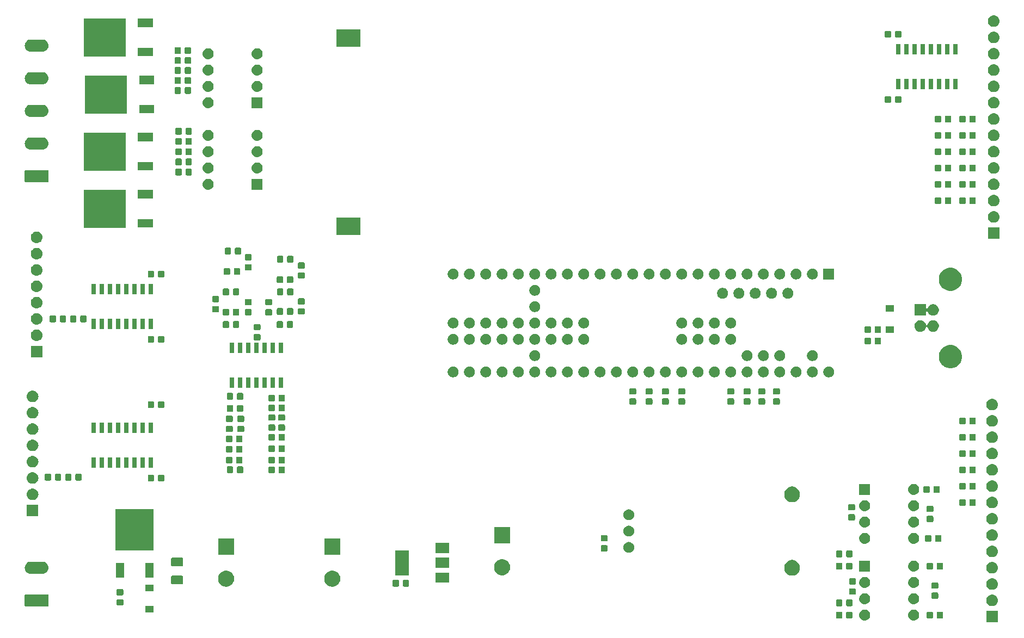
<source format=gbr>
G04 #@! TF.GenerationSoftware,KiCad,Pcbnew,(5.0.2)-1*
G04 #@! TF.CreationDate,2019-03-31T18:50:53-04:00*
G04 #@! TF.ProjectId,SolarCarECU,536f6c61-7243-4617-9245-43552e6b6963,rev?*
G04 #@! TF.SameCoordinates,Original*
G04 #@! TF.FileFunction,Soldermask,Top*
G04 #@! TF.FilePolarity,Negative*
%FSLAX46Y46*%
G04 Gerber Fmt 4.6, Leading zero omitted, Abs format (unit mm)*
G04 Created by KiCad (PCBNEW (5.0.2)-1) date 3/31/2019 6:50:53 PM*
%MOMM*%
%LPD*%
G01*
G04 APERTURE LIST*
%ADD10C,0.100000*%
G04 APERTURE END LIST*
D10*
G36*
X242201000Y-141871000D02*
X240399000Y-141871000D01*
X240399000Y-140069000D01*
X242201000Y-140069000D01*
X242201000Y-141871000D01*
X242201000Y-141871000D01*
G37*
G36*
X229274821Y-139877313D02*
X229274824Y-139877314D01*
X229274825Y-139877314D01*
X229435239Y-139925975D01*
X229435241Y-139925976D01*
X229435244Y-139925977D01*
X229583078Y-140004995D01*
X229712659Y-140111341D01*
X229819005Y-140240922D01*
X229898023Y-140388756D01*
X229946687Y-140549179D01*
X229963117Y-140716000D01*
X229946687Y-140882821D01*
X229898023Y-141043244D01*
X229819005Y-141191078D01*
X229712659Y-141320659D01*
X229583078Y-141427005D01*
X229435244Y-141506023D01*
X229435241Y-141506024D01*
X229435239Y-141506025D01*
X229274825Y-141554686D01*
X229274824Y-141554686D01*
X229274821Y-141554687D01*
X229149804Y-141567000D01*
X229066196Y-141567000D01*
X228941179Y-141554687D01*
X228941176Y-141554686D01*
X228941175Y-141554686D01*
X228780761Y-141506025D01*
X228780759Y-141506024D01*
X228780756Y-141506023D01*
X228632922Y-141427005D01*
X228503341Y-141320659D01*
X228396995Y-141191078D01*
X228317977Y-141043244D01*
X228269313Y-140882821D01*
X228252883Y-140716000D01*
X228269313Y-140549179D01*
X228317977Y-140388756D01*
X228396995Y-140240922D01*
X228503341Y-140111341D01*
X228632922Y-140004995D01*
X228780756Y-139925977D01*
X228780759Y-139925976D01*
X228780761Y-139925975D01*
X228941175Y-139877314D01*
X228941176Y-139877314D01*
X228941179Y-139877313D01*
X229066196Y-139865000D01*
X229149804Y-139865000D01*
X229274821Y-139877313D01*
X229274821Y-139877313D01*
G37*
G36*
X221654821Y-139877313D02*
X221654824Y-139877314D01*
X221654825Y-139877314D01*
X221815239Y-139925975D01*
X221815241Y-139925976D01*
X221815244Y-139925977D01*
X221963078Y-140004995D01*
X222092659Y-140111341D01*
X222199005Y-140240922D01*
X222278023Y-140388756D01*
X222326687Y-140549179D01*
X222343117Y-140716000D01*
X222326687Y-140882821D01*
X222278023Y-141043244D01*
X222199005Y-141191078D01*
X222092659Y-141320659D01*
X221963078Y-141427005D01*
X221815244Y-141506023D01*
X221815241Y-141506024D01*
X221815239Y-141506025D01*
X221654825Y-141554686D01*
X221654824Y-141554686D01*
X221654821Y-141554687D01*
X221529804Y-141567000D01*
X221446196Y-141567000D01*
X221321179Y-141554687D01*
X221321176Y-141554686D01*
X221321175Y-141554686D01*
X221160761Y-141506025D01*
X221160759Y-141506024D01*
X221160756Y-141506023D01*
X221012922Y-141427005D01*
X220883341Y-141320659D01*
X220776995Y-141191078D01*
X220697977Y-141043244D01*
X220649313Y-140882821D01*
X220632883Y-140716000D01*
X220649313Y-140549179D01*
X220697977Y-140388756D01*
X220776995Y-140240922D01*
X220883341Y-140111341D01*
X221012922Y-140004995D01*
X221160756Y-139925977D01*
X221160759Y-139925976D01*
X221160761Y-139925975D01*
X221321175Y-139877314D01*
X221321176Y-139877314D01*
X221321179Y-139877313D01*
X221446196Y-139865000D01*
X221529804Y-139865000D01*
X221654821Y-139877313D01*
X221654821Y-139877313D01*
G37*
G36*
X217867591Y-140194085D02*
X217901569Y-140204393D01*
X217932887Y-140221133D01*
X217960339Y-140243661D01*
X217982867Y-140271113D01*
X217999607Y-140302431D01*
X218009915Y-140336409D01*
X218014000Y-140377890D01*
X218014000Y-141054110D01*
X218009915Y-141095591D01*
X217999607Y-141129569D01*
X217982867Y-141160887D01*
X217960339Y-141188339D01*
X217932887Y-141210867D01*
X217901569Y-141227607D01*
X217867591Y-141237915D01*
X217826110Y-141242000D01*
X217224890Y-141242000D01*
X217183409Y-141237915D01*
X217149431Y-141227607D01*
X217118113Y-141210867D01*
X217090661Y-141188339D01*
X217068133Y-141160887D01*
X217051393Y-141129569D01*
X217041085Y-141095591D01*
X217037000Y-141054110D01*
X217037000Y-140377890D01*
X217041085Y-140336409D01*
X217051393Y-140302431D01*
X217068133Y-140271113D01*
X217090661Y-140243661D01*
X217118113Y-140221133D01*
X217149431Y-140204393D01*
X217183409Y-140194085D01*
X217224890Y-140190000D01*
X217826110Y-140190000D01*
X217867591Y-140194085D01*
X217867591Y-140194085D01*
G37*
G36*
X219442591Y-140194085D02*
X219476569Y-140204393D01*
X219507887Y-140221133D01*
X219535339Y-140243661D01*
X219557867Y-140271113D01*
X219574607Y-140302431D01*
X219584915Y-140336409D01*
X219589000Y-140377890D01*
X219589000Y-141054110D01*
X219584915Y-141095591D01*
X219574607Y-141129569D01*
X219557867Y-141160887D01*
X219535339Y-141188339D01*
X219507887Y-141210867D01*
X219476569Y-141227607D01*
X219442591Y-141237915D01*
X219401110Y-141242000D01*
X218799890Y-141242000D01*
X218758409Y-141237915D01*
X218724431Y-141227607D01*
X218693113Y-141210867D01*
X218665661Y-141188339D01*
X218643133Y-141160887D01*
X218626393Y-141129569D01*
X218616085Y-141095591D01*
X218612000Y-141054110D01*
X218612000Y-140377890D01*
X218616085Y-140336409D01*
X218626393Y-140302431D01*
X218643133Y-140271113D01*
X218665661Y-140243661D01*
X218693113Y-140221133D01*
X218724431Y-140204393D01*
X218758409Y-140194085D01*
X218799890Y-140190000D01*
X219401110Y-140190000D01*
X219442591Y-140194085D01*
X219442591Y-140194085D01*
G37*
G36*
X233539591Y-140194085D02*
X233573569Y-140204393D01*
X233604887Y-140221133D01*
X233632339Y-140243661D01*
X233654867Y-140271113D01*
X233671607Y-140302431D01*
X233681915Y-140336409D01*
X233686000Y-140377890D01*
X233686000Y-141054110D01*
X233681915Y-141095591D01*
X233671607Y-141129569D01*
X233654867Y-141160887D01*
X233632339Y-141188339D01*
X233604887Y-141210867D01*
X233573569Y-141227607D01*
X233539591Y-141237915D01*
X233498110Y-141242000D01*
X232896890Y-141242000D01*
X232855409Y-141237915D01*
X232821431Y-141227607D01*
X232790113Y-141210867D01*
X232762661Y-141188339D01*
X232740133Y-141160887D01*
X232723393Y-141129569D01*
X232713085Y-141095591D01*
X232709000Y-141054110D01*
X232709000Y-140377890D01*
X232713085Y-140336409D01*
X232723393Y-140302431D01*
X232740133Y-140271113D01*
X232762661Y-140243661D01*
X232790113Y-140221133D01*
X232821431Y-140204393D01*
X232855409Y-140194085D01*
X232896890Y-140190000D01*
X233498110Y-140190000D01*
X233539591Y-140194085D01*
X233539591Y-140194085D01*
G37*
G36*
X231964591Y-140194085D02*
X231998569Y-140204393D01*
X232029887Y-140221133D01*
X232057339Y-140243661D01*
X232079867Y-140271113D01*
X232096607Y-140302431D01*
X232106915Y-140336409D01*
X232111000Y-140377890D01*
X232111000Y-141054110D01*
X232106915Y-141095591D01*
X232096607Y-141129569D01*
X232079867Y-141160887D01*
X232057339Y-141188339D01*
X232029887Y-141210867D01*
X231998569Y-141227607D01*
X231964591Y-141237915D01*
X231923110Y-141242000D01*
X231321890Y-141242000D01*
X231280409Y-141237915D01*
X231246431Y-141227607D01*
X231215113Y-141210867D01*
X231187661Y-141188339D01*
X231165133Y-141160887D01*
X231148393Y-141129569D01*
X231138085Y-141095591D01*
X231134000Y-141054110D01*
X231134000Y-140377890D01*
X231138085Y-140336409D01*
X231148393Y-140302431D01*
X231165133Y-140271113D01*
X231187661Y-140243661D01*
X231215113Y-140221133D01*
X231246431Y-140204393D01*
X231280409Y-140194085D01*
X231321890Y-140190000D01*
X231923110Y-140190000D01*
X231964591Y-140194085D01*
X231964591Y-140194085D01*
G37*
G36*
X110881000Y-140321000D02*
X109579000Y-140321000D01*
X109579000Y-139319000D01*
X110881000Y-139319000D01*
X110881000Y-140321000D01*
X110881000Y-140321000D01*
G37*
G36*
X94420918Y-137482934D02*
X94453424Y-137492795D01*
X94483383Y-137508808D01*
X94509641Y-137530359D01*
X94531192Y-137556617D01*
X94547205Y-137586576D01*
X94557066Y-137619082D01*
X94561000Y-137659029D01*
X94561000Y-139200971D01*
X94557066Y-139240918D01*
X94547205Y-139273424D01*
X94531192Y-139303383D01*
X94509641Y-139329641D01*
X94483383Y-139351192D01*
X94453424Y-139367205D01*
X94420918Y-139377066D01*
X94380971Y-139381000D01*
X91039029Y-139381000D01*
X90999082Y-139377066D01*
X90966576Y-139367205D01*
X90936617Y-139351192D01*
X90910359Y-139329641D01*
X90888808Y-139303383D01*
X90872795Y-139273424D01*
X90862934Y-139240918D01*
X90859000Y-139200971D01*
X90859000Y-137659029D01*
X90862934Y-137619082D01*
X90872795Y-137586576D01*
X90888808Y-137556617D01*
X90910359Y-137530359D01*
X90936617Y-137508808D01*
X90966576Y-137492795D01*
X90999082Y-137482934D01*
X91039029Y-137479000D01*
X94380971Y-137479000D01*
X94420918Y-137482934D01*
X94420918Y-137482934D01*
G37*
G36*
X217867591Y-138289085D02*
X217901569Y-138299393D01*
X217932887Y-138316133D01*
X217960339Y-138338661D01*
X217982867Y-138366113D01*
X217999607Y-138397431D01*
X218009915Y-138431409D01*
X218014000Y-138472890D01*
X218014000Y-139149110D01*
X218009915Y-139190591D01*
X217999607Y-139224569D01*
X217982867Y-139255887D01*
X217960339Y-139283339D01*
X217932887Y-139305867D01*
X217901569Y-139322607D01*
X217867591Y-139332915D01*
X217826110Y-139337000D01*
X217224890Y-139337000D01*
X217183409Y-139332915D01*
X217149431Y-139322607D01*
X217118113Y-139305867D01*
X217090661Y-139283339D01*
X217068133Y-139255887D01*
X217051393Y-139224569D01*
X217041085Y-139190591D01*
X217037000Y-139149110D01*
X217037000Y-138472890D01*
X217041085Y-138431409D01*
X217051393Y-138397431D01*
X217068133Y-138366113D01*
X217090661Y-138338661D01*
X217118113Y-138316133D01*
X217149431Y-138299393D01*
X217183409Y-138289085D01*
X217224890Y-138285000D01*
X217826110Y-138285000D01*
X217867591Y-138289085D01*
X217867591Y-138289085D01*
G37*
G36*
X219442591Y-138289085D02*
X219476569Y-138299393D01*
X219507887Y-138316133D01*
X219535339Y-138338661D01*
X219557867Y-138366113D01*
X219574607Y-138397431D01*
X219584915Y-138431409D01*
X219589000Y-138472890D01*
X219589000Y-139149110D01*
X219584915Y-139190591D01*
X219574607Y-139224569D01*
X219557867Y-139255887D01*
X219535339Y-139283339D01*
X219507887Y-139305867D01*
X219476569Y-139322607D01*
X219442591Y-139332915D01*
X219401110Y-139337000D01*
X218799890Y-139337000D01*
X218758409Y-139332915D01*
X218724431Y-139322607D01*
X218693113Y-139305867D01*
X218665661Y-139283339D01*
X218643133Y-139255887D01*
X218626393Y-139224569D01*
X218616085Y-139190591D01*
X218612000Y-139149110D01*
X218612000Y-138472890D01*
X218616085Y-138431409D01*
X218626393Y-138397431D01*
X218643133Y-138366113D01*
X218665661Y-138338661D01*
X218693113Y-138316133D01*
X218724431Y-138299393D01*
X218758409Y-138289085D01*
X218799890Y-138285000D01*
X219401110Y-138285000D01*
X219442591Y-138289085D01*
X219442591Y-138289085D01*
G37*
G36*
X241410443Y-137535519D02*
X241476627Y-137542037D01*
X241589853Y-137576384D01*
X241646467Y-137593557D01*
X241768955Y-137659029D01*
X241802991Y-137677222D01*
X241820547Y-137691630D01*
X241940186Y-137789814D01*
X242023448Y-137891271D01*
X242052778Y-137927009D01*
X242052779Y-137927011D01*
X242136443Y-138083533D01*
X242136443Y-138083534D01*
X242187963Y-138253373D01*
X242205359Y-138430000D01*
X242187963Y-138606627D01*
X242174479Y-138651078D01*
X242136443Y-138776467D01*
X242134202Y-138780659D01*
X242052778Y-138932991D01*
X242023448Y-138968729D01*
X241940186Y-139070186D01*
X241844015Y-139149110D01*
X241802991Y-139182778D01*
X241788374Y-139190591D01*
X241646467Y-139266443D01*
X241623453Y-139273424D01*
X241476627Y-139317963D01*
X241410443Y-139324481D01*
X241344260Y-139331000D01*
X241255740Y-139331000D01*
X241189557Y-139324481D01*
X241123373Y-139317963D01*
X240976547Y-139273424D01*
X240953533Y-139266443D01*
X240811626Y-139190591D01*
X240797009Y-139182778D01*
X240755985Y-139149110D01*
X240659814Y-139070186D01*
X240576552Y-138968729D01*
X240547222Y-138932991D01*
X240465798Y-138780659D01*
X240463557Y-138776467D01*
X240425521Y-138651078D01*
X240412037Y-138606627D01*
X240394641Y-138430000D01*
X240412037Y-138253373D01*
X240463557Y-138083534D01*
X240463557Y-138083533D01*
X240547221Y-137927011D01*
X240547222Y-137927009D01*
X240576552Y-137891271D01*
X240659814Y-137789814D01*
X240779453Y-137691630D01*
X240797009Y-137677222D01*
X240831045Y-137659029D01*
X240953533Y-137593557D01*
X241010147Y-137576384D01*
X241123373Y-137542037D01*
X241189557Y-137535519D01*
X241255740Y-137529000D01*
X241344260Y-137529000D01*
X241410443Y-137535519D01*
X241410443Y-137535519D01*
G37*
G36*
X106049591Y-138250585D02*
X106083569Y-138260893D01*
X106114887Y-138277633D01*
X106142339Y-138300161D01*
X106164867Y-138327613D01*
X106181607Y-138358931D01*
X106191915Y-138392909D01*
X106196000Y-138434390D01*
X106196000Y-139035610D01*
X106191915Y-139077091D01*
X106181607Y-139111069D01*
X106164867Y-139142387D01*
X106142339Y-139169839D01*
X106114887Y-139192367D01*
X106083569Y-139209107D01*
X106049591Y-139219415D01*
X106008110Y-139223500D01*
X105331890Y-139223500D01*
X105290409Y-139219415D01*
X105256431Y-139209107D01*
X105225113Y-139192367D01*
X105197661Y-139169839D01*
X105175133Y-139142387D01*
X105158393Y-139111069D01*
X105148085Y-139077091D01*
X105144000Y-139035610D01*
X105144000Y-138434390D01*
X105148085Y-138392909D01*
X105158393Y-138358931D01*
X105175133Y-138327613D01*
X105197661Y-138300161D01*
X105225113Y-138277633D01*
X105256431Y-138260893D01*
X105290409Y-138250585D01*
X105331890Y-138246500D01*
X106008110Y-138246500D01*
X106049591Y-138250585D01*
X106049591Y-138250585D01*
G37*
G36*
X229274821Y-137337313D02*
X229274824Y-137337314D01*
X229274825Y-137337314D01*
X229435239Y-137385975D01*
X229435241Y-137385976D01*
X229435244Y-137385977D01*
X229583078Y-137464995D01*
X229712659Y-137571341D01*
X229819005Y-137700922D01*
X229898023Y-137848756D01*
X229898024Y-137848759D01*
X229898025Y-137848761D01*
X229925019Y-137937750D01*
X229946687Y-138009179D01*
X229963117Y-138176000D01*
X229946687Y-138342821D01*
X229946686Y-138342824D01*
X229946686Y-138342825D01*
X229920242Y-138430000D01*
X229898023Y-138503244D01*
X229819005Y-138651078D01*
X229712659Y-138780659D01*
X229583078Y-138887005D01*
X229435244Y-138966023D01*
X229435241Y-138966024D01*
X229435239Y-138966025D01*
X229274825Y-139014686D01*
X229274824Y-139014686D01*
X229274821Y-139014687D01*
X229149804Y-139027000D01*
X229066196Y-139027000D01*
X228941179Y-139014687D01*
X228941176Y-139014686D01*
X228941175Y-139014686D01*
X228780761Y-138966025D01*
X228780759Y-138966024D01*
X228780756Y-138966023D01*
X228632922Y-138887005D01*
X228503341Y-138780659D01*
X228396995Y-138651078D01*
X228317977Y-138503244D01*
X228295759Y-138430000D01*
X228269314Y-138342825D01*
X228269314Y-138342824D01*
X228269313Y-138342821D01*
X228252883Y-138176000D01*
X228269313Y-138009179D01*
X228290981Y-137937750D01*
X228317975Y-137848761D01*
X228317976Y-137848759D01*
X228317977Y-137848756D01*
X228396995Y-137700922D01*
X228503341Y-137571341D01*
X228632922Y-137464995D01*
X228780756Y-137385977D01*
X228780759Y-137385976D01*
X228780761Y-137385975D01*
X228941175Y-137337314D01*
X228941176Y-137337314D01*
X228941179Y-137337313D01*
X229066196Y-137325000D01*
X229149804Y-137325000D01*
X229274821Y-137337313D01*
X229274821Y-137337313D01*
G37*
G36*
X221654821Y-137337313D02*
X221654824Y-137337314D01*
X221654825Y-137337314D01*
X221815239Y-137385975D01*
X221815241Y-137385976D01*
X221815244Y-137385977D01*
X221963078Y-137464995D01*
X222092659Y-137571341D01*
X222199005Y-137700922D01*
X222278023Y-137848756D01*
X222278024Y-137848759D01*
X222278025Y-137848761D01*
X222305019Y-137937750D01*
X222326687Y-138009179D01*
X222343117Y-138176000D01*
X222326687Y-138342821D01*
X222326686Y-138342824D01*
X222326686Y-138342825D01*
X222300242Y-138430000D01*
X222278023Y-138503244D01*
X222199005Y-138651078D01*
X222092659Y-138780659D01*
X221963078Y-138887005D01*
X221815244Y-138966023D01*
X221815241Y-138966024D01*
X221815239Y-138966025D01*
X221654825Y-139014686D01*
X221654824Y-139014686D01*
X221654821Y-139014687D01*
X221529804Y-139027000D01*
X221446196Y-139027000D01*
X221321179Y-139014687D01*
X221321176Y-139014686D01*
X221321175Y-139014686D01*
X221160761Y-138966025D01*
X221160759Y-138966024D01*
X221160756Y-138966023D01*
X221012922Y-138887005D01*
X220883341Y-138780659D01*
X220776995Y-138651078D01*
X220697977Y-138503244D01*
X220675759Y-138430000D01*
X220649314Y-138342825D01*
X220649314Y-138342824D01*
X220649313Y-138342821D01*
X220632883Y-138176000D01*
X220649313Y-138009179D01*
X220670981Y-137937750D01*
X220697975Y-137848761D01*
X220697976Y-137848759D01*
X220697977Y-137848756D01*
X220776995Y-137700922D01*
X220883341Y-137571341D01*
X221012922Y-137464995D01*
X221160756Y-137385977D01*
X221160759Y-137385976D01*
X221160761Y-137385975D01*
X221321175Y-137337314D01*
X221321176Y-137337314D01*
X221321179Y-137337313D01*
X221446196Y-137325000D01*
X221529804Y-137325000D01*
X221654821Y-137337313D01*
X221654821Y-137337313D01*
G37*
G36*
X232789591Y-137209085D02*
X232823569Y-137219393D01*
X232854887Y-137236133D01*
X232882339Y-137258661D01*
X232904867Y-137286113D01*
X232921607Y-137317431D01*
X232931915Y-137351409D01*
X232936000Y-137392890D01*
X232936000Y-137994110D01*
X232931915Y-138035591D01*
X232921607Y-138069569D01*
X232904867Y-138100887D01*
X232882339Y-138128339D01*
X232854887Y-138150867D01*
X232823569Y-138167607D01*
X232789591Y-138177915D01*
X232748110Y-138182000D01*
X232071890Y-138182000D01*
X232030409Y-138177915D01*
X231996431Y-138167607D01*
X231965113Y-138150867D01*
X231937661Y-138128339D01*
X231915133Y-138100887D01*
X231898393Y-138069569D01*
X231888085Y-138035591D01*
X231884000Y-137994110D01*
X231884000Y-137392890D01*
X231888085Y-137351409D01*
X231898393Y-137317431D01*
X231915133Y-137286113D01*
X231937661Y-137258661D01*
X231965113Y-137236133D01*
X231996431Y-137219393D01*
X232030409Y-137209085D01*
X232071890Y-137205000D01*
X232748110Y-137205000D01*
X232789591Y-137209085D01*
X232789591Y-137209085D01*
G37*
G36*
X106049591Y-136675585D02*
X106083569Y-136685893D01*
X106114887Y-136702633D01*
X106142339Y-136725161D01*
X106164867Y-136752613D01*
X106181607Y-136783931D01*
X106191915Y-136817909D01*
X106196000Y-136859390D01*
X106196000Y-137460610D01*
X106191915Y-137502091D01*
X106181607Y-137536069D01*
X106164867Y-137567387D01*
X106142339Y-137594839D01*
X106114887Y-137617367D01*
X106083569Y-137634107D01*
X106049591Y-137644415D01*
X106008110Y-137648500D01*
X105331890Y-137648500D01*
X105290409Y-137644415D01*
X105256431Y-137634107D01*
X105225113Y-137617367D01*
X105197661Y-137594839D01*
X105175133Y-137567387D01*
X105158393Y-137536069D01*
X105148085Y-137502091D01*
X105144000Y-137460610D01*
X105144000Y-136859390D01*
X105148085Y-136817909D01*
X105158393Y-136783931D01*
X105175133Y-136752613D01*
X105197661Y-136725161D01*
X105225113Y-136702633D01*
X105256431Y-136685893D01*
X105290409Y-136675585D01*
X105331890Y-136671500D01*
X106008110Y-136671500D01*
X106049591Y-136675585D01*
X106049591Y-136675585D01*
G37*
G36*
X219962591Y-136574085D02*
X219996569Y-136584393D01*
X220027887Y-136601133D01*
X220055339Y-136623661D01*
X220077867Y-136651113D01*
X220094607Y-136682431D01*
X220104915Y-136716409D01*
X220109000Y-136757890D01*
X220109000Y-137359110D01*
X220104915Y-137400591D01*
X220094607Y-137434569D01*
X220077867Y-137465887D01*
X220055339Y-137493339D01*
X220027887Y-137515867D01*
X219996569Y-137532607D01*
X219962591Y-137542915D01*
X219921110Y-137547000D01*
X219244890Y-137547000D01*
X219203409Y-137542915D01*
X219169431Y-137532607D01*
X219138113Y-137515867D01*
X219110661Y-137493339D01*
X219088133Y-137465887D01*
X219071393Y-137434569D01*
X219061085Y-137400591D01*
X219057000Y-137359110D01*
X219057000Y-136757890D01*
X219061085Y-136716409D01*
X219071393Y-136682431D01*
X219088133Y-136651113D01*
X219110661Y-136623661D01*
X219138113Y-136601133D01*
X219169431Y-136584393D01*
X219203409Y-136574085D01*
X219244890Y-136570000D01*
X219921110Y-136570000D01*
X219962591Y-136574085D01*
X219962591Y-136574085D01*
G37*
G36*
X110881000Y-137021000D02*
X109579000Y-137021000D01*
X109579000Y-136019000D01*
X110881000Y-136019000D01*
X110881000Y-137021000D01*
X110881000Y-137021000D01*
G37*
G36*
X241405178Y-134995000D02*
X241476627Y-135002037D01*
X241589129Y-135036164D01*
X241646467Y-135053557D01*
X241785087Y-135127652D01*
X241802991Y-135137222D01*
X241831869Y-135160922D01*
X241940186Y-135249814D01*
X242018755Y-135345552D01*
X242052778Y-135387009D01*
X242052779Y-135387011D01*
X242136443Y-135543533D01*
X242136443Y-135543534D01*
X242187963Y-135713373D01*
X242205359Y-135890000D01*
X242187963Y-136066627D01*
X242160664Y-136156621D01*
X242136443Y-136236467D01*
X242108363Y-136289000D01*
X242052778Y-136392991D01*
X242023448Y-136428729D01*
X241940186Y-136530186D01*
X241838729Y-136613448D01*
X241802991Y-136642778D01*
X241802989Y-136642779D01*
X241646467Y-136726443D01*
X241591756Y-136743039D01*
X241476627Y-136777963D01*
X241416032Y-136783931D01*
X241344260Y-136791000D01*
X241255740Y-136791000D01*
X241183968Y-136783931D01*
X241123373Y-136777963D01*
X241008244Y-136743039D01*
X240953533Y-136726443D01*
X240797011Y-136642779D01*
X240797009Y-136642778D01*
X240761271Y-136613448D01*
X240659814Y-136530186D01*
X240576552Y-136428729D01*
X240547222Y-136392991D01*
X240491637Y-136289000D01*
X240463557Y-136236467D01*
X240439336Y-136156621D01*
X240412037Y-136066627D01*
X240394641Y-135890000D01*
X240412037Y-135713373D01*
X240463557Y-135543534D01*
X240463557Y-135543533D01*
X240547221Y-135387011D01*
X240547222Y-135387009D01*
X240581245Y-135345552D01*
X240659814Y-135249814D01*
X240768131Y-135160922D01*
X240797009Y-135137222D01*
X240814913Y-135127652D01*
X240953533Y-135053557D01*
X241010871Y-135036164D01*
X241123373Y-135002037D01*
X241194822Y-134995000D01*
X241255740Y-134989000D01*
X241344260Y-134989000D01*
X241405178Y-134995000D01*
X241405178Y-134995000D01*
G37*
G36*
X232789591Y-135634085D02*
X232823569Y-135644393D01*
X232854887Y-135661133D01*
X232882339Y-135683661D01*
X232904867Y-135711113D01*
X232921607Y-135742431D01*
X232931915Y-135776409D01*
X232936000Y-135817890D01*
X232936000Y-136419110D01*
X232931915Y-136460591D01*
X232921607Y-136494569D01*
X232904867Y-136525887D01*
X232882339Y-136553339D01*
X232854887Y-136575867D01*
X232823569Y-136592607D01*
X232789591Y-136602915D01*
X232748110Y-136607000D01*
X232071890Y-136607000D01*
X232030409Y-136602915D01*
X231996431Y-136592607D01*
X231965113Y-136575867D01*
X231937661Y-136553339D01*
X231915133Y-136525887D01*
X231898393Y-136494569D01*
X231888085Y-136460591D01*
X231884000Y-136419110D01*
X231884000Y-135817890D01*
X231888085Y-135776409D01*
X231898393Y-135742431D01*
X231915133Y-135711113D01*
X231937661Y-135683661D01*
X231965113Y-135661133D01*
X231996431Y-135644393D01*
X232030409Y-135634085D01*
X232071890Y-135630000D01*
X232748110Y-135630000D01*
X232789591Y-135634085D01*
X232789591Y-135634085D01*
G37*
G36*
X229274821Y-134797313D02*
X229274824Y-134797314D01*
X229274825Y-134797314D01*
X229435239Y-134845975D01*
X229435241Y-134845976D01*
X229435244Y-134845977D01*
X229583078Y-134924995D01*
X229712659Y-135031341D01*
X229819005Y-135160922D01*
X229898023Y-135308756D01*
X229898024Y-135308759D01*
X229898025Y-135308761D01*
X229921995Y-135387780D01*
X229946687Y-135469179D01*
X229963117Y-135636000D01*
X229946687Y-135802821D01*
X229946686Y-135802824D01*
X229946686Y-135802825D01*
X229906895Y-135934000D01*
X229898023Y-135963244D01*
X229819005Y-136111078D01*
X229712659Y-136240659D01*
X229583078Y-136347005D01*
X229435244Y-136426023D01*
X229435241Y-136426024D01*
X229435239Y-136426025D01*
X229274825Y-136474686D01*
X229274824Y-136474686D01*
X229274821Y-136474687D01*
X229149804Y-136487000D01*
X229066196Y-136487000D01*
X228941179Y-136474687D01*
X228941176Y-136474686D01*
X228941175Y-136474686D01*
X228780761Y-136426025D01*
X228780759Y-136426024D01*
X228780756Y-136426023D01*
X228632922Y-136347005D01*
X228503341Y-136240659D01*
X228396995Y-136111078D01*
X228317977Y-135963244D01*
X228309106Y-135934000D01*
X228269314Y-135802825D01*
X228269314Y-135802824D01*
X228269313Y-135802821D01*
X228252883Y-135636000D01*
X228269313Y-135469179D01*
X228294005Y-135387780D01*
X228317975Y-135308761D01*
X228317976Y-135308759D01*
X228317977Y-135308756D01*
X228396995Y-135160922D01*
X228503341Y-135031341D01*
X228632922Y-134924995D01*
X228780756Y-134845977D01*
X228780759Y-134845976D01*
X228780761Y-134845975D01*
X228941175Y-134797314D01*
X228941176Y-134797314D01*
X228941179Y-134797313D01*
X229066196Y-134785000D01*
X229149804Y-134785000D01*
X229274821Y-134797313D01*
X229274821Y-134797313D01*
G37*
G36*
X221654821Y-134797313D02*
X221654824Y-134797314D01*
X221654825Y-134797314D01*
X221815239Y-134845975D01*
X221815241Y-134845976D01*
X221815244Y-134845977D01*
X221963078Y-134924995D01*
X222092659Y-135031341D01*
X222199005Y-135160922D01*
X222278023Y-135308756D01*
X222278024Y-135308759D01*
X222278025Y-135308761D01*
X222301995Y-135387780D01*
X222326687Y-135469179D01*
X222343117Y-135636000D01*
X222326687Y-135802821D01*
X222326686Y-135802824D01*
X222326686Y-135802825D01*
X222286895Y-135934000D01*
X222278023Y-135963244D01*
X222199005Y-136111078D01*
X222092659Y-136240659D01*
X221963078Y-136347005D01*
X221815244Y-136426023D01*
X221815241Y-136426024D01*
X221815239Y-136426025D01*
X221654825Y-136474686D01*
X221654824Y-136474686D01*
X221654821Y-136474687D01*
X221529804Y-136487000D01*
X221446196Y-136487000D01*
X221321179Y-136474687D01*
X221321176Y-136474686D01*
X221321175Y-136474686D01*
X221160761Y-136426025D01*
X221160759Y-136426024D01*
X221160756Y-136426023D01*
X221012922Y-136347005D01*
X220883341Y-136240659D01*
X220776995Y-136111078D01*
X220697977Y-135963244D01*
X220689106Y-135934000D01*
X220649314Y-135802825D01*
X220649314Y-135802824D01*
X220649313Y-135802821D01*
X220632883Y-135636000D01*
X220649313Y-135469179D01*
X220674005Y-135387780D01*
X220697975Y-135308761D01*
X220697976Y-135308759D01*
X220697977Y-135308756D01*
X220776995Y-135160922D01*
X220883341Y-135031341D01*
X221012922Y-134924995D01*
X221160756Y-134845977D01*
X221160759Y-134845976D01*
X221160761Y-134845975D01*
X221321175Y-134797314D01*
X221321176Y-134797314D01*
X221321179Y-134797313D01*
X221446196Y-134785000D01*
X221529804Y-134785000D01*
X221654821Y-134797313D01*
X221654821Y-134797313D01*
G37*
G36*
X138857507Y-133807004D02*
X139048903Y-133845075D01*
X139276571Y-133939378D01*
X139405778Y-134025712D01*
X139481469Y-134076287D01*
X139655713Y-134250531D01*
X139655715Y-134250534D01*
X139792622Y-134455429D01*
X139886925Y-134683097D01*
X139935000Y-134924787D01*
X139935000Y-135171213D01*
X139886925Y-135412903D01*
X139792622Y-135640571D01*
X139656332Y-135844542D01*
X139655713Y-135845469D01*
X139481469Y-136019713D01*
X139481466Y-136019715D01*
X139276571Y-136156622D01*
X139048903Y-136250925D01*
X138881080Y-136284307D01*
X138807214Y-136299000D01*
X138560786Y-136299000D01*
X138486920Y-136284307D01*
X138319097Y-136250925D01*
X138091429Y-136156622D01*
X137886534Y-136019715D01*
X137886531Y-136019713D01*
X137712287Y-135845469D01*
X137711668Y-135844542D01*
X137575378Y-135640571D01*
X137481075Y-135412903D01*
X137433000Y-135171213D01*
X137433000Y-134924787D01*
X137481075Y-134683097D01*
X137575378Y-134455429D01*
X137712285Y-134250534D01*
X137712287Y-134250531D01*
X137886531Y-134076287D01*
X137962222Y-134025712D01*
X138091429Y-133939378D01*
X138319097Y-133845075D01*
X138510493Y-133807004D01*
X138560786Y-133797000D01*
X138807214Y-133797000D01*
X138857507Y-133807004D01*
X138857507Y-133807004D01*
G37*
G36*
X122347507Y-133807004D02*
X122538903Y-133845075D01*
X122766571Y-133939378D01*
X122895778Y-134025712D01*
X122971469Y-134076287D01*
X123145713Y-134250531D01*
X123145715Y-134250534D01*
X123282622Y-134455429D01*
X123376925Y-134683097D01*
X123425000Y-134924787D01*
X123425000Y-135171213D01*
X123376925Y-135412903D01*
X123282622Y-135640571D01*
X123146332Y-135844542D01*
X123145713Y-135845469D01*
X122971469Y-136019713D01*
X122971466Y-136019715D01*
X122766571Y-136156622D01*
X122538903Y-136250925D01*
X122371080Y-136284307D01*
X122297214Y-136299000D01*
X122050786Y-136299000D01*
X121976920Y-136284307D01*
X121809097Y-136250925D01*
X121581429Y-136156622D01*
X121376534Y-136019715D01*
X121376531Y-136019713D01*
X121202287Y-135845469D01*
X121201668Y-135844542D01*
X121065378Y-135640571D01*
X120971075Y-135412903D01*
X120923000Y-135171213D01*
X120923000Y-134924787D01*
X120971075Y-134683097D01*
X121065378Y-134455429D01*
X121202285Y-134250534D01*
X121202287Y-134250531D01*
X121376531Y-134076287D01*
X121452222Y-134025712D01*
X121581429Y-133939378D01*
X121809097Y-133845075D01*
X122000493Y-133807004D01*
X122050786Y-133797000D01*
X122297214Y-133797000D01*
X122347507Y-133807004D01*
X122347507Y-133807004D01*
G37*
G36*
X148906591Y-135241085D02*
X148940569Y-135251393D01*
X148971887Y-135268133D01*
X148999339Y-135290661D01*
X149021867Y-135318113D01*
X149038607Y-135349431D01*
X149048915Y-135383409D01*
X149053000Y-135424890D01*
X149053000Y-136101110D01*
X149048915Y-136142591D01*
X149038607Y-136176569D01*
X149021867Y-136207887D01*
X148999339Y-136235339D01*
X148971887Y-136257867D01*
X148940569Y-136274607D01*
X148906591Y-136284915D01*
X148865110Y-136289000D01*
X148263890Y-136289000D01*
X148222409Y-136284915D01*
X148188431Y-136274607D01*
X148157113Y-136257867D01*
X148129661Y-136235339D01*
X148107133Y-136207887D01*
X148090393Y-136176569D01*
X148080085Y-136142591D01*
X148076000Y-136101110D01*
X148076000Y-135424890D01*
X148080085Y-135383409D01*
X148090393Y-135349431D01*
X148107133Y-135318113D01*
X148129661Y-135290661D01*
X148157113Y-135268133D01*
X148188431Y-135251393D01*
X148222409Y-135241085D01*
X148263890Y-135237000D01*
X148865110Y-135237000D01*
X148906591Y-135241085D01*
X148906591Y-135241085D01*
G37*
G36*
X150481591Y-135241085D02*
X150515569Y-135251393D01*
X150546887Y-135268133D01*
X150574339Y-135290661D01*
X150596867Y-135318113D01*
X150613607Y-135349431D01*
X150623915Y-135383409D01*
X150628000Y-135424890D01*
X150628000Y-136101110D01*
X150623915Y-136142591D01*
X150613607Y-136176569D01*
X150596867Y-136207887D01*
X150574339Y-136235339D01*
X150546887Y-136257867D01*
X150515569Y-136274607D01*
X150481591Y-136284915D01*
X150440110Y-136289000D01*
X149838890Y-136289000D01*
X149797409Y-136284915D01*
X149763431Y-136274607D01*
X149732113Y-136257867D01*
X149704661Y-136235339D01*
X149682133Y-136207887D01*
X149665393Y-136176569D01*
X149655085Y-136142591D01*
X149651000Y-136101110D01*
X149651000Y-135424890D01*
X149655085Y-135383409D01*
X149665393Y-135349431D01*
X149682133Y-135318113D01*
X149704661Y-135290661D01*
X149732113Y-135268133D01*
X149763431Y-135251393D01*
X149797409Y-135241085D01*
X149838890Y-135237000D01*
X150440110Y-135237000D01*
X150481591Y-135241085D01*
X150481591Y-135241085D01*
G37*
G36*
X219962591Y-134999085D02*
X219996569Y-135009393D01*
X220027887Y-135026133D01*
X220055339Y-135048661D01*
X220077867Y-135076113D01*
X220094607Y-135107431D01*
X220104915Y-135141409D01*
X220109000Y-135182890D01*
X220109000Y-135784110D01*
X220104915Y-135825591D01*
X220094607Y-135859569D01*
X220077867Y-135890887D01*
X220055339Y-135918339D01*
X220027887Y-135940867D01*
X219996569Y-135957607D01*
X219962591Y-135967915D01*
X219921110Y-135972000D01*
X219244890Y-135972000D01*
X219203409Y-135967915D01*
X219169431Y-135957607D01*
X219138113Y-135940867D01*
X219110661Y-135918339D01*
X219088133Y-135890887D01*
X219071393Y-135859569D01*
X219061085Y-135825591D01*
X219057000Y-135784110D01*
X219057000Y-135182890D01*
X219061085Y-135141409D01*
X219071393Y-135107431D01*
X219088133Y-135076113D01*
X219110661Y-135048661D01*
X219138113Y-135026133D01*
X219169431Y-135009393D01*
X219203409Y-134999085D01*
X219244890Y-134995000D01*
X219921110Y-134995000D01*
X219962591Y-134999085D01*
X219962591Y-134999085D01*
G37*
G36*
X115322604Y-134586347D02*
X115359145Y-134597432D01*
X115392820Y-134615431D01*
X115422341Y-134639659D01*
X115446569Y-134669180D01*
X115464568Y-134702855D01*
X115475653Y-134739396D01*
X115480000Y-134783538D01*
X115480000Y-135732462D01*
X115475653Y-135776604D01*
X115464568Y-135813145D01*
X115446569Y-135846820D01*
X115422341Y-135876341D01*
X115392820Y-135900569D01*
X115359145Y-135918568D01*
X115322604Y-135929653D01*
X115278462Y-135934000D01*
X113829538Y-135934000D01*
X113785396Y-135929653D01*
X113748855Y-135918568D01*
X113715180Y-135900569D01*
X113685659Y-135876341D01*
X113661431Y-135846820D01*
X113643432Y-135813145D01*
X113632347Y-135776604D01*
X113628000Y-135732462D01*
X113628000Y-134783538D01*
X113632347Y-134739396D01*
X113643432Y-134702855D01*
X113661431Y-134669180D01*
X113685659Y-134639659D01*
X113715180Y-134615431D01*
X113748855Y-134597432D01*
X113785396Y-134586347D01*
X113829538Y-134582000D01*
X115278462Y-134582000D01*
X115322604Y-134586347D01*
X115322604Y-134586347D01*
G37*
G36*
X156855000Y-135689000D02*
X154753000Y-135689000D01*
X154753000Y-134087000D01*
X156855000Y-134087000D01*
X156855000Y-135689000D01*
X156855000Y-135689000D01*
G37*
G36*
X110881000Y-134891000D02*
X109579000Y-134891000D01*
X109579000Y-132589000D01*
X110881000Y-132589000D01*
X110881000Y-134891000D01*
X110881000Y-134891000D01*
G37*
G36*
X106321000Y-134891000D02*
X105019000Y-134891000D01*
X105019000Y-132589000D01*
X106321000Y-132589000D01*
X106321000Y-134891000D01*
X106321000Y-134891000D01*
G37*
G36*
X210556687Y-132177461D02*
X210778603Y-132269381D01*
X210978326Y-132402832D01*
X211148169Y-132572675D01*
X211281620Y-132772398D01*
X211373540Y-132994314D01*
X211420401Y-133229899D01*
X211420401Y-133470101D01*
X211373540Y-133705686D01*
X211281620Y-133927602D01*
X211148169Y-134127325D01*
X210978326Y-134297168D01*
X210778603Y-134430619D01*
X210556687Y-134522539D01*
X210321102Y-134569400D01*
X210080900Y-134569400D01*
X209845315Y-134522539D01*
X209623399Y-134430619D01*
X209423676Y-134297168D01*
X209253833Y-134127325D01*
X209120382Y-133927602D01*
X209028462Y-133705686D01*
X208981601Y-133470101D01*
X208981601Y-133229899D01*
X209028462Y-132994314D01*
X209120382Y-132772398D01*
X209253833Y-132572675D01*
X209423676Y-132402832D01*
X209623399Y-132269381D01*
X209845315Y-132177461D01*
X210080900Y-132130600D01*
X210321102Y-132130600D01*
X210556687Y-132177461D01*
X210556687Y-132177461D01*
G37*
G36*
X150555000Y-134539000D02*
X148453000Y-134539000D01*
X148453000Y-130637000D01*
X150555000Y-130637000D01*
X150555000Y-134539000D01*
X150555000Y-134539000D01*
G37*
G36*
X165283636Y-132031019D02*
X165464903Y-132067075D01*
X165692571Y-132161378D01*
X165896542Y-132297668D01*
X165897469Y-132298287D01*
X166071713Y-132472531D01*
X166071715Y-132472534D01*
X166208622Y-132677429D01*
X166302925Y-132905097D01*
X166320671Y-132994314D01*
X166351000Y-133146786D01*
X166351000Y-133393214D01*
X166342865Y-133434110D01*
X166302925Y-133634903D01*
X166208622Y-133862571D01*
X166123352Y-133990186D01*
X166071713Y-134067469D01*
X165897469Y-134241713D01*
X165897466Y-134241715D01*
X165692571Y-134378622D01*
X165464903Y-134472925D01*
X165283636Y-134508981D01*
X165223214Y-134521000D01*
X164976786Y-134521000D01*
X164916364Y-134508981D01*
X164735097Y-134472925D01*
X164507429Y-134378622D01*
X164302534Y-134241715D01*
X164302531Y-134241713D01*
X164128287Y-134067469D01*
X164076648Y-133990186D01*
X163991378Y-133862571D01*
X163897075Y-133634903D01*
X163857135Y-133434110D01*
X163849000Y-133393214D01*
X163849000Y-133146786D01*
X163879329Y-132994314D01*
X163897075Y-132905097D01*
X163991378Y-132677429D01*
X164128285Y-132472534D01*
X164128287Y-132472531D01*
X164302531Y-132298287D01*
X164303458Y-132297668D01*
X164507429Y-132161378D01*
X164735097Y-132067075D01*
X164916364Y-132031019D01*
X164976786Y-132019000D01*
X165223214Y-132019000D01*
X165283636Y-132031019D01*
X165283636Y-132031019D01*
G37*
G36*
X93796425Y-132412760D02*
X93796428Y-132412761D01*
X93796429Y-132412761D01*
X93975693Y-132467140D01*
X93975695Y-132467141D01*
X94140905Y-132555448D01*
X94285712Y-132674288D01*
X94404552Y-132819095D01*
X94450521Y-132905097D01*
X94492860Y-132984307D01*
X94547239Y-133163571D01*
X94547240Y-133163575D01*
X94565601Y-133350000D01*
X94547240Y-133536425D01*
X94547239Y-133536428D01*
X94547239Y-133536429D01*
X94495896Y-133705686D01*
X94492859Y-133715695D01*
X94404552Y-133880905D01*
X94285712Y-134025712D01*
X94140905Y-134144552D01*
X94140903Y-134144553D01*
X93975693Y-134232860D01*
X93796429Y-134287239D01*
X93796428Y-134287239D01*
X93796425Y-134287240D01*
X93656718Y-134301000D01*
X91763282Y-134301000D01*
X91623575Y-134287240D01*
X91623572Y-134287239D01*
X91623571Y-134287239D01*
X91444307Y-134232860D01*
X91279097Y-134144553D01*
X91279095Y-134144552D01*
X91134288Y-134025712D01*
X91015448Y-133880905D01*
X90927141Y-133715695D01*
X90924105Y-133705686D01*
X90872761Y-133536429D01*
X90872761Y-133536428D01*
X90872760Y-133536425D01*
X90854399Y-133350000D01*
X90872760Y-133163575D01*
X90872761Y-133163571D01*
X90927140Y-132984307D01*
X90969479Y-132905097D01*
X91015448Y-132819095D01*
X91134288Y-132674288D01*
X91279095Y-132555448D01*
X91444305Y-132467141D01*
X91444307Y-132467140D01*
X91623571Y-132412761D01*
X91623572Y-132412761D01*
X91623575Y-132412760D01*
X91763282Y-132399000D01*
X93656718Y-132399000D01*
X93796425Y-132412760D01*
X93796425Y-132412760D01*
G37*
G36*
X241410442Y-132455518D02*
X241476627Y-132462037D01*
X241589853Y-132496384D01*
X241646467Y-132513557D01*
X241724838Y-132555448D01*
X241802991Y-132597222D01*
X241819979Y-132611164D01*
X241940186Y-132709814D01*
X242023448Y-132811271D01*
X242052778Y-132847009D01*
X242052779Y-132847011D01*
X242136443Y-133003533D01*
X242139565Y-133013826D01*
X242187963Y-133173373D01*
X242205359Y-133350000D01*
X242187963Y-133526627D01*
X242160271Y-133617915D01*
X242136443Y-133696467D01*
X242134202Y-133700659D01*
X242052778Y-133852991D01*
X242023448Y-133888729D01*
X241940186Y-133990186D01*
X241846015Y-134067469D01*
X241802991Y-134102778D01*
X241802989Y-134102779D01*
X241646467Y-134186443D01*
X241589853Y-134203616D01*
X241476627Y-134237963D01*
X241410443Y-134244481D01*
X241344260Y-134251000D01*
X241255740Y-134251000D01*
X241189557Y-134244481D01*
X241123373Y-134237963D01*
X241010147Y-134203616D01*
X240953533Y-134186443D01*
X240797011Y-134102779D01*
X240797009Y-134102778D01*
X240753985Y-134067469D01*
X240659814Y-133990186D01*
X240576552Y-133888729D01*
X240547222Y-133852991D01*
X240465798Y-133700659D01*
X240463557Y-133696467D01*
X240439729Y-133617915D01*
X240412037Y-133526627D01*
X240394641Y-133350000D01*
X240412037Y-133173373D01*
X240460435Y-133013826D01*
X240463557Y-133003533D01*
X240547221Y-132847011D01*
X240547222Y-132847009D01*
X240576552Y-132811271D01*
X240659814Y-132709814D01*
X240780021Y-132611164D01*
X240797009Y-132597222D01*
X240875162Y-132555448D01*
X240953533Y-132513557D01*
X241010147Y-132496384D01*
X241123373Y-132462037D01*
X241189558Y-132455518D01*
X241255740Y-132449000D01*
X241344260Y-132449000D01*
X241410442Y-132455518D01*
X241410442Y-132455518D01*
G37*
G36*
X229274821Y-132257313D02*
X229274824Y-132257314D01*
X229274825Y-132257314D01*
X229435239Y-132305975D01*
X229435241Y-132305976D01*
X229435244Y-132305977D01*
X229583078Y-132384995D01*
X229712659Y-132491341D01*
X229819005Y-132620922D01*
X229898023Y-132768756D01*
X229898024Y-132768759D01*
X229898025Y-132768761D01*
X229926794Y-132863600D01*
X229946687Y-132929179D01*
X229963117Y-133096000D01*
X229946687Y-133262821D01*
X229946686Y-133262824D01*
X229946686Y-133262825D01*
X229920242Y-133350000D01*
X229898023Y-133423244D01*
X229819005Y-133571078D01*
X229712659Y-133700659D01*
X229583078Y-133807005D01*
X229435244Y-133886023D01*
X229435241Y-133886024D01*
X229435239Y-133886025D01*
X229274825Y-133934686D01*
X229274824Y-133934686D01*
X229274821Y-133934687D01*
X229149804Y-133947000D01*
X229066196Y-133947000D01*
X228941179Y-133934687D01*
X228941176Y-133934686D01*
X228941175Y-133934686D01*
X228780761Y-133886025D01*
X228780759Y-133886024D01*
X228780756Y-133886023D01*
X228632922Y-133807005D01*
X228503341Y-133700659D01*
X228396995Y-133571078D01*
X228317977Y-133423244D01*
X228295759Y-133350000D01*
X228269314Y-133262825D01*
X228269314Y-133262824D01*
X228269313Y-133262821D01*
X228252883Y-133096000D01*
X228269313Y-132929179D01*
X228289206Y-132863600D01*
X228317975Y-132768761D01*
X228317976Y-132768759D01*
X228317977Y-132768756D01*
X228396995Y-132620922D01*
X228503341Y-132491341D01*
X228632922Y-132384995D01*
X228780756Y-132305977D01*
X228780759Y-132305976D01*
X228780761Y-132305975D01*
X228941175Y-132257314D01*
X228941176Y-132257314D01*
X228941179Y-132257313D01*
X229066196Y-132245000D01*
X229149804Y-132245000D01*
X229274821Y-132257313D01*
X229274821Y-132257313D01*
G37*
G36*
X222339000Y-133947000D02*
X220637000Y-133947000D01*
X220637000Y-132245000D01*
X222339000Y-132245000D01*
X222339000Y-133947000D01*
X222339000Y-133947000D01*
G37*
G36*
X231964591Y-132574085D02*
X231998569Y-132584393D01*
X232029887Y-132601133D01*
X232057339Y-132623661D01*
X232079867Y-132651113D01*
X232096607Y-132682431D01*
X232106915Y-132716409D01*
X232111000Y-132757890D01*
X232111000Y-133434110D01*
X232106915Y-133475591D01*
X232096607Y-133509569D01*
X232079867Y-133540887D01*
X232057339Y-133568339D01*
X232029887Y-133590867D01*
X231998569Y-133607607D01*
X231964591Y-133617915D01*
X231923110Y-133622000D01*
X231321890Y-133622000D01*
X231280409Y-133617915D01*
X231246431Y-133607607D01*
X231215113Y-133590867D01*
X231187661Y-133568339D01*
X231165133Y-133540887D01*
X231148393Y-133509569D01*
X231138085Y-133475591D01*
X231134000Y-133434110D01*
X231134000Y-132757890D01*
X231138085Y-132716409D01*
X231148393Y-132682431D01*
X231165133Y-132651113D01*
X231187661Y-132623661D01*
X231215113Y-132601133D01*
X231246431Y-132584393D01*
X231280409Y-132574085D01*
X231321890Y-132570000D01*
X231923110Y-132570000D01*
X231964591Y-132574085D01*
X231964591Y-132574085D01*
G37*
G36*
X233539591Y-132574085D02*
X233573569Y-132584393D01*
X233604887Y-132601133D01*
X233632339Y-132623661D01*
X233654867Y-132651113D01*
X233671607Y-132682431D01*
X233681915Y-132716409D01*
X233686000Y-132757890D01*
X233686000Y-133434110D01*
X233681915Y-133475591D01*
X233671607Y-133509569D01*
X233654867Y-133540887D01*
X233632339Y-133568339D01*
X233604887Y-133590867D01*
X233573569Y-133607607D01*
X233539591Y-133617915D01*
X233498110Y-133622000D01*
X232896890Y-133622000D01*
X232855409Y-133617915D01*
X232821431Y-133607607D01*
X232790113Y-133590867D01*
X232762661Y-133568339D01*
X232740133Y-133540887D01*
X232723393Y-133509569D01*
X232713085Y-133475591D01*
X232709000Y-133434110D01*
X232709000Y-132757890D01*
X232713085Y-132716409D01*
X232723393Y-132682431D01*
X232740133Y-132651113D01*
X232762661Y-132623661D01*
X232790113Y-132601133D01*
X232821431Y-132584393D01*
X232855409Y-132574085D01*
X232896890Y-132570000D01*
X233498110Y-132570000D01*
X233539591Y-132574085D01*
X233539591Y-132574085D01*
G37*
G36*
X219442591Y-132574085D02*
X219476569Y-132584393D01*
X219507887Y-132601133D01*
X219535339Y-132623661D01*
X219557867Y-132651113D01*
X219574607Y-132682431D01*
X219584915Y-132716409D01*
X219589000Y-132757890D01*
X219589000Y-133434110D01*
X219584915Y-133475591D01*
X219574607Y-133509569D01*
X219557867Y-133540887D01*
X219535339Y-133568339D01*
X219507887Y-133590867D01*
X219476569Y-133607607D01*
X219442591Y-133617915D01*
X219401110Y-133622000D01*
X218799890Y-133622000D01*
X218758409Y-133617915D01*
X218724431Y-133607607D01*
X218693113Y-133590867D01*
X218665661Y-133568339D01*
X218643133Y-133540887D01*
X218626393Y-133509569D01*
X218616085Y-133475591D01*
X218612000Y-133434110D01*
X218612000Y-132757890D01*
X218616085Y-132716409D01*
X218626393Y-132682431D01*
X218643133Y-132651113D01*
X218665661Y-132623661D01*
X218693113Y-132601133D01*
X218724431Y-132584393D01*
X218758409Y-132574085D01*
X218799890Y-132570000D01*
X219401110Y-132570000D01*
X219442591Y-132574085D01*
X219442591Y-132574085D01*
G37*
G36*
X217867591Y-132574085D02*
X217901569Y-132584393D01*
X217932887Y-132601133D01*
X217960339Y-132623661D01*
X217982867Y-132651113D01*
X217999607Y-132682431D01*
X218009915Y-132716409D01*
X218014000Y-132757890D01*
X218014000Y-133434110D01*
X218009915Y-133475591D01*
X217999607Y-133509569D01*
X217982867Y-133540887D01*
X217960339Y-133568339D01*
X217932887Y-133590867D01*
X217901569Y-133607607D01*
X217867591Y-133617915D01*
X217826110Y-133622000D01*
X217224890Y-133622000D01*
X217183409Y-133617915D01*
X217149431Y-133607607D01*
X217118113Y-133590867D01*
X217090661Y-133568339D01*
X217068133Y-133540887D01*
X217051393Y-133509569D01*
X217041085Y-133475591D01*
X217037000Y-133434110D01*
X217037000Y-132757890D01*
X217041085Y-132716409D01*
X217051393Y-132682431D01*
X217068133Y-132651113D01*
X217090661Y-132623661D01*
X217118113Y-132601133D01*
X217149431Y-132584393D01*
X217183409Y-132574085D01*
X217224890Y-132570000D01*
X217826110Y-132570000D01*
X217867591Y-132574085D01*
X217867591Y-132574085D01*
G37*
G36*
X156855000Y-133389000D02*
X154753000Y-133389000D01*
X154753000Y-131787000D01*
X156855000Y-131787000D01*
X156855000Y-133389000D01*
X156855000Y-133389000D01*
G37*
G36*
X115322604Y-131786347D02*
X115359145Y-131797432D01*
X115392820Y-131815431D01*
X115422341Y-131839659D01*
X115446569Y-131869180D01*
X115464568Y-131902855D01*
X115475653Y-131939396D01*
X115480000Y-131983538D01*
X115480000Y-132932462D01*
X115475653Y-132976604D01*
X115464568Y-133013145D01*
X115446569Y-133046820D01*
X115422341Y-133076341D01*
X115392820Y-133100569D01*
X115359145Y-133118568D01*
X115322604Y-133129653D01*
X115278462Y-133134000D01*
X113829538Y-133134000D01*
X113785396Y-133129653D01*
X113748855Y-133118568D01*
X113715180Y-133100569D01*
X113685659Y-133076341D01*
X113661431Y-133046820D01*
X113643432Y-133013145D01*
X113632347Y-132976604D01*
X113628000Y-132932462D01*
X113628000Y-131983538D01*
X113632347Y-131939396D01*
X113643432Y-131902855D01*
X113661431Y-131869180D01*
X113685659Y-131839659D01*
X113715180Y-131815431D01*
X113748855Y-131797432D01*
X113785396Y-131786347D01*
X113829538Y-131782000D01*
X115278462Y-131782000D01*
X115322604Y-131786347D01*
X115322604Y-131786347D01*
G37*
G36*
X219442591Y-130669085D02*
X219476569Y-130679393D01*
X219507887Y-130696133D01*
X219535339Y-130718661D01*
X219557867Y-130746113D01*
X219574607Y-130777431D01*
X219584915Y-130811409D01*
X219589000Y-130852890D01*
X219589000Y-131529110D01*
X219584915Y-131570591D01*
X219574607Y-131604569D01*
X219557867Y-131635887D01*
X219535339Y-131663339D01*
X219507887Y-131685867D01*
X219476569Y-131702607D01*
X219442591Y-131712915D01*
X219401110Y-131717000D01*
X218799890Y-131717000D01*
X218758409Y-131712915D01*
X218724431Y-131702607D01*
X218693113Y-131685867D01*
X218665661Y-131663339D01*
X218643133Y-131635887D01*
X218626393Y-131604569D01*
X218616085Y-131570591D01*
X218612000Y-131529110D01*
X218612000Y-130852890D01*
X218616085Y-130811409D01*
X218626393Y-130777431D01*
X218643133Y-130746113D01*
X218665661Y-130718661D01*
X218693113Y-130696133D01*
X218724431Y-130679393D01*
X218758409Y-130669085D01*
X218799890Y-130665000D01*
X219401110Y-130665000D01*
X219442591Y-130669085D01*
X219442591Y-130669085D01*
G37*
G36*
X217867591Y-130669085D02*
X217901569Y-130679393D01*
X217932887Y-130696133D01*
X217960339Y-130718661D01*
X217982867Y-130746113D01*
X217999607Y-130777431D01*
X218009915Y-130811409D01*
X218014000Y-130852890D01*
X218014000Y-131529110D01*
X218009915Y-131570591D01*
X217999607Y-131604569D01*
X217982867Y-131635887D01*
X217960339Y-131663339D01*
X217932887Y-131685867D01*
X217901569Y-131702607D01*
X217867591Y-131712915D01*
X217826110Y-131717000D01*
X217224890Y-131717000D01*
X217183409Y-131712915D01*
X217149431Y-131702607D01*
X217118113Y-131685867D01*
X217090661Y-131663339D01*
X217068133Y-131635887D01*
X217051393Y-131604569D01*
X217041085Y-131570591D01*
X217037000Y-131529110D01*
X217037000Y-130852890D01*
X217041085Y-130811409D01*
X217051393Y-130777431D01*
X217068133Y-130746113D01*
X217090661Y-130718661D01*
X217118113Y-130696133D01*
X217149431Y-130679393D01*
X217183409Y-130669085D01*
X217224890Y-130665000D01*
X217826110Y-130665000D01*
X217867591Y-130669085D01*
X217867591Y-130669085D01*
G37*
G36*
X241410442Y-129915518D02*
X241476627Y-129922037D01*
X241573526Y-129951431D01*
X241646467Y-129973557D01*
X241762538Y-130035599D01*
X241802991Y-130057222D01*
X241834706Y-130083250D01*
X241940186Y-130169814D01*
X242012210Y-130257577D01*
X242052778Y-130307009D01*
X242052779Y-130307011D01*
X242136443Y-130463533D01*
X242136443Y-130463534D01*
X242187963Y-130633373D01*
X242205359Y-130810000D01*
X242187963Y-130986627D01*
X242153616Y-131099853D01*
X242136443Y-131156467D01*
X242062348Y-131295087D01*
X242052778Y-131312991D01*
X242023448Y-131348729D01*
X241940186Y-131450186D01*
X241844015Y-131529110D01*
X241802991Y-131562778D01*
X241788374Y-131570591D01*
X241646467Y-131646443D01*
X241590767Y-131663339D01*
X241476627Y-131697963D01*
X241410443Y-131704481D01*
X241344260Y-131711000D01*
X241255740Y-131711000D01*
X241189557Y-131704481D01*
X241123373Y-131697963D01*
X241009233Y-131663339D01*
X240953533Y-131646443D01*
X240811626Y-131570591D01*
X240797009Y-131562778D01*
X240755985Y-131529110D01*
X240659814Y-131450186D01*
X240576552Y-131348729D01*
X240547222Y-131312991D01*
X240537652Y-131295087D01*
X240463557Y-131156467D01*
X240446384Y-131099853D01*
X240412037Y-130986627D01*
X240394641Y-130810000D01*
X240412037Y-130633373D01*
X240463557Y-130463534D01*
X240463557Y-130463533D01*
X240547221Y-130307011D01*
X240547222Y-130307009D01*
X240587790Y-130257577D01*
X240659814Y-130169814D01*
X240765294Y-130083250D01*
X240797009Y-130057222D01*
X240837462Y-130035599D01*
X240953533Y-129973557D01*
X241026474Y-129951431D01*
X241123373Y-129922037D01*
X241189558Y-129915518D01*
X241255740Y-129909000D01*
X241344260Y-129909000D01*
X241410442Y-129915518D01*
X241410442Y-129915518D01*
G37*
G36*
X123425000Y-131299000D02*
X120923000Y-131299000D01*
X120923000Y-128797000D01*
X123425000Y-128797000D01*
X123425000Y-131299000D01*
X123425000Y-131299000D01*
G37*
G36*
X139935000Y-131299000D02*
X137433000Y-131299000D01*
X137433000Y-128797000D01*
X139935000Y-128797000D01*
X139935000Y-131299000D01*
X139935000Y-131299000D01*
G37*
G36*
X156855000Y-131089000D02*
X154753000Y-131089000D01*
X154753000Y-129487000D01*
X156855000Y-129487000D01*
X156855000Y-131089000D01*
X156855000Y-131089000D01*
G37*
G36*
X184991561Y-129358079D02*
X185045553Y-129368819D01*
X185198132Y-129432019D01*
X185335450Y-129523772D01*
X185452229Y-129640551D01*
X185543982Y-129777869D01*
X185598935Y-129910539D01*
X185607182Y-129930449D01*
X185626366Y-130026890D01*
X185639401Y-130092425D01*
X185639401Y-130257575D01*
X185607182Y-130419552D01*
X185543982Y-130572131D01*
X185452229Y-130709449D01*
X185335450Y-130826228D01*
X185198132Y-130917981D01*
X185045553Y-130981181D01*
X184991561Y-130991921D01*
X184883578Y-131013400D01*
X184718424Y-131013400D01*
X184610441Y-130991921D01*
X184556449Y-130981181D01*
X184403870Y-130917981D01*
X184266552Y-130826228D01*
X184149773Y-130709449D01*
X184058020Y-130572131D01*
X183994820Y-130419552D01*
X183962601Y-130257575D01*
X183962601Y-130092425D01*
X183975637Y-130026890D01*
X183994820Y-129930449D01*
X184003067Y-129910539D01*
X184058020Y-129777869D01*
X184149773Y-129640551D01*
X184266552Y-129523772D01*
X184403870Y-129432019D01*
X184556449Y-129368819D01*
X184610441Y-129358079D01*
X184718424Y-129336600D01*
X184883578Y-129336600D01*
X184991561Y-129358079D01*
X184991561Y-129358079D01*
G37*
G36*
X181354591Y-129843085D02*
X181388569Y-129853393D01*
X181419887Y-129870133D01*
X181447339Y-129892661D01*
X181469867Y-129920113D01*
X181486607Y-129951431D01*
X181496915Y-129985409D01*
X181501000Y-130026890D01*
X181501000Y-130628110D01*
X181496915Y-130669591D01*
X181486607Y-130703569D01*
X181469867Y-130734887D01*
X181447339Y-130762339D01*
X181419887Y-130784867D01*
X181388569Y-130801607D01*
X181354591Y-130811915D01*
X181313110Y-130816000D01*
X180636890Y-130816000D01*
X180595409Y-130811915D01*
X180561431Y-130801607D01*
X180530113Y-130784867D01*
X180502661Y-130762339D01*
X180480133Y-130734887D01*
X180463393Y-130703569D01*
X180453085Y-130669591D01*
X180449000Y-130628110D01*
X180449000Y-130026890D01*
X180453085Y-129985409D01*
X180463393Y-129951431D01*
X180480133Y-129920113D01*
X180502661Y-129892661D01*
X180530113Y-129870133D01*
X180561431Y-129853393D01*
X180595409Y-129843085D01*
X180636890Y-129839000D01*
X181313110Y-129839000D01*
X181354591Y-129843085D01*
X181354591Y-129843085D01*
G37*
G36*
X110901000Y-130691000D02*
X104999000Y-130691000D01*
X104999000Y-124189000D01*
X110901000Y-124189000D01*
X110901000Y-130691000D01*
X110901000Y-130691000D01*
G37*
G36*
X229274821Y-127939313D02*
X229274824Y-127939314D01*
X229274825Y-127939314D01*
X229435239Y-127987975D01*
X229435241Y-127987976D01*
X229435244Y-127987977D01*
X229583078Y-128066995D01*
X229712659Y-128173341D01*
X229819005Y-128302922D01*
X229898023Y-128450756D01*
X229946687Y-128611179D01*
X229963117Y-128778000D01*
X229946687Y-128944821D01*
X229946686Y-128944824D01*
X229946686Y-128944825D01*
X229930935Y-128996750D01*
X229898023Y-129105244D01*
X229819005Y-129253078D01*
X229712659Y-129382659D01*
X229583078Y-129489005D01*
X229435244Y-129568023D01*
X229435241Y-129568024D01*
X229435239Y-129568025D01*
X229274825Y-129616686D01*
X229274824Y-129616686D01*
X229274821Y-129616687D01*
X229149804Y-129629000D01*
X229066196Y-129629000D01*
X228941179Y-129616687D01*
X228941176Y-129616686D01*
X228941175Y-129616686D01*
X228780761Y-129568025D01*
X228780759Y-129568024D01*
X228780756Y-129568023D01*
X228632922Y-129489005D01*
X228503341Y-129382659D01*
X228396995Y-129253078D01*
X228317977Y-129105244D01*
X228285066Y-128996750D01*
X228269314Y-128944825D01*
X228269314Y-128944824D01*
X228269313Y-128944821D01*
X228252883Y-128778000D01*
X228269313Y-128611179D01*
X228317977Y-128450756D01*
X228396995Y-128302922D01*
X228503341Y-128173341D01*
X228632922Y-128066995D01*
X228780756Y-127987977D01*
X228780759Y-127987976D01*
X228780761Y-127987975D01*
X228941175Y-127939314D01*
X228941176Y-127939314D01*
X228941179Y-127939313D01*
X229066196Y-127927000D01*
X229149804Y-127927000D01*
X229274821Y-127939313D01*
X229274821Y-127939313D01*
G37*
G36*
X221654821Y-127939313D02*
X221654824Y-127939314D01*
X221654825Y-127939314D01*
X221815239Y-127987975D01*
X221815241Y-127987976D01*
X221815244Y-127987977D01*
X221963078Y-128066995D01*
X222092659Y-128173341D01*
X222199005Y-128302922D01*
X222278023Y-128450756D01*
X222326687Y-128611179D01*
X222343117Y-128778000D01*
X222326687Y-128944821D01*
X222326686Y-128944824D01*
X222326686Y-128944825D01*
X222310935Y-128996750D01*
X222278023Y-129105244D01*
X222199005Y-129253078D01*
X222092659Y-129382659D01*
X221963078Y-129489005D01*
X221815244Y-129568023D01*
X221815241Y-129568024D01*
X221815239Y-129568025D01*
X221654825Y-129616686D01*
X221654824Y-129616686D01*
X221654821Y-129616687D01*
X221529804Y-129629000D01*
X221446196Y-129629000D01*
X221321179Y-129616687D01*
X221321176Y-129616686D01*
X221321175Y-129616686D01*
X221160761Y-129568025D01*
X221160759Y-129568024D01*
X221160756Y-129568023D01*
X221012922Y-129489005D01*
X220883341Y-129382659D01*
X220776995Y-129253078D01*
X220697977Y-129105244D01*
X220665066Y-128996750D01*
X220649314Y-128944825D01*
X220649314Y-128944824D01*
X220649313Y-128944821D01*
X220632883Y-128778000D01*
X220649313Y-128611179D01*
X220697977Y-128450756D01*
X220776995Y-128302922D01*
X220883341Y-128173341D01*
X221012922Y-128066995D01*
X221160756Y-127987977D01*
X221160759Y-127987976D01*
X221160761Y-127987975D01*
X221321175Y-127939314D01*
X221321176Y-127939314D01*
X221321179Y-127939313D01*
X221446196Y-127927000D01*
X221529804Y-127927000D01*
X221654821Y-127939313D01*
X221654821Y-127939313D01*
G37*
G36*
X166351000Y-129521000D02*
X163849000Y-129521000D01*
X163849000Y-127019000D01*
X166351000Y-127019000D01*
X166351000Y-129521000D01*
X166351000Y-129521000D01*
G37*
G36*
X231710591Y-128256085D02*
X231744569Y-128266393D01*
X231775887Y-128283133D01*
X231803339Y-128305661D01*
X231825867Y-128333113D01*
X231842607Y-128364431D01*
X231852915Y-128398409D01*
X231857000Y-128439890D01*
X231857000Y-129116110D01*
X231852915Y-129157591D01*
X231842607Y-129191569D01*
X231825867Y-129222887D01*
X231803339Y-129250339D01*
X231775887Y-129272867D01*
X231744569Y-129289607D01*
X231710591Y-129299915D01*
X231669110Y-129304000D01*
X231067890Y-129304000D01*
X231026409Y-129299915D01*
X230992431Y-129289607D01*
X230961113Y-129272867D01*
X230933661Y-129250339D01*
X230911133Y-129222887D01*
X230894393Y-129191569D01*
X230884085Y-129157591D01*
X230880000Y-129116110D01*
X230880000Y-128439890D01*
X230884085Y-128398409D01*
X230894393Y-128364431D01*
X230911133Y-128333113D01*
X230933661Y-128305661D01*
X230961113Y-128283133D01*
X230992431Y-128266393D01*
X231026409Y-128256085D01*
X231067890Y-128252000D01*
X231669110Y-128252000D01*
X231710591Y-128256085D01*
X231710591Y-128256085D01*
G37*
G36*
X233285591Y-128256085D02*
X233319569Y-128266393D01*
X233350887Y-128283133D01*
X233378339Y-128305661D01*
X233400867Y-128333113D01*
X233417607Y-128364431D01*
X233427915Y-128398409D01*
X233432000Y-128439890D01*
X233432000Y-129116110D01*
X233427915Y-129157591D01*
X233417607Y-129191569D01*
X233400867Y-129222887D01*
X233378339Y-129250339D01*
X233350887Y-129272867D01*
X233319569Y-129289607D01*
X233285591Y-129299915D01*
X233244110Y-129304000D01*
X232642890Y-129304000D01*
X232601409Y-129299915D01*
X232567431Y-129289607D01*
X232536113Y-129272867D01*
X232508661Y-129250339D01*
X232486133Y-129222887D01*
X232469393Y-129191569D01*
X232459085Y-129157591D01*
X232455000Y-129116110D01*
X232455000Y-128439890D01*
X232459085Y-128398409D01*
X232469393Y-128364431D01*
X232486133Y-128333113D01*
X232508661Y-128305661D01*
X232536113Y-128283133D01*
X232567431Y-128266393D01*
X232601409Y-128256085D01*
X232642890Y-128252000D01*
X233244110Y-128252000D01*
X233285591Y-128256085D01*
X233285591Y-128256085D01*
G37*
G36*
X181354591Y-128268085D02*
X181388569Y-128278393D01*
X181419887Y-128295133D01*
X181447339Y-128317661D01*
X181469867Y-128345113D01*
X181486607Y-128376431D01*
X181496915Y-128410409D01*
X181501000Y-128451890D01*
X181501000Y-129053110D01*
X181496915Y-129094591D01*
X181486607Y-129128569D01*
X181469867Y-129159887D01*
X181447339Y-129187339D01*
X181419887Y-129209867D01*
X181388569Y-129226607D01*
X181354591Y-129236915D01*
X181313110Y-129241000D01*
X180636890Y-129241000D01*
X180595409Y-129236915D01*
X180561431Y-129226607D01*
X180530113Y-129209867D01*
X180502661Y-129187339D01*
X180480133Y-129159887D01*
X180463393Y-129128569D01*
X180453085Y-129094591D01*
X180449000Y-129053110D01*
X180449000Y-128451890D01*
X180453085Y-128410409D01*
X180463393Y-128376431D01*
X180480133Y-128345113D01*
X180502661Y-128317661D01*
X180530113Y-128295133D01*
X180561431Y-128278393D01*
X180595409Y-128268085D01*
X180636890Y-128264000D01*
X181313110Y-128264000D01*
X181354591Y-128268085D01*
X181354591Y-128268085D01*
G37*
G36*
X241410442Y-127375518D02*
X241476627Y-127382037D01*
X241589853Y-127416384D01*
X241646467Y-127433557D01*
X241785087Y-127507652D01*
X241802991Y-127517222D01*
X241838729Y-127546552D01*
X241940186Y-127629814D01*
X242012210Y-127717577D01*
X242052778Y-127767009D01*
X242052779Y-127767011D01*
X242136443Y-127923533D01*
X242141230Y-127939314D01*
X242187963Y-128093373D01*
X242205359Y-128270000D01*
X242187963Y-128446627D01*
X242172910Y-128496250D01*
X242136443Y-128616467D01*
X242062348Y-128755087D01*
X242052778Y-128772991D01*
X242048667Y-128778000D01*
X241940186Y-128910186D01*
X241838729Y-128993448D01*
X241802991Y-129022778D01*
X241802989Y-129022779D01*
X241646467Y-129106443D01*
X241589853Y-129123616D01*
X241476627Y-129157963D01*
X241410442Y-129164482D01*
X241344260Y-129171000D01*
X241255740Y-129171000D01*
X241189558Y-129164482D01*
X241123373Y-129157963D01*
X241010147Y-129123616D01*
X240953533Y-129106443D01*
X240797011Y-129022779D01*
X240797009Y-129022778D01*
X240761271Y-128993448D01*
X240659814Y-128910186D01*
X240551333Y-128778000D01*
X240547222Y-128772991D01*
X240537652Y-128755087D01*
X240463557Y-128616467D01*
X240427090Y-128496250D01*
X240412037Y-128446627D01*
X240394641Y-128270000D01*
X240412037Y-128093373D01*
X240458770Y-127939314D01*
X240463557Y-127923533D01*
X240547221Y-127767011D01*
X240547222Y-127767009D01*
X240587790Y-127717577D01*
X240659814Y-127629814D01*
X240761271Y-127546552D01*
X240797009Y-127517222D01*
X240814913Y-127507652D01*
X240953533Y-127433557D01*
X241010147Y-127416384D01*
X241123373Y-127382037D01*
X241189558Y-127375518D01*
X241255740Y-127369000D01*
X241344260Y-127369000D01*
X241410442Y-127375518D01*
X241410442Y-127375518D01*
G37*
G36*
X184991561Y-126818079D02*
X185045553Y-126828819D01*
X185198132Y-126892019D01*
X185335450Y-126983772D01*
X185452229Y-127100551D01*
X185543982Y-127237869D01*
X185607182Y-127390448D01*
X185639401Y-127552425D01*
X185639401Y-127717575D01*
X185607182Y-127879552D01*
X185543982Y-128032131D01*
X185452229Y-128169449D01*
X185335450Y-128286228D01*
X185198132Y-128377981D01*
X185045553Y-128441181D01*
X185008260Y-128448599D01*
X184883578Y-128473400D01*
X184718424Y-128473400D01*
X184593742Y-128448599D01*
X184556449Y-128441181D01*
X184403870Y-128377981D01*
X184266552Y-128286228D01*
X184149773Y-128169449D01*
X184058020Y-128032131D01*
X183994820Y-127879552D01*
X183962601Y-127717575D01*
X183962601Y-127552425D01*
X183994820Y-127390448D01*
X184058020Y-127237869D01*
X184149773Y-127100551D01*
X184266552Y-126983772D01*
X184403870Y-126892019D01*
X184556449Y-126828819D01*
X184610441Y-126818079D01*
X184718424Y-126796600D01*
X184883578Y-126796600D01*
X184991561Y-126818079D01*
X184991561Y-126818079D01*
G37*
G36*
X229274821Y-125399313D02*
X229274824Y-125399314D01*
X229274825Y-125399314D01*
X229435239Y-125447975D01*
X229435241Y-125447976D01*
X229435244Y-125447977D01*
X229583078Y-125526995D01*
X229712659Y-125633341D01*
X229819005Y-125762922D01*
X229898023Y-125910756D01*
X229898024Y-125910759D01*
X229898025Y-125910761D01*
X229922062Y-125990000D01*
X229946687Y-126071179D01*
X229963117Y-126238000D01*
X229946687Y-126404821D01*
X229898023Y-126565244D01*
X229819005Y-126713078D01*
X229712659Y-126842659D01*
X229583078Y-126949005D01*
X229435244Y-127028023D01*
X229435241Y-127028024D01*
X229435239Y-127028025D01*
X229274825Y-127076686D01*
X229274824Y-127076686D01*
X229274821Y-127076687D01*
X229149804Y-127089000D01*
X229066196Y-127089000D01*
X228941179Y-127076687D01*
X228941176Y-127076686D01*
X228941175Y-127076686D01*
X228780761Y-127028025D01*
X228780759Y-127028024D01*
X228780756Y-127028023D01*
X228632922Y-126949005D01*
X228503341Y-126842659D01*
X228396995Y-126713078D01*
X228317977Y-126565244D01*
X228269313Y-126404821D01*
X228252883Y-126238000D01*
X228269313Y-126071179D01*
X228293938Y-125990000D01*
X228317975Y-125910761D01*
X228317976Y-125910759D01*
X228317977Y-125910756D01*
X228396995Y-125762922D01*
X228503341Y-125633341D01*
X228632922Y-125526995D01*
X228780756Y-125447977D01*
X228780759Y-125447976D01*
X228780761Y-125447975D01*
X228941175Y-125399314D01*
X228941176Y-125399314D01*
X228941179Y-125399313D01*
X229066196Y-125387000D01*
X229149804Y-125387000D01*
X229274821Y-125399313D01*
X229274821Y-125399313D01*
G37*
G36*
X221654821Y-125399313D02*
X221654824Y-125399314D01*
X221654825Y-125399314D01*
X221815239Y-125447975D01*
X221815241Y-125447976D01*
X221815244Y-125447977D01*
X221963078Y-125526995D01*
X222092659Y-125633341D01*
X222199005Y-125762922D01*
X222278023Y-125910756D01*
X222278024Y-125910759D01*
X222278025Y-125910761D01*
X222302062Y-125990000D01*
X222326687Y-126071179D01*
X222343117Y-126238000D01*
X222326687Y-126404821D01*
X222278023Y-126565244D01*
X222199005Y-126713078D01*
X222092659Y-126842659D01*
X221963078Y-126949005D01*
X221815244Y-127028023D01*
X221815241Y-127028024D01*
X221815239Y-127028025D01*
X221654825Y-127076686D01*
X221654824Y-127076686D01*
X221654821Y-127076687D01*
X221529804Y-127089000D01*
X221446196Y-127089000D01*
X221321179Y-127076687D01*
X221321176Y-127076686D01*
X221321175Y-127076686D01*
X221160761Y-127028025D01*
X221160759Y-127028024D01*
X221160756Y-127028023D01*
X221012922Y-126949005D01*
X220883341Y-126842659D01*
X220776995Y-126713078D01*
X220697977Y-126565244D01*
X220649313Y-126404821D01*
X220632883Y-126238000D01*
X220649313Y-126071179D01*
X220673938Y-125990000D01*
X220697975Y-125910761D01*
X220697976Y-125910759D01*
X220697977Y-125910756D01*
X220776995Y-125762922D01*
X220883341Y-125633341D01*
X221012922Y-125526995D01*
X221160756Y-125447977D01*
X221160759Y-125447976D01*
X221160761Y-125447975D01*
X221321175Y-125399314D01*
X221321176Y-125399314D01*
X221321179Y-125399313D01*
X221446196Y-125387000D01*
X221529804Y-125387000D01*
X221654821Y-125399313D01*
X221654821Y-125399313D01*
G37*
G36*
X241410443Y-124835519D02*
X241476627Y-124842037D01*
X241589853Y-124876384D01*
X241646467Y-124893557D01*
X241785087Y-124967652D01*
X241802991Y-124977222D01*
X241838729Y-125006552D01*
X241940186Y-125089814D01*
X242012210Y-125177577D01*
X242052778Y-125227009D01*
X242052779Y-125227011D01*
X242136443Y-125383533D01*
X242153616Y-125440147D01*
X242187963Y-125553373D01*
X242205359Y-125730000D01*
X242187963Y-125906627D01*
X242153616Y-126019853D01*
X242136443Y-126076467D01*
X242090250Y-126162887D01*
X242052778Y-126232991D01*
X242043743Y-126244000D01*
X241940186Y-126370186D01*
X241838729Y-126453448D01*
X241802991Y-126482778D01*
X241802989Y-126482779D01*
X241646467Y-126566443D01*
X241589853Y-126583616D01*
X241476627Y-126617963D01*
X241410442Y-126624482D01*
X241344260Y-126631000D01*
X241255740Y-126631000D01*
X241189558Y-126624482D01*
X241123373Y-126617963D01*
X241010147Y-126583616D01*
X240953533Y-126566443D01*
X240797011Y-126482779D01*
X240797009Y-126482778D01*
X240761271Y-126453448D01*
X240659814Y-126370186D01*
X240556257Y-126244000D01*
X240547222Y-126232991D01*
X240509750Y-126162887D01*
X240463557Y-126076467D01*
X240446384Y-126019853D01*
X240412037Y-125906627D01*
X240394641Y-125730000D01*
X240412037Y-125553373D01*
X240446384Y-125440147D01*
X240463557Y-125383533D01*
X240547221Y-125227011D01*
X240547222Y-125227009D01*
X240587790Y-125177577D01*
X240659814Y-125089814D01*
X240761271Y-125006552D01*
X240797009Y-124977222D01*
X240814913Y-124967652D01*
X240953533Y-124893557D01*
X241010147Y-124876384D01*
X241123373Y-124842037D01*
X241189557Y-124835519D01*
X241255740Y-124829000D01*
X241344260Y-124829000D01*
X241410443Y-124835519D01*
X241410443Y-124835519D01*
G37*
G36*
X232027591Y-125271085D02*
X232061569Y-125281393D01*
X232092887Y-125298133D01*
X232120339Y-125320661D01*
X232142867Y-125348113D01*
X232159607Y-125379431D01*
X232169915Y-125413409D01*
X232174000Y-125454890D01*
X232174000Y-126056110D01*
X232169915Y-126097591D01*
X232159607Y-126131569D01*
X232142867Y-126162887D01*
X232120339Y-126190339D01*
X232092887Y-126212867D01*
X232061569Y-126229607D01*
X232027591Y-126239915D01*
X231986110Y-126244000D01*
X231309890Y-126244000D01*
X231268409Y-126239915D01*
X231234431Y-126229607D01*
X231203113Y-126212867D01*
X231175661Y-126190339D01*
X231153133Y-126162887D01*
X231136393Y-126131569D01*
X231126085Y-126097591D01*
X231122000Y-126056110D01*
X231122000Y-125454890D01*
X231126085Y-125413409D01*
X231136393Y-125379431D01*
X231153133Y-125348113D01*
X231175661Y-125320661D01*
X231203113Y-125298133D01*
X231234431Y-125281393D01*
X231268409Y-125271085D01*
X231309890Y-125267000D01*
X231986110Y-125267000D01*
X232027591Y-125271085D01*
X232027591Y-125271085D01*
G37*
G36*
X219835591Y-125017085D02*
X219869569Y-125027393D01*
X219900887Y-125044133D01*
X219928339Y-125066661D01*
X219950867Y-125094113D01*
X219967607Y-125125431D01*
X219977915Y-125159409D01*
X219982000Y-125200890D01*
X219982000Y-125802110D01*
X219977915Y-125843591D01*
X219967607Y-125877569D01*
X219950867Y-125908887D01*
X219928339Y-125936339D01*
X219900887Y-125958867D01*
X219869569Y-125975607D01*
X219835591Y-125985915D01*
X219794110Y-125990000D01*
X219117890Y-125990000D01*
X219076409Y-125985915D01*
X219042431Y-125975607D01*
X219011113Y-125958867D01*
X218983661Y-125936339D01*
X218961133Y-125908887D01*
X218944393Y-125877569D01*
X218934085Y-125843591D01*
X218930000Y-125802110D01*
X218930000Y-125200890D01*
X218934085Y-125159409D01*
X218944393Y-125125431D01*
X218961133Y-125094113D01*
X218983661Y-125066661D01*
X219011113Y-125044133D01*
X219042431Y-125027393D01*
X219076409Y-125017085D01*
X219117890Y-125013000D01*
X219794110Y-125013000D01*
X219835591Y-125017085D01*
X219835591Y-125017085D01*
G37*
G36*
X184991561Y-124278079D02*
X185045553Y-124288819D01*
X185198132Y-124352019D01*
X185335450Y-124443772D01*
X185452229Y-124560551D01*
X185543982Y-124697869D01*
X185603698Y-124842037D01*
X185607182Y-124850449D01*
X185639401Y-125012423D01*
X185639401Y-125177577D01*
X185633031Y-125209599D01*
X185607182Y-125339552D01*
X185543982Y-125492131D01*
X185452229Y-125629449D01*
X185335450Y-125746228D01*
X185198132Y-125837981D01*
X185045553Y-125901181D01*
X185006812Y-125908887D01*
X184883578Y-125933400D01*
X184718424Y-125933400D01*
X184595190Y-125908887D01*
X184556449Y-125901181D01*
X184403870Y-125837981D01*
X184266552Y-125746228D01*
X184149773Y-125629449D01*
X184058020Y-125492131D01*
X183994820Y-125339552D01*
X183968971Y-125209599D01*
X183962601Y-125177577D01*
X183962601Y-125012423D01*
X183994820Y-124850449D01*
X183998304Y-124842037D01*
X184058020Y-124697869D01*
X184149773Y-124560551D01*
X184266552Y-124443772D01*
X184403870Y-124352019D01*
X184556449Y-124288819D01*
X184610441Y-124278079D01*
X184718424Y-124256600D01*
X184883578Y-124256600D01*
X184991561Y-124278079D01*
X184991561Y-124278079D01*
G37*
G36*
X92976000Y-125361000D02*
X91174000Y-125361000D01*
X91174000Y-123559000D01*
X92976000Y-123559000D01*
X92976000Y-125361000D01*
X92976000Y-125361000D01*
G37*
G36*
X232027591Y-123696085D02*
X232061569Y-123706393D01*
X232092887Y-123723133D01*
X232120339Y-123745661D01*
X232142867Y-123773113D01*
X232159607Y-123804431D01*
X232169915Y-123838409D01*
X232174000Y-123879890D01*
X232174000Y-124481110D01*
X232169915Y-124522591D01*
X232159607Y-124556569D01*
X232142867Y-124587887D01*
X232120339Y-124615339D01*
X232092887Y-124637867D01*
X232061569Y-124654607D01*
X232027591Y-124664915D01*
X231986110Y-124669000D01*
X231309890Y-124669000D01*
X231268409Y-124664915D01*
X231234431Y-124654607D01*
X231203113Y-124637867D01*
X231175661Y-124615339D01*
X231153133Y-124587887D01*
X231136393Y-124556569D01*
X231126085Y-124522591D01*
X231122000Y-124481110D01*
X231122000Y-123879890D01*
X231126085Y-123838409D01*
X231136393Y-123804431D01*
X231153133Y-123773113D01*
X231175661Y-123745661D01*
X231203113Y-123723133D01*
X231234431Y-123706393D01*
X231268409Y-123696085D01*
X231309890Y-123692000D01*
X231986110Y-123692000D01*
X232027591Y-123696085D01*
X232027591Y-123696085D01*
G37*
G36*
X229274821Y-122859313D02*
X229274824Y-122859314D01*
X229274825Y-122859314D01*
X229435239Y-122907975D01*
X229435241Y-122907976D01*
X229435244Y-122907977D01*
X229583078Y-122986995D01*
X229712659Y-123093341D01*
X229819005Y-123222922D01*
X229898023Y-123370756D01*
X229898024Y-123370759D01*
X229898025Y-123370761D01*
X229940123Y-123509539D01*
X229946687Y-123531179D01*
X229963117Y-123698000D01*
X229946687Y-123864821D01*
X229898023Y-124025244D01*
X229819005Y-124173078D01*
X229712659Y-124302659D01*
X229583078Y-124409005D01*
X229435244Y-124488023D01*
X229435241Y-124488024D01*
X229435239Y-124488025D01*
X229274825Y-124536686D01*
X229274824Y-124536686D01*
X229274821Y-124536687D01*
X229149804Y-124549000D01*
X229066196Y-124549000D01*
X228941179Y-124536687D01*
X228941176Y-124536686D01*
X228941175Y-124536686D01*
X228780761Y-124488025D01*
X228780759Y-124488024D01*
X228780756Y-124488023D01*
X228632922Y-124409005D01*
X228503341Y-124302659D01*
X228396995Y-124173078D01*
X228317977Y-124025244D01*
X228269313Y-123864821D01*
X228252883Y-123698000D01*
X228269313Y-123531179D01*
X228275877Y-123509539D01*
X228317975Y-123370761D01*
X228317976Y-123370759D01*
X228317977Y-123370756D01*
X228396995Y-123222922D01*
X228503341Y-123093341D01*
X228632922Y-122986995D01*
X228780756Y-122907977D01*
X228780759Y-122907976D01*
X228780761Y-122907975D01*
X228941175Y-122859314D01*
X228941176Y-122859314D01*
X228941179Y-122859313D01*
X229066196Y-122847000D01*
X229149804Y-122847000D01*
X229274821Y-122859313D01*
X229274821Y-122859313D01*
G37*
G36*
X221654821Y-122859313D02*
X221654824Y-122859314D01*
X221654825Y-122859314D01*
X221815239Y-122907975D01*
X221815241Y-122907976D01*
X221815244Y-122907977D01*
X221963078Y-122986995D01*
X222092659Y-123093341D01*
X222199005Y-123222922D01*
X222278023Y-123370756D01*
X222278024Y-123370759D01*
X222278025Y-123370761D01*
X222320123Y-123509539D01*
X222326687Y-123531179D01*
X222343117Y-123698000D01*
X222326687Y-123864821D01*
X222278023Y-124025244D01*
X222199005Y-124173078D01*
X222092659Y-124302659D01*
X221963078Y-124409005D01*
X221815244Y-124488023D01*
X221815241Y-124488024D01*
X221815239Y-124488025D01*
X221654825Y-124536686D01*
X221654824Y-124536686D01*
X221654821Y-124536687D01*
X221529804Y-124549000D01*
X221446196Y-124549000D01*
X221321179Y-124536687D01*
X221321176Y-124536686D01*
X221321175Y-124536686D01*
X221160761Y-124488025D01*
X221160759Y-124488024D01*
X221160756Y-124488023D01*
X221012922Y-124409005D01*
X220883341Y-124302659D01*
X220776995Y-124173078D01*
X220697977Y-124025244D01*
X220649313Y-123864821D01*
X220632883Y-123698000D01*
X220649313Y-123531179D01*
X220655877Y-123509539D01*
X220697975Y-123370761D01*
X220697976Y-123370759D01*
X220697977Y-123370756D01*
X220776995Y-123222922D01*
X220883341Y-123093341D01*
X221012922Y-122986995D01*
X221160756Y-122907977D01*
X221160759Y-122907976D01*
X221160761Y-122907975D01*
X221321175Y-122859314D01*
X221321176Y-122859314D01*
X221321179Y-122859313D01*
X221446196Y-122847000D01*
X221529804Y-122847000D01*
X221654821Y-122859313D01*
X221654821Y-122859313D01*
G37*
G36*
X219835591Y-123442085D02*
X219869569Y-123452393D01*
X219900887Y-123469133D01*
X219928339Y-123491661D01*
X219950867Y-123519113D01*
X219967607Y-123550431D01*
X219977915Y-123584409D01*
X219982000Y-123625890D01*
X219982000Y-124227110D01*
X219977915Y-124268591D01*
X219967607Y-124302569D01*
X219950867Y-124333887D01*
X219928339Y-124361339D01*
X219900887Y-124383867D01*
X219869569Y-124400607D01*
X219835591Y-124410915D01*
X219794110Y-124415000D01*
X219117890Y-124415000D01*
X219076409Y-124410915D01*
X219042431Y-124400607D01*
X219011113Y-124383867D01*
X218983661Y-124361339D01*
X218961133Y-124333887D01*
X218944393Y-124302569D01*
X218934085Y-124268591D01*
X218930000Y-124227110D01*
X218930000Y-123625890D01*
X218934085Y-123584409D01*
X218944393Y-123550431D01*
X218961133Y-123519113D01*
X218983661Y-123491661D01*
X219011113Y-123469133D01*
X219042431Y-123452393D01*
X219076409Y-123442085D01*
X219117890Y-123438000D01*
X219794110Y-123438000D01*
X219835591Y-123442085D01*
X219835591Y-123442085D01*
G37*
G36*
X241410443Y-122295519D02*
X241476627Y-122302037D01*
X241589853Y-122336384D01*
X241646467Y-122353557D01*
X241776363Y-122422989D01*
X241802991Y-122437222D01*
X241838729Y-122466552D01*
X241940186Y-122549814D01*
X242023448Y-122651271D01*
X242052778Y-122687009D01*
X242052779Y-122687011D01*
X242136443Y-122843533D01*
X242141230Y-122859314D01*
X242187963Y-123013373D01*
X242205359Y-123190000D01*
X242187963Y-123366627D01*
X242161946Y-123452393D01*
X242136443Y-123536467D01*
X242078718Y-123644461D01*
X242052778Y-123692991D01*
X242041779Y-123706393D01*
X241940186Y-123830186D01*
X241869008Y-123888599D01*
X241802991Y-123942778D01*
X241802989Y-123942779D01*
X241646467Y-124026443D01*
X241589853Y-124043616D01*
X241476627Y-124077963D01*
X241410442Y-124084482D01*
X241344260Y-124091000D01*
X241255740Y-124091000D01*
X241189558Y-124084482D01*
X241123373Y-124077963D01*
X241010147Y-124043616D01*
X240953533Y-124026443D01*
X240797011Y-123942779D01*
X240797009Y-123942778D01*
X240730992Y-123888599D01*
X240659814Y-123830186D01*
X240558221Y-123706393D01*
X240547222Y-123692991D01*
X240521282Y-123644461D01*
X240463557Y-123536467D01*
X240438054Y-123452393D01*
X240412037Y-123366627D01*
X240394641Y-123190000D01*
X240412037Y-123013373D01*
X240458770Y-122859314D01*
X240463557Y-122843533D01*
X240547221Y-122687011D01*
X240547222Y-122687009D01*
X240576552Y-122651271D01*
X240659814Y-122549814D01*
X240761271Y-122466552D01*
X240797009Y-122437222D01*
X240823637Y-122422989D01*
X240953533Y-122353557D01*
X241010147Y-122336384D01*
X241123373Y-122302037D01*
X241189557Y-122295519D01*
X241255740Y-122289000D01*
X241344260Y-122289000D01*
X241410443Y-122295519D01*
X241410443Y-122295519D01*
G37*
G36*
X238619591Y-122668085D02*
X238653569Y-122678393D01*
X238684887Y-122695133D01*
X238712339Y-122717661D01*
X238734867Y-122745113D01*
X238751607Y-122776431D01*
X238761915Y-122810409D01*
X238766000Y-122851890D01*
X238766000Y-123528110D01*
X238761915Y-123569591D01*
X238751607Y-123603569D01*
X238734867Y-123634887D01*
X238712339Y-123662339D01*
X238684887Y-123684867D01*
X238653569Y-123701607D01*
X238619591Y-123711915D01*
X238578110Y-123716000D01*
X237976890Y-123716000D01*
X237935409Y-123711915D01*
X237901431Y-123701607D01*
X237870113Y-123684867D01*
X237842661Y-123662339D01*
X237820133Y-123634887D01*
X237803393Y-123603569D01*
X237793085Y-123569591D01*
X237789000Y-123528110D01*
X237789000Y-122851890D01*
X237793085Y-122810409D01*
X237803393Y-122776431D01*
X237820133Y-122745113D01*
X237842661Y-122717661D01*
X237870113Y-122695133D01*
X237901431Y-122678393D01*
X237935409Y-122668085D01*
X237976890Y-122664000D01*
X238578110Y-122664000D01*
X238619591Y-122668085D01*
X238619591Y-122668085D01*
G37*
G36*
X237044591Y-122668085D02*
X237078569Y-122678393D01*
X237109887Y-122695133D01*
X237137339Y-122717661D01*
X237159867Y-122745113D01*
X237176607Y-122776431D01*
X237186915Y-122810409D01*
X237191000Y-122851890D01*
X237191000Y-123528110D01*
X237186915Y-123569591D01*
X237176607Y-123603569D01*
X237159867Y-123634887D01*
X237137339Y-123662339D01*
X237109887Y-123684867D01*
X237078569Y-123701607D01*
X237044591Y-123711915D01*
X237003110Y-123716000D01*
X236401890Y-123716000D01*
X236360409Y-123711915D01*
X236326431Y-123701607D01*
X236295113Y-123684867D01*
X236267661Y-123662339D01*
X236245133Y-123634887D01*
X236228393Y-123603569D01*
X236218085Y-123569591D01*
X236214000Y-123528110D01*
X236214000Y-122851890D01*
X236218085Y-122810409D01*
X236228393Y-122776431D01*
X236245133Y-122745113D01*
X236267661Y-122717661D01*
X236295113Y-122695133D01*
X236326431Y-122678393D01*
X236360409Y-122668085D01*
X236401890Y-122664000D01*
X237003110Y-122664000D01*
X237044591Y-122668085D01*
X237044591Y-122668085D01*
G37*
G36*
X210556687Y-120747461D02*
X210778603Y-120839381D01*
X210978326Y-120972832D01*
X211148169Y-121142675D01*
X211281620Y-121342398D01*
X211373540Y-121564314D01*
X211420401Y-121799899D01*
X211420401Y-122040101D01*
X211373540Y-122275686D01*
X211281620Y-122497602D01*
X211148169Y-122697325D01*
X210978326Y-122867168D01*
X210778603Y-123000619D01*
X210556687Y-123092539D01*
X210321102Y-123139400D01*
X210080900Y-123139400D01*
X209845315Y-123092539D01*
X209623399Y-123000619D01*
X209423676Y-122867168D01*
X209253833Y-122697325D01*
X209120382Y-122497602D01*
X209028462Y-122275686D01*
X208981601Y-122040101D01*
X208981601Y-121799899D01*
X209028462Y-121564314D01*
X209120382Y-121342398D01*
X209253833Y-121142675D01*
X209423676Y-120972832D01*
X209623399Y-120839381D01*
X209845315Y-120747461D01*
X210080900Y-120700600D01*
X210321102Y-120700600D01*
X210556687Y-120747461D01*
X210556687Y-120747461D01*
G37*
G36*
X92182412Y-121025220D02*
X92251627Y-121032037D01*
X92355574Y-121063569D01*
X92421467Y-121083557D01*
X92517402Y-121134836D01*
X92577991Y-121167222D01*
X92613729Y-121196552D01*
X92715186Y-121279814D01*
X92798448Y-121381271D01*
X92827778Y-121417009D01*
X92827779Y-121417011D01*
X92911443Y-121573533D01*
X92911443Y-121573534D01*
X92962963Y-121743373D01*
X92980359Y-121920000D01*
X92962963Y-122096627D01*
X92928616Y-122209853D01*
X92911443Y-122266467D01*
X92892430Y-122302037D01*
X92827778Y-122422991D01*
X92798448Y-122458729D01*
X92715186Y-122560186D01*
X92613729Y-122643448D01*
X92577991Y-122672778D01*
X92577989Y-122672779D01*
X92421467Y-122756443D01*
X92368362Y-122772552D01*
X92251627Y-122807963D01*
X92185443Y-122814481D01*
X92119260Y-122821000D01*
X92030740Y-122821000D01*
X91964557Y-122814481D01*
X91898373Y-122807963D01*
X91781638Y-122772552D01*
X91728533Y-122756443D01*
X91572011Y-122672779D01*
X91572009Y-122672778D01*
X91536271Y-122643448D01*
X91434814Y-122560186D01*
X91351552Y-122458729D01*
X91322222Y-122422991D01*
X91257570Y-122302037D01*
X91238557Y-122266467D01*
X91221384Y-122209853D01*
X91187037Y-122096627D01*
X91169641Y-121920000D01*
X91187037Y-121743373D01*
X91238557Y-121573534D01*
X91238557Y-121573533D01*
X91322221Y-121417011D01*
X91322222Y-121417009D01*
X91351552Y-121381271D01*
X91434814Y-121279814D01*
X91536271Y-121196552D01*
X91572009Y-121167222D01*
X91632598Y-121134836D01*
X91728533Y-121083557D01*
X91794426Y-121063569D01*
X91898373Y-121032037D01*
X91967588Y-121025220D01*
X92030740Y-121019000D01*
X92119260Y-121019000D01*
X92182412Y-121025220D01*
X92182412Y-121025220D01*
G37*
G36*
X222339000Y-122009000D02*
X220637000Y-122009000D01*
X220637000Y-120307000D01*
X222339000Y-120307000D01*
X222339000Y-122009000D01*
X222339000Y-122009000D01*
G37*
G36*
X229274821Y-120319313D02*
X229274824Y-120319314D01*
X229274825Y-120319314D01*
X229435239Y-120367975D01*
X229435241Y-120367976D01*
X229435244Y-120367977D01*
X229583078Y-120446995D01*
X229712659Y-120553341D01*
X229819005Y-120682922D01*
X229898023Y-120830756D01*
X229898024Y-120830759D01*
X229898025Y-120830761D01*
X229943114Y-120979401D01*
X229946687Y-120991179D01*
X229963117Y-121158000D01*
X229946687Y-121324821D01*
X229946686Y-121324824D01*
X229946686Y-121324825D01*
X229918722Y-121417011D01*
X229898023Y-121485244D01*
X229819005Y-121633078D01*
X229712659Y-121762659D01*
X229583078Y-121869005D01*
X229435244Y-121948023D01*
X229435241Y-121948024D01*
X229435239Y-121948025D01*
X229274825Y-121996686D01*
X229274824Y-121996686D01*
X229274821Y-121996687D01*
X229149804Y-122009000D01*
X229066196Y-122009000D01*
X228941179Y-121996687D01*
X228941176Y-121996686D01*
X228941175Y-121996686D01*
X228780761Y-121948025D01*
X228780759Y-121948024D01*
X228780756Y-121948023D01*
X228632922Y-121869005D01*
X228503341Y-121762659D01*
X228396995Y-121633078D01*
X228317977Y-121485244D01*
X228297279Y-121417011D01*
X228269314Y-121324825D01*
X228269314Y-121324824D01*
X228269313Y-121324821D01*
X228252883Y-121158000D01*
X228269313Y-120991179D01*
X228272886Y-120979401D01*
X228317975Y-120830761D01*
X228317976Y-120830759D01*
X228317977Y-120830756D01*
X228396995Y-120682922D01*
X228503341Y-120553341D01*
X228632922Y-120446995D01*
X228780756Y-120367977D01*
X228780759Y-120367976D01*
X228780761Y-120367975D01*
X228941175Y-120319314D01*
X228941176Y-120319314D01*
X228941179Y-120319313D01*
X229066196Y-120307000D01*
X229149804Y-120307000D01*
X229274821Y-120319313D01*
X229274821Y-120319313D01*
G37*
G36*
X233031591Y-120636085D02*
X233065569Y-120646393D01*
X233096887Y-120663133D01*
X233124339Y-120685661D01*
X233146867Y-120713113D01*
X233163607Y-120744431D01*
X233173915Y-120778409D01*
X233178000Y-120819890D01*
X233178000Y-121496110D01*
X233173915Y-121537591D01*
X233163607Y-121571569D01*
X233146867Y-121602887D01*
X233124339Y-121630339D01*
X233096887Y-121652867D01*
X233065569Y-121669607D01*
X233031591Y-121679915D01*
X232990110Y-121684000D01*
X232388890Y-121684000D01*
X232347409Y-121679915D01*
X232313431Y-121669607D01*
X232282113Y-121652867D01*
X232254661Y-121630339D01*
X232232133Y-121602887D01*
X232215393Y-121571569D01*
X232205085Y-121537591D01*
X232201000Y-121496110D01*
X232201000Y-120819890D01*
X232205085Y-120778409D01*
X232215393Y-120744431D01*
X232232133Y-120713113D01*
X232254661Y-120685661D01*
X232282113Y-120663133D01*
X232313431Y-120646393D01*
X232347409Y-120636085D01*
X232388890Y-120632000D01*
X232990110Y-120632000D01*
X233031591Y-120636085D01*
X233031591Y-120636085D01*
G37*
G36*
X231456591Y-120636085D02*
X231490569Y-120646393D01*
X231521887Y-120663133D01*
X231549339Y-120685661D01*
X231571867Y-120713113D01*
X231588607Y-120744431D01*
X231598915Y-120778409D01*
X231603000Y-120819890D01*
X231603000Y-121496110D01*
X231598915Y-121537591D01*
X231588607Y-121571569D01*
X231571867Y-121602887D01*
X231549339Y-121630339D01*
X231521887Y-121652867D01*
X231490569Y-121669607D01*
X231456591Y-121679915D01*
X231415110Y-121684000D01*
X230813890Y-121684000D01*
X230772409Y-121679915D01*
X230738431Y-121669607D01*
X230707113Y-121652867D01*
X230679661Y-121630339D01*
X230657133Y-121602887D01*
X230640393Y-121571569D01*
X230630085Y-121537591D01*
X230626000Y-121496110D01*
X230626000Y-120819890D01*
X230630085Y-120778409D01*
X230640393Y-120744431D01*
X230657133Y-120713113D01*
X230679661Y-120685661D01*
X230707113Y-120663133D01*
X230738431Y-120646393D01*
X230772409Y-120636085D01*
X230813890Y-120632000D01*
X231415110Y-120632000D01*
X231456591Y-120636085D01*
X231456591Y-120636085D01*
G37*
G36*
X241407412Y-119755220D02*
X241476627Y-119762037D01*
X241580574Y-119793569D01*
X241646467Y-119813557D01*
X241742402Y-119864836D01*
X241802991Y-119897222D01*
X241838729Y-119926552D01*
X241940186Y-120009814D01*
X242023448Y-120111271D01*
X242052778Y-120147009D01*
X242052779Y-120147011D01*
X242136443Y-120303533D01*
X242141230Y-120319314D01*
X242187963Y-120473373D01*
X242205359Y-120650000D01*
X242187963Y-120826627D01*
X242172910Y-120876250D01*
X242136443Y-120996467D01*
X242078718Y-121104461D01*
X242052778Y-121152991D01*
X242037746Y-121171307D01*
X241940186Y-121290186D01*
X241838729Y-121373448D01*
X241802991Y-121402778D01*
X241802989Y-121402779D01*
X241646467Y-121486443D01*
X241589853Y-121503616D01*
X241476627Y-121537963D01*
X241410443Y-121544481D01*
X241344260Y-121551000D01*
X241255740Y-121551000D01*
X241189557Y-121544481D01*
X241123373Y-121537963D01*
X241010147Y-121503616D01*
X240953533Y-121486443D01*
X240797011Y-121402779D01*
X240797009Y-121402778D01*
X240761271Y-121373448D01*
X240659814Y-121290186D01*
X240562254Y-121171307D01*
X240547222Y-121152991D01*
X240521282Y-121104461D01*
X240463557Y-120996467D01*
X240427090Y-120876250D01*
X240412037Y-120826627D01*
X240394641Y-120650000D01*
X240412037Y-120473373D01*
X240458770Y-120319314D01*
X240463557Y-120303533D01*
X240547221Y-120147011D01*
X240547222Y-120147009D01*
X240576552Y-120111271D01*
X240659814Y-120009814D01*
X240761271Y-119926552D01*
X240797009Y-119897222D01*
X240857598Y-119864836D01*
X240953533Y-119813557D01*
X241019426Y-119793569D01*
X241123373Y-119762037D01*
X241192588Y-119755220D01*
X241255740Y-119749000D01*
X241344260Y-119749000D01*
X241407412Y-119755220D01*
X241407412Y-119755220D01*
G37*
G36*
X237044591Y-120128085D02*
X237078569Y-120138393D01*
X237109887Y-120155133D01*
X237137339Y-120177661D01*
X237159867Y-120205113D01*
X237176607Y-120236431D01*
X237186915Y-120270409D01*
X237191000Y-120311890D01*
X237191000Y-120988110D01*
X237186915Y-121029591D01*
X237176607Y-121063569D01*
X237159867Y-121094887D01*
X237137339Y-121122339D01*
X237109887Y-121144867D01*
X237078569Y-121161607D01*
X237044591Y-121171915D01*
X237003110Y-121176000D01*
X236401890Y-121176000D01*
X236360409Y-121171915D01*
X236326431Y-121161607D01*
X236295113Y-121144867D01*
X236267661Y-121122339D01*
X236245133Y-121094887D01*
X236228393Y-121063569D01*
X236218085Y-121029591D01*
X236214000Y-120988110D01*
X236214000Y-120311890D01*
X236218085Y-120270409D01*
X236228393Y-120236431D01*
X236245133Y-120205113D01*
X236267661Y-120177661D01*
X236295113Y-120155133D01*
X236326431Y-120138393D01*
X236360409Y-120128085D01*
X236401890Y-120124000D01*
X237003110Y-120124000D01*
X237044591Y-120128085D01*
X237044591Y-120128085D01*
G37*
G36*
X238619591Y-120128085D02*
X238653569Y-120138393D01*
X238684887Y-120155133D01*
X238712339Y-120177661D01*
X238734867Y-120205113D01*
X238751607Y-120236431D01*
X238761915Y-120270409D01*
X238766000Y-120311890D01*
X238766000Y-120988110D01*
X238761915Y-121029591D01*
X238751607Y-121063569D01*
X238734867Y-121094887D01*
X238712339Y-121122339D01*
X238684887Y-121144867D01*
X238653569Y-121161607D01*
X238619591Y-121171915D01*
X238578110Y-121176000D01*
X237976890Y-121176000D01*
X237935409Y-121171915D01*
X237901431Y-121161607D01*
X237870113Y-121144867D01*
X237842661Y-121122339D01*
X237820133Y-121094887D01*
X237803393Y-121063569D01*
X237793085Y-121029591D01*
X237789000Y-120988110D01*
X237789000Y-120311890D01*
X237793085Y-120270409D01*
X237803393Y-120236431D01*
X237820133Y-120205113D01*
X237842661Y-120177661D01*
X237870113Y-120155133D01*
X237901431Y-120138393D01*
X237935409Y-120128085D01*
X237976890Y-120124000D01*
X238578110Y-120124000D01*
X238619591Y-120128085D01*
X238619591Y-120128085D01*
G37*
G36*
X92182412Y-118485220D02*
X92251627Y-118492037D01*
X92355574Y-118523569D01*
X92421467Y-118543557D01*
X92525652Y-118599246D01*
X92577991Y-118627222D01*
X92613729Y-118656552D01*
X92715186Y-118739814D01*
X92793755Y-118835552D01*
X92827778Y-118877009D01*
X92827779Y-118877011D01*
X92911443Y-119033533D01*
X92911443Y-119033534D01*
X92962963Y-119203373D01*
X92980359Y-119380000D01*
X92962963Y-119556627D01*
X92931074Y-119661750D01*
X92911443Y-119726467D01*
X92853718Y-119834461D01*
X92827778Y-119882991D01*
X92812746Y-119901307D01*
X92715186Y-120020186D01*
X92613729Y-120103448D01*
X92577991Y-120132778D01*
X92577989Y-120132779D01*
X92421467Y-120216443D01*
X92368362Y-120232552D01*
X92251627Y-120267963D01*
X92185442Y-120274482D01*
X92119260Y-120281000D01*
X92030740Y-120281000D01*
X91964558Y-120274482D01*
X91898373Y-120267963D01*
X91781638Y-120232552D01*
X91728533Y-120216443D01*
X91572011Y-120132779D01*
X91572009Y-120132778D01*
X91536271Y-120103448D01*
X91434814Y-120020186D01*
X91337254Y-119901307D01*
X91322222Y-119882991D01*
X91296282Y-119834461D01*
X91238557Y-119726467D01*
X91218926Y-119661750D01*
X91187037Y-119556627D01*
X91169641Y-119380000D01*
X91187037Y-119203373D01*
X91238557Y-119033534D01*
X91238557Y-119033533D01*
X91322221Y-118877011D01*
X91322222Y-118877009D01*
X91356245Y-118835552D01*
X91434814Y-118739814D01*
X91536271Y-118656552D01*
X91572009Y-118627222D01*
X91624348Y-118599246D01*
X91728533Y-118543557D01*
X91794426Y-118523569D01*
X91898373Y-118492037D01*
X91967588Y-118485220D01*
X92030740Y-118479000D01*
X92119260Y-118479000D01*
X92182412Y-118485220D01*
X92182412Y-118485220D01*
G37*
G36*
X112407091Y-118858085D02*
X112441069Y-118868393D01*
X112472387Y-118885133D01*
X112499839Y-118907661D01*
X112522367Y-118935113D01*
X112539107Y-118966431D01*
X112549415Y-119000409D01*
X112553500Y-119041890D01*
X112553500Y-119718110D01*
X112549415Y-119759591D01*
X112539107Y-119793569D01*
X112522367Y-119824887D01*
X112499839Y-119852339D01*
X112472387Y-119874867D01*
X112441069Y-119891607D01*
X112407091Y-119901915D01*
X112365610Y-119906000D01*
X111764390Y-119906000D01*
X111722909Y-119901915D01*
X111688931Y-119891607D01*
X111657613Y-119874867D01*
X111630161Y-119852339D01*
X111607633Y-119824887D01*
X111590893Y-119793569D01*
X111580585Y-119759591D01*
X111576500Y-119718110D01*
X111576500Y-119041890D01*
X111580585Y-119000409D01*
X111590893Y-118966431D01*
X111607633Y-118935113D01*
X111630161Y-118907661D01*
X111657613Y-118885133D01*
X111688931Y-118868393D01*
X111722909Y-118858085D01*
X111764390Y-118854000D01*
X112365610Y-118854000D01*
X112407091Y-118858085D01*
X112407091Y-118858085D01*
G37*
G36*
X110832091Y-118858085D02*
X110866069Y-118868393D01*
X110897387Y-118885133D01*
X110924839Y-118907661D01*
X110947367Y-118935113D01*
X110964107Y-118966431D01*
X110974415Y-119000409D01*
X110978500Y-119041890D01*
X110978500Y-119718110D01*
X110974415Y-119759591D01*
X110964107Y-119793569D01*
X110947367Y-119824887D01*
X110924839Y-119852339D01*
X110897387Y-119874867D01*
X110866069Y-119891607D01*
X110832091Y-119901915D01*
X110790610Y-119906000D01*
X110189390Y-119906000D01*
X110147909Y-119901915D01*
X110113931Y-119891607D01*
X110082613Y-119874867D01*
X110055161Y-119852339D01*
X110032633Y-119824887D01*
X110015893Y-119793569D01*
X110005585Y-119759591D01*
X110001500Y-119718110D01*
X110001500Y-119041890D01*
X110005585Y-119000409D01*
X110015893Y-118966431D01*
X110032633Y-118935113D01*
X110055161Y-118907661D01*
X110082613Y-118885133D01*
X110113931Y-118868393D01*
X110147909Y-118858085D01*
X110189390Y-118854000D01*
X110790610Y-118854000D01*
X110832091Y-118858085D01*
X110832091Y-118858085D01*
G37*
G36*
X99554591Y-118731085D02*
X99588569Y-118741393D01*
X99619887Y-118758133D01*
X99647339Y-118780661D01*
X99669867Y-118808113D01*
X99686607Y-118839431D01*
X99696915Y-118873409D01*
X99701000Y-118914890D01*
X99701000Y-119591110D01*
X99696915Y-119632591D01*
X99686607Y-119666569D01*
X99669867Y-119697887D01*
X99647339Y-119725339D01*
X99619887Y-119747867D01*
X99588569Y-119764607D01*
X99554591Y-119774915D01*
X99513110Y-119779000D01*
X98911890Y-119779000D01*
X98870409Y-119774915D01*
X98836431Y-119764607D01*
X98805113Y-119747867D01*
X98777661Y-119725339D01*
X98755133Y-119697887D01*
X98738393Y-119666569D01*
X98728085Y-119632591D01*
X98724000Y-119591110D01*
X98724000Y-118914890D01*
X98728085Y-118873409D01*
X98738393Y-118839431D01*
X98755133Y-118808113D01*
X98777661Y-118780661D01*
X98805113Y-118758133D01*
X98836431Y-118741393D01*
X98870409Y-118731085D01*
X98911890Y-118727000D01*
X99513110Y-118727000D01*
X99554591Y-118731085D01*
X99554591Y-118731085D01*
G37*
G36*
X97979591Y-118731085D02*
X98013569Y-118741393D01*
X98044887Y-118758133D01*
X98072339Y-118780661D01*
X98094867Y-118808113D01*
X98111607Y-118839431D01*
X98121915Y-118873409D01*
X98126000Y-118914890D01*
X98126000Y-119591110D01*
X98121915Y-119632591D01*
X98111607Y-119666569D01*
X98094867Y-119697887D01*
X98072339Y-119725339D01*
X98044887Y-119747867D01*
X98013569Y-119764607D01*
X97979591Y-119774915D01*
X97938110Y-119779000D01*
X97336890Y-119779000D01*
X97295409Y-119774915D01*
X97261431Y-119764607D01*
X97230113Y-119747867D01*
X97202661Y-119725339D01*
X97180133Y-119697887D01*
X97163393Y-119666569D01*
X97153085Y-119632591D01*
X97149000Y-119591110D01*
X97149000Y-118914890D01*
X97153085Y-118873409D01*
X97163393Y-118839431D01*
X97180133Y-118808113D01*
X97202661Y-118780661D01*
X97230113Y-118758133D01*
X97261431Y-118741393D01*
X97295409Y-118731085D01*
X97336890Y-118727000D01*
X97938110Y-118727000D01*
X97979591Y-118731085D01*
X97979591Y-118731085D01*
G37*
G36*
X96379591Y-118731085D02*
X96413569Y-118741393D01*
X96444887Y-118758133D01*
X96472339Y-118780661D01*
X96494867Y-118808113D01*
X96511607Y-118839431D01*
X96521915Y-118873409D01*
X96526000Y-118914890D01*
X96526000Y-119591110D01*
X96521915Y-119632591D01*
X96511607Y-119666569D01*
X96494867Y-119697887D01*
X96472339Y-119725339D01*
X96444887Y-119747867D01*
X96413569Y-119764607D01*
X96379591Y-119774915D01*
X96338110Y-119779000D01*
X95736890Y-119779000D01*
X95695409Y-119774915D01*
X95661431Y-119764607D01*
X95630113Y-119747867D01*
X95602661Y-119725339D01*
X95580133Y-119697887D01*
X95563393Y-119666569D01*
X95553085Y-119632591D01*
X95549000Y-119591110D01*
X95549000Y-118914890D01*
X95553085Y-118873409D01*
X95563393Y-118839431D01*
X95580133Y-118808113D01*
X95602661Y-118780661D01*
X95630113Y-118758133D01*
X95661431Y-118741393D01*
X95695409Y-118731085D01*
X95736890Y-118727000D01*
X96338110Y-118727000D01*
X96379591Y-118731085D01*
X96379591Y-118731085D01*
G37*
G36*
X94804591Y-118731085D02*
X94838569Y-118741393D01*
X94869887Y-118758133D01*
X94897339Y-118780661D01*
X94919867Y-118808113D01*
X94936607Y-118839431D01*
X94946915Y-118873409D01*
X94951000Y-118914890D01*
X94951000Y-119591110D01*
X94946915Y-119632591D01*
X94936607Y-119666569D01*
X94919867Y-119697887D01*
X94897339Y-119725339D01*
X94869887Y-119747867D01*
X94838569Y-119764607D01*
X94804591Y-119774915D01*
X94763110Y-119779000D01*
X94161890Y-119779000D01*
X94120409Y-119774915D01*
X94086431Y-119764607D01*
X94055113Y-119747867D01*
X94027661Y-119725339D01*
X94005133Y-119697887D01*
X93988393Y-119666569D01*
X93978085Y-119632591D01*
X93974000Y-119591110D01*
X93974000Y-118914890D01*
X93978085Y-118873409D01*
X93988393Y-118839431D01*
X94005133Y-118808113D01*
X94027661Y-118780661D01*
X94055113Y-118758133D01*
X94086431Y-118741393D01*
X94120409Y-118731085D01*
X94161890Y-118727000D01*
X94763110Y-118727000D01*
X94804591Y-118731085D01*
X94804591Y-118731085D01*
G37*
G36*
X241410443Y-117215519D02*
X241476627Y-117222037D01*
X241589853Y-117256384D01*
X241646467Y-117273557D01*
X241776363Y-117342989D01*
X241802991Y-117357222D01*
X241838729Y-117386552D01*
X241940186Y-117469814D01*
X242015544Y-117561639D01*
X242052778Y-117607009D01*
X242052779Y-117607011D01*
X242136443Y-117763533D01*
X242136443Y-117763534D01*
X242187963Y-117933373D01*
X242205359Y-118110000D01*
X242187963Y-118286627D01*
X242162857Y-118369389D01*
X242136443Y-118456467D01*
X242069162Y-118582339D01*
X242052778Y-118612991D01*
X242037746Y-118631307D01*
X241940186Y-118750186D01*
X241838729Y-118833448D01*
X241802991Y-118862778D01*
X241802989Y-118862779D01*
X241646467Y-118946443D01*
X241593362Y-118962552D01*
X241476627Y-118997963D01*
X241410443Y-119004481D01*
X241344260Y-119011000D01*
X241255740Y-119011000D01*
X241189557Y-119004481D01*
X241123373Y-118997963D01*
X241006638Y-118962552D01*
X240953533Y-118946443D01*
X240797011Y-118862779D01*
X240797009Y-118862778D01*
X240761271Y-118833448D01*
X240659814Y-118750186D01*
X240562254Y-118631307D01*
X240547222Y-118612991D01*
X240530838Y-118582339D01*
X240463557Y-118456467D01*
X240437143Y-118369389D01*
X240412037Y-118286627D01*
X240394641Y-118110000D01*
X240412037Y-117933373D01*
X240463557Y-117763534D01*
X240463557Y-117763533D01*
X240547221Y-117607011D01*
X240547222Y-117607009D01*
X240584456Y-117561639D01*
X240659814Y-117469814D01*
X240761271Y-117386552D01*
X240797009Y-117357222D01*
X240823637Y-117342989D01*
X240953533Y-117273557D01*
X241010147Y-117256384D01*
X241123373Y-117222037D01*
X241189557Y-117215519D01*
X241255740Y-117209000D01*
X241344260Y-117209000D01*
X241410443Y-117215519D01*
X241410443Y-117215519D01*
G37*
G36*
X237044591Y-117588085D02*
X237078569Y-117598393D01*
X237109887Y-117615133D01*
X237137339Y-117637661D01*
X237159867Y-117665113D01*
X237176607Y-117696431D01*
X237186915Y-117730409D01*
X237191000Y-117771890D01*
X237191000Y-118448110D01*
X237186915Y-118489591D01*
X237176607Y-118523569D01*
X237159867Y-118554887D01*
X237137339Y-118582339D01*
X237109887Y-118604867D01*
X237078569Y-118621607D01*
X237044591Y-118631915D01*
X237003110Y-118636000D01*
X236401890Y-118636000D01*
X236360409Y-118631915D01*
X236326431Y-118621607D01*
X236295113Y-118604867D01*
X236267661Y-118582339D01*
X236245133Y-118554887D01*
X236228393Y-118523569D01*
X236218085Y-118489591D01*
X236214000Y-118448110D01*
X236214000Y-117771890D01*
X236218085Y-117730409D01*
X236228393Y-117696431D01*
X236245133Y-117665113D01*
X236267661Y-117637661D01*
X236295113Y-117615133D01*
X236326431Y-117598393D01*
X236360409Y-117588085D01*
X236401890Y-117584000D01*
X237003110Y-117584000D01*
X237044591Y-117588085D01*
X237044591Y-117588085D01*
G37*
G36*
X129602591Y-117588085D02*
X129636569Y-117598393D01*
X129667887Y-117615133D01*
X129695339Y-117637661D01*
X129717867Y-117665113D01*
X129734607Y-117696431D01*
X129744915Y-117730409D01*
X129749000Y-117771890D01*
X129749000Y-118448110D01*
X129744915Y-118489591D01*
X129734607Y-118523569D01*
X129717867Y-118554887D01*
X129695339Y-118582339D01*
X129667887Y-118604867D01*
X129636569Y-118621607D01*
X129602591Y-118631915D01*
X129561110Y-118636000D01*
X128959890Y-118636000D01*
X128918409Y-118631915D01*
X128884431Y-118621607D01*
X128853113Y-118604867D01*
X128825661Y-118582339D01*
X128803133Y-118554887D01*
X128786393Y-118523569D01*
X128776085Y-118489591D01*
X128772000Y-118448110D01*
X128772000Y-117771890D01*
X128776085Y-117730409D01*
X128786393Y-117696431D01*
X128803133Y-117665113D01*
X128825661Y-117637661D01*
X128853113Y-117615133D01*
X128884431Y-117598393D01*
X128918409Y-117588085D01*
X128959890Y-117584000D01*
X129561110Y-117584000D01*
X129602591Y-117588085D01*
X129602591Y-117588085D01*
G37*
G36*
X131177591Y-117588085D02*
X131211569Y-117598393D01*
X131242887Y-117615133D01*
X131270339Y-117637661D01*
X131292867Y-117665113D01*
X131309607Y-117696431D01*
X131319915Y-117730409D01*
X131324000Y-117771890D01*
X131324000Y-118448110D01*
X131319915Y-118489591D01*
X131309607Y-118523569D01*
X131292867Y-118554887D01*
X131270339Y-118582339D01*
X131242887Y-118604867D01*
X131211569Y-118621607D01*
X131177591Y-118631915D01*
X131136110Y-118636000D01*
X130534890Y-118636000D01*
X130493409Y-118631915D01*
X130459431Y-118621607D01*
X130428113Y-118604867D01*
X130400661Y-118582339D01*
X130378133Y-118554887D01*
X130361393Y-118523569D01*
X130351085Y-118489591D01*
X130347000Y-118448110D01*
X130347000Y-117771890D01*
X130351085Y-117730409D01*
X130361393Y-117696431D01*
X130378133Y-117665113D01*
X130400661Y-117637661D01*
X130428113Y-117615133D01*
X130459431Y-117598393D01*
X130493409Y-117588085D01*
X130534890Y-117584000D01*
X131136110Y-117584000D01*
X131177591Y-117588085D01*
X131177591Y-117588085D01*
G37*
G36*
X238619591Y-117588085D02*
X238653569Y-117598393D01*
X238684887Y-117615133D01*
X238712339Y-117637661D01*
X238734867Y-117665113D01*
X238751607Y-117696431D01*
X238761915Y-117730409D01*
X238766000Y-117771890D01*
X238766000Y-118448110D01*
X238761915Y-118489591D01*
X238751607Y-118523569D01*
X238734867Y-118554887D01*
X238712339Y-118582339D01*
X238684887Y-118604867D01*
X238653569Y-118621607D01*
X238619591Y-118631915D01*
X238578110Y-118636000D01*
X237976890Y-118636000D01*
X237935409Y-118631915D01*
X237901431Y-118621607D01*
X237870113Y-118604867D01*
X237842661Y-118582339D01*
X237820133Y-118554887D01*
X237803393Y-118523569D01*
X237793085Y-118489591D01*
X237789000Y-118448110D01*
X237789000Y-117771890D01*
X237793085Y-117730409D01*
X237803393Y-117696431D01*
X237820133Y-117665113D01*
X237842661Y-117637661D01*
X237870113Y-117615133D01*
X237901431Y-117598393D01*
X237935409Y-117588085D01*
X237976890Y-117584000D01*
X238578110Y-117584000D01*
X238619591Y-117588085D01*
X238619591Y-117588085D01*
G37*
G36*
X124694712Y-117565724D02*
X124728690Y-117576032D01*
X124760008Y-117592772D01*
X124787460Y-117615300D01*
X124809988Y-117642752D01*
X124826728Y-117674070D01*
X124837036Y-117708048D01*
X124841121Y-117749529D01*
X124841121Y-118425749D01*
X124837036Y-118467230D01*
X124826728Y-118501208D01*
X124809988Y-118532526D01*
X124787460Y-118559978D01*
X124760008Y-118582506D01*
X124728690Y-118599246D01*
X124694712Y-118609554D01*
X124653231Y-118613639D01*
X124052011Y-118613639D01*
X124010530Y-118609554D01*
X123976552Y-118599246D01*
X123945234Y-118582506D01*
X123917782Y-118559978D01*
X123895254Y-118532526D01*
X123878514Y-118501208D01*
X123868206Y-118467230D01*
X123864121Y-118425749D01*
X123864121Y-117749529D01*
X123868206Y-117708048D01*
X123878514Y-117674070D01*
X123895254Y-117642752D01*
X123917782Y-117615300D01*
X123945234Y-117592772D01*
X123976552Y-117576032D01*
X124010530Y-117565724D01*
X124052011Y-117561639D01*
X124653231Y-117561639D01*
X124694712Y-117565724D01*
X124694712Y-117565724D01*
G37*
G36*
X123119712Y-117565724D02*
X123153690Y-117576032D01*
X123185008Y-117592772D01*
X123212460Y-117615300D01*
X123234988Y-117642752D01*
X123251728Y-117674070D01*
X123262036Y-117708048D01*
X123266121Y-117749529D01*
X123266121Y-118425749D01*
X123262036Y-118467230D01*
X123251728Y-118501208D01*
X123234988Y-118532526D01*
X123212460Y-118559978D01*
X123185008Y-118582506D01*
X123153690Y-118599246D01*
X123119712Y-118609554D01*
X123078231Y-118613639D01*
X122477011Y-118613639D01*
X122435530Y-118609554D01*
X122401552Y-118599246D01*
X122370234Y-118582506D01*
X122342782Y-118559978D01*
X122320254Y-118532526D01*
X122303514Y-118501208D01*
X122293206Y-118467230D01*
X122289121Y-118425749D01*
X122289121Y-117749529D01*
X122293206Y-117708048D01*
X122303514Y-117674070D01*
X122320254Y-117642752D01*
X122342782Y-117615300D01*
X122370234Y-117592772D01*
X122401552Y-117576032D01*
X122435530Y-117565724D01*
X122477011Y-117561639D01*
X123078231Y-117561639D01*
X123119712Y-117565724D01*
X123119712Y-117565724D01*
G37*
G36*
X103221000Y-117801000D02*
X102519000Y-117801000D01*
X102519000Y-116199000D01*
X103221000Y-116199000D01*
X103221000Y-117801000D01*
X103221000Y-117801000D01*
G37*
G36*
X105761000Y-117801000D02*
X105059000Y-117801000D01*
X105059000Y-116199000D01*
X105761000Y-116199000D01*
X105761000Y-117801000D01*
X105761000Y-117801000D01*
G37*
G36*
X104491000Y-117801000D02*
X103789000Y-117801000D01*
X103789000Y-116199000D01*
X104491000Y-116199000D01*
X104491000Y-117801000D01*
X104491000Y-117801000D01*
G37*
G36*
X110841000Y-117801000D02*
X110139000Y-117801000D01*
X110139000Y-116199000D01*
X110841000Y-116199000D01*
X110841000Y-117801000D01*
X110841000Y-117801000D01*
G37*
G36*
X109571000Y-117801000D02*
X108869000Y-117801000D01*
X108869000Y-116199000D01*
X109571000Y-116199000D01*
X109571000Y-117801000D01*
X109571000Y-117801000D01*
G37*
G36*
X108301000Y-117801000D02*
X107599000Y-117801000D01*
X107599000Y-116199000D01*
X108301000Y-116199000D01*
X108301000Y-117801000D01*
X108301000Y-117801000D01*
G37*
G36*
X107031000Y-117801000D02*
X106329000Y-117801000D01*
X106329000Y-116199000D01*
X107031000Y-116199000D01*
X107031000Y-117801000D01*
X107031000Y-117801000D01*
G37*
G36*
X101951000Y-117801000D02*
X101249000Y-117801000D01*
X101249000Y-116199000D01*
X101951000Y-116199000D01*
X101951000Y-117801000D01*
X101951000Y-117801000D01*
G37*
G36*
X92182412Y-115945220D02*
X92251627Y-115952037D01*
X92355574Y-115983569D01*
X92421467Y-116003557D01*
X92517402Y-116054836D01*
X92577991Y-116087222D01*
X92594979Y-116101164D01*
X92715186Y-116199814D01*
X92798448Y-116301271D01*
X92827778Y-116337009D01*
X92827779Y-116337011D01*
X92911443Y-116493533D01*
X92911443Y-116493534D01*
X92962963Y-116663373D01*
X92980359Y-116840000D01*
X92962963Y-117016627D01*
X92935271Y-117107915D01*
X92911443Y-117186467D01*
X92892430Y-117222037D01*
X92827778Y-117342991D01*
X92798448Y-117378729D01*
X92715186Y-117480186D01*
X92615934Y-117561639D01*
X92577991Y-117592778D01*
X92577989Y-117592779D01*
X92421467Y-117676443D01*
X92368362Y-117692552D01*
X92251627Y-117727963D01*
X92185442Y-117734482D01*
X92119260Y-117741000D01*
X92030740Y-117741000D01*
X91964558Y-117734482D01*
X91898373Y-117727963D01*
X91781638Y-117692552D01*
X91728533Y-117676443D01*
X91572011Y-117592779D01*
X91572009Y-117592778D01*
X91534066Y-117561639D01*
X91434814Y-117480186D01*
X91351552Y-117378729D01*
X91322222Y-117342991D01*
X91257570Y-117222037D01*
X91238557Y-117186467D01*
X91214729Y-117107915D01*
X91187037Y-117016627D01*
X91169641Y-116840000D01*
X91187037Y-116663373D01*
X91238557Y-116493534D01*
X91238557Y-116493533D01*
X91322221Y-116337011D01*
X91322222Y-116337009D01*
X91351552Y-116301271D01*
X91434814Y-116199814D01*
X91555021Y-116101164D01*
X91572009Y-116087222D01*
X91632598Y-116054836D01*
X91728533Y-116003557D01*
X91794426Y-115983569D01*
X91898373Y-115952037D01*
X91967588Y-115945220D01*
X92030740Y-115939000D01*
X92119260Y-115939000D01*
X92182412Y-115945220D01*
X92182412Y-115945220D01*
G37*
G36*
X131177591Y-116064085D02*
X131211569Y-116074393D01*
X131242887Y-116091133D01*
X131270339Y-116113661D01*
X131292867Y-116141113D01*
X131309607Y-116172431D01*
X131319915Y-116206409D01*
X131324000Y-116247890D01*
X131324000Y-116924110D01*
X131319915Y-116965591D01*
X131309607Y-116999569D01*
X131292867Y-117030887D01*
X131270339Y-117058339D01*
X131242887Y-117080867D01*
X131211569Y-117097607D01*
X131177591Y-117107915D01*
X131136110Y-117112000D01*
X130534890Y-117112000D01*
X130493409Y-117107915D01*
X130459431Y-117097607D01*
X130428113Y-117080867D01*
X130400661Y-117058339D01*
X130378133Y-117030887D01*
X130361393Y-116999569D01*
X130351085Y-116965591D01*
X130347000Y-116924110D01*
X130347000Y-116247890D01*
X130351085Y-116206409D01*
X130361393Y-116172431D01*
X130378133Y-116141113D01*
X130400661Y-116113661D01*
X130428113Y-116091133D01*
X130459431Y-116074393D01*
X130493409Y-116064085D01*
X130534890Y-116060000D01*
X131136110Y-116060000D01*
X131177591Y-116064085D01*
X131177591Y-116064085D01*
G37*
G36*
X129602591Y-116064085D02*
X129636569Y-116074393D01*
X129667887Y-116091133D01*
X129695339Y-116113661D01*
X129717867Y-116141113D01*
X129734607Y-116172431D01*
X129744915Y-116206409D01*
X129749000Y-116247890D01*
X129749000Y-116924110D01*
X129744915Y-116965591D01*
X129734607Y-116999569D01*
X129717867Y-117030887D01*
X129695339Y-117058339D01*
X129667887Y-117080867D01*
X129636569Y-117097607D01*
X129602591Y-117107915D01*
X129561110Y-117112000D01*
X128959890Y-117112000D01*
X128918409Y-117107915D01*
X128884431Y-117097607D01*
X128853113Y-117080867D01*
X128825661Y-117058339D01*
X128803133Y-117030887D01*
X128786393Y-116999569D01*
X128776085Y-116965591D01*
X128772000Y-116924110D01*
X128772000Y-116247890D01*
X128776085Y-116206409D01*
X128786393Y-116172431D01*
X128803133Y-116141113D01*
X128825661Y-116113661D01*
X128853113Y-116091133D01*
X128884431Y-116074393D01*
X128918409Y-116064085D01*
X128959890Y-116060000D01*
X129561110Y-116060000D01*
X129602591Y-116064085D01*
X129602591Y-116064085D01*
G37*
G36*
X122998591Y-116064085D02*
X123032569Y-116074393D01*
X123063887Y-116091133D01*
X123091339Y-116113661D01*
X123113867Y-116141113D01*
X123130607Y-116172431D01*
X123140915Y-116206409D01*
X123145000Y-116247890D01*
X123145000Y-116924110D01*
X123140915Y-116965591D01*
X123130607Y-116999569D01*
X123113867Y-117030887D01*
X123091339Y-117058339D01*
X123063887Y-117080867D01*
X123032569Y-117097607D01*
X122998591Y-117107915D01*
X122957110Y-117112000D01*
X122355890Y-117112000D01*
X122314409Y-117107915D01*
X122280431Y-117097607D01*
X122249113Y-117080867D01*
X122221661Y-117058339D01*
X122199133Y-117030887D01*
X122182393Y-116999569D01*
X122172085Y-116965591D01*
X122168000Y-116924110D01*
X122168000Y-116247890D01*
X122172085Y-116206409D01*
X122182393Y-116172431D01*
X122199133Y-116141113D01*
X122221661Y-116113661D01*
X122249113Y-116091133D01*
X122280431Y-116074393D01*
X122314409Y-116064085D01*
X122355890Y-116060000D01*
X122957110Y-116060000D01*
X122998591Y-116064085D01*
X122998591Y-116064085D01*
G37*
G36*
X124573591Y-116064085D02*
X124607569Y-116074393D01*
X124638887Y-116091133D01*
X124666339Y-116113661D01*
X124688867Y-116141113D01*
X124705607Y-116172431D01*
X124715915Y-116206409D01*
X124720000Y-116247890D01*
X124720000Y-116924110D01*
X124715915Y-116965591D01*
X124705607Y-116999569D01*
X124688867Y-117030887D01*
X124666339Y-117058339D01*
X124638887Y-117080867D01*
X124607569Y-117097607D01*
X124573591Y-117107915D01*
X124532110Y-117112000D01*
X123930890Y-117112000D01*
X123889409Y-117107915D01*
X123855431Y-117097607D01*
X123824113Y-117080867D01*
X123796661Y-117058339D01*
X123774133Y-117030887D01*
X123757393Y-116999569D01*
X123747085Y-116965591D01*
X123743000Y-116924110D01*
X123743000Y-116247890D01*
X123747085Y-116206409D01*
X123757393Y-116172431D01*
X123774133Y-116141113D01*
X123796661Y-116113661D01*
X123824113Y-116091133D01*
X123855431Y-116074393D01*
X123889409Y-116064085D01*
X123930890Y-116060000D01*
X124532110Y-116060000D01*
X124573591Y-116064085D01*
X124573591Y-116064085D01*
G37*
G36*
X241410443Y-114675519D02*
X241476627Y-114682037D01*
X241589853Y-114716384D01*
X241646467Y-114733557D01*
X241776363Y-114802989D01*
X241802991Y-114817222D01*
X241838729Y-114846552D01*
X241940186Y-114929814D01*
X242023448Y-115031271D01*
X242052778Y-115067009D01*
X242052779Y-115067011D01*
X242136443Y-115223533D01*
X242136443Y-115223534D01*
X242187963Y-115393373D01*
X242205359Y-115570000D01*
X242187963Y-115746627D01*
X242156074Y-115851750D01*
X242136443Y-115916467D01*
X242078718Y-116024461D01*
X242052778Y-116072991D01*
X242037889Y-116091133D01*
X241940186Y-116210186D01*
X241838729Y-116293448D01*
X241802991Y-116322778D01*
X241802989Y-116322779D01*
X241646467Y-116406443D01*
X241589853Y-116423616D01*
X241476627Y-116457963D01*
X241410442Y-116464482D01*
X241344260Y-116471000D01*
X241255740Y-116471000D01*
X241189558Y-116464482D01*
X241123373Y-116457963D01*
X241010147Y-116423616D01*
X240953533Y-116406443D01*
X240797011Y-116322779D01*
X240797009Y-116322778D01*
X240761271Y-116293448D01*
X240659814Y-116210186D01*
X240562111Y-116091133D01*
X240547222Y-116072991D01*
X240521282Y-116024461D01*
X240463557Y-115916467D01*
X240443926Y-115851750D01*
X240412037Y-115746627D01*
X240394641Y-115570000D01*
X240412037Y-115393373D01*
X240463557Y-115223534D01*
X240463557Y-115223533D01*
X240547221Y-115067011D01*
X240547222Y-115067009D01*
X240576552Y-115031271D01*
X240659814Y-114929814D01*
X240761271Y-114846552D01*
X240797009Y-114817222D01*
X240823637Y-114802989D01*
X240953533Y-114733557D01*
X241010147Y-114716384D01*
X241123373Y-114682037D01*
X241189557Y-114675519D01*
X241255740Y-114669000D01*
X241344260Y-114669000D01*
X241410443Y-114675519D01*
X241410443Y-114675519D01*
G37*
G36*
X238619591Y-115048085D02*
X238653569Y-115058393D01*
X238684887Y-115075133D01*
X238712339Y-115097661D01*
X238734867Y-115125113D01*
X238751607Y-115156431D01*
X238761915Y-115190409D01*
X238766000Y-115231890D01*
X238766000Y-115908110D01*
X238761915Y-115949591D01*
X238751607Y-115983569D01*
X238734867Y-116014887D01*
X238712339Y-116042339D01*
X238684887Y-116064867D01*
X238653569Y-116081607D01*
X238619591Y-116091915D01*
X238578110Y-116096000D01*
X237976890Y-116096000D01*
X237935409Y-116091915D01*
X237901431Y-116081607D01*
X237870113Y-116064867D01*
X237842661Y-116042339D01*
X237820133Y-116014887D01*
X237803393Y-115983569D01*
X237793085Y-115949591D01*
X237789000Y-115908110D01*
X237789000Y-115231890D01*
X237793085Y-115190409D01*
X237803393Y-115156431D01*
X237820133Y-115125113D01*
X237842661Y-115097661D01*
X237870113Y-115075133D01*
X237901431Y-115058393D01*
X237935409Y-115048085D01*
X237976890Y-115044000D01*
X238578110Y-115044000D01*
X238619591Y-115048085D01*
X238619591Y-115048085D01*
G37*
G36*
X237044591Y-115048085D02*
X237078569Y-115058393D01*
X237109887Y-115075133D01*
X237137339Y-115097661D01*
X237159867Y-115125113D01*
X237176607Y-115156431D01*
X237186915Y-115190409D01*
X237191000Y-115231890D01*
X237191000Y-115908110D01*
X237186915Y-115949591D01*
X237176607Y-115983569D01*
X237159867Y-116014887D01*
X237137339Y-116042339D01*
X237109887Y-116064867D01*
X237078569Y-116081607D01*
X237044591Y-116091915D01*
X237003110Y-116096000D01*
X236401890Y-116096000D01*
X236360409Y-116091915D01*
X236326431Y-116081607D01*
X236295113Y-116064867D01*
X236267661Y-116042339D01*
X236245133Y-116014887D01*
X236228393Y-115983569D01*
X236218085Y-115949591D01*
X236214000Y-115908110D01*
X236214000Y-115231890D01*
X236218085Y-115190409D01*
X236228393Y-115156431D01*
X236245133Y-115125113D01*
X236267661Y-115097661D01*
X236295113Y-115075133D01*
X236326431Y-115058393D01*
X236360409Y-115048085D01*
X236401890Y-115044000D01*
X237003110Y-115044000D01*
X237044591Y-115048085D01*
X237044591Y-115048085D01*
G37*
G36*
X122998591Y-114390724D02*
X123032569Y-114401032D01*
X123063887Y-114417772D01*
X123091339Y-114440300D01*
X123113867Y-114467752D01*
X123130607Y-114499070D01*
X123140915Y-114533048D01*
X123145000Y-114574529D01*
X123145000Y-115250749D01*
X123140915Y-115292230D01*
X123130607Y-115326208D01*
X123113867Y-115357526D01*
X123091339Y-115384978D01*
X123063887Y-115407506D01*
X123032569Y-115424246D01*
X122998591Y-115434554D01*
X122957110Y-115438639D01*
X122355890Y-115438639D01*
X122314409Y-115434554D01*
X122280431Y-115424246D01*
X122249113Y-115407506D01*
X122221661Y-115384978D01*
X122199133Y-115357526D01*
X122182393Y-115326208D01*
X122172085Y-115292230D01*
X122168000Y-115250749D01*
X122168000Y-114574529D01*
X122172085Y-114533048D01*
X122182393Y-114499070D01*
X122199133Y-114467752D01*
X122221661Y-114440300D01*
X122249113Y-114417772D01*
X122280431Y-114401032D01*
X122314409Y-114390724D01*
X122355890Y-114386639D01*
X122957110Y-114386639D01*
X122998591Y-114390724D01*
X122998591Y-114390724D01*
G37*
G36*
X124573591Y-114390724D02*
X124607569Y-114401032D01*
X124638887Y-114417772D01*
X124666339Y-114440300D01*
X124688867Y-114467752D01*
X124705607Y-114499070D01*
X124715915Y-114533048D01*
X124720000Y-114574529D01*
X124720000Y-115250749D01*
X124715915Y-115292230D01*
X124705607Y-115326208D01*
X124688867Y-115357526D01*
X124666339Y-115384978D01*
X124638887Y-115407506D01*
X124607569Y-115424246D01*
X124573591Y-115434554D01*
X124532110Y-115438639D01*
X123930890Y-115438639D01*
X123889409Y-115434554D01*
X123855431Y-115424246D01*
X123824113Y-115407506D01*
X123796661Y-115384978D01*
X123774133Y-115357526D01*
X123757393Y-115326208D01*
X123747085Y-115292230D01*
X123743000Y-115250749D01*
X123743000Y-114574529D01*
X123747085Y-114533048D01*
X123757393Y-114499070D01*
X123774133Y-114467752D01*
X123796661Y-114440300D01*
X123824113Y-114417772D01*
X123855431Y-114401032D01*
X123889409Y-114390724D01*
X123930890Y-114386639D01*
X124532110Y-114386639D01*
X124573591Y-114390724D01*
X124573591Y-114390724D01*
G37*
G36*
X129602591Y-114286085D02*
X129636569Y-114296393D01*
X129667887Y-114313133D01*
X129695339Y-114335661D01*
X129717867Y-114363113D01*
X129734607Y-114394431D01*
X129744915Y-114428409D01*
X129749000Y-114469890D01*
X129749000Y-115146110D01*
X129744915Y-115187591D01*
X129734607Y-115221569D01*
X129717867Y-115252887D01*
X129695339Y-115280339D01*
X129667887Y-115302867D01*
X129636569Y-115319607D01*
X129602591Y-115329915D01*
X129561110Y-115334000D01*
X128959890Y-115334000D01*
X128918409Y-115329915D01*
X128884431Y-115319607D01*
X128853113Y-115302867D01*
X128825661Y-115280339D01*
X128803133Y-115252887D01*
X128786393Y-115221569D01*
X128776085Y-115187591D01*
X128772000Y-115146110D01*
X128772000Y-114469890D01*
X128776085Y-114428409D01*
X128786393Y-114394431D01*
X128803133Y-114363113D01*
X128825661Y-114335661D01*
X128853113Y-114313133D01*
X128884431Y-114296393D01*
X128918409Y-114286085D01*
X128959890Y-114282000D01*
X129561110Y-114282000D01*
X129602591Y-114286085D01*
X129602591Y-114286085D01*
G37*
G36*
X131177591Y-114286085D02*
X131211569Y-114296393D01*
X131242887Y-114313133D01*
X131270339Y-114335661D01*
X131292867Y-114363113D01*
X131309607Y-114394431D01*
X131319915Y-114428409D01*
X131324000Y-114469890D01*
X131324000Y-115146110D01*
X131319915Y-115187591D01*
X131309607Y-115221569D01*
X131292867Y-115252887D01*
X131270339Y-115280339D01*
X131242887Y-115302867D01*
X131211569Y-115319607D01*
X131177591Y-115329915D01*
X131136110Y-115334000D01*
X130534890Y-115334000D01*
X130493409Y-115329915D01*
X130459431Y-115319607D01*
X130428113Y-115302867D01*
X130400661Y-115280339D01*
X130378133Y-115252887D01*
X130361393Y-115221569D01*
X130351085Y-115187591D01*
X130347000Y-115146110D01*
X130347000Y-114469890D01*
X130351085Y-114428409D01*
X130361393Y-114394431D01*
X130378133Y-114363113D01*
X130400661Y-114335661D01*
X130428113Y-114313133D01*
X130459431Y-114296393D01*
X130493409Y-114286085D01*
X130534890Y-114282000D01*
X131136110Y-114282000D01*
X131177591Y-114286085D01*
X131177591Y-114286085D01*
G37*
G36*
X92182412Y-113405220D02*
X92251627Y-113412037D01*
X92355574Y-113443569D01*
X92421467Y-113463557D01*
X92517402Y-113514836D01*
X92577991Y-113547222D01*
X92600567Y-113565750D01*
X92715186Y-113659814D01*
X92779729Y-113738461D01*
X92827778Y-113797009D01*
X92827779Y-113797011D01*
X92911443Y-113953533D01*
X92911443Y-113953534D01*
X92962963Y-114123373D01*
X92980359Y-114300000D01*
X92962963Y-114476627D01*
X92956155Y-114499070D01*
X92911443Y-114646467D01*
X92892430Y-114682037D01*
X92827778Y-114802991D01*
X92798448Y-114838729D01*
X92715186Y-114940186D01*
X92613729Y-115023448D01*
X92577991Y-115052778D01*
X92577989Y-115052779D01*
X92421467Y-115136443D01*
X92368362Y-115152552D01*
X92251627Y-115187963D01*
X92186382Y-115194389D01*
X92119260Y-115201000D01*
X92030740Y-115201000D01*
X91963618Y-115194389D01*
X91898373Y-115187963D01*
X91781638Y-115152552D01*
X91728533Y-115136443D01*
X91572011Y-115052779D01*
X91572009Y-115052778D01*
X91536271Y-115023448D01*
X91434814Y-114940186D01*
X91351552Y-114838729D01*
X91322222Y-114802991D01*
X91257570Y-114682037D01*
X91238557Y-114646467D01*
X91193845Y-114499070D01*
X91187037Y-114476627D01*
X91169641Y-114300000D01*
X91187037Y-114123373D01*
X91238557Y-113953534D01*
X91238557Y-113953533D01*
X91322221Y-113797011D01*
X91322222Y-113797009D01*
X91370271Y-113738461D01*
X91434814Y-113659814D01*
X91549433Y-113565750D01*
X91572009Y-113547222D01*
X91632598Y-113514836D01*
X91728533Y-113463557D01*
X91794426Y-113443569D01*
X91898373Y-113412037D01*
X91967588Y-113405220D01*
X92030740Y-113399000D01*
X92119260Y-113399000D01*
X92182412Y-113405220D01*
X92182412Y-113405220D01*
G37*
G36*
X241410443Y-112135519D02*
X241476627Y-112142037D01*
X241589853Y-112176384D01*
X241646467Y-112193557D01*
X241776363Y-112262989D01*
X241802991Y-112277222D01*
X241838729Y-112306552D01*
X241940186Y-112389814D01*
X242023448Y-112491271D01*
X242052778Y-112527009D01*
X242052779Y-112527011D01*
X242136443Y-112683533D01*
X242136443Y-112683534D01*
X242187963Y-112853373D01*
X242205359Y-113030000D01*
X242187963Y-113206627D01*
X242156074Y-113311750D01*
X242136443Y-113376467D01*
X242078718Y-113484461D01*
X242052778Y-113532991D01*
X242037746Y-113551307D01*
X241940186Y-113670186D01*
X241856991Y-113738461D01*
X241802991Y-113782778D01*
X241802989Y-113782779D01*
X241646467Y-113866443D01*
X241589853Y-113883616D01*
X241476627Y-113917963D01*
X241410443Y-113924481D01*
X241344260Y-113931000D01*
X241255740Y-113931000D01*
X241189557Y-113924481D01*
X241123373Y-113917963D01*
X241010147Y-113883616D01*
X240953533Y-113866443D01*
X240797011Y-113782779D01*
X240797009Y-113782778D01*
X240743009Y-113738461D01*
X240659814Y-113670186D01*
X240562254Y-113551307D01*
X240547222Y-113532991D01*
X240521282Y-113484461D01*
X240463557Y-113376467D01*
X240443926Y-113311750D01*
X240412037Y-113206627D01*
X240394641Y-113030000D01*
X240412037Y-112853373D01*
X240463557Y-112683534D01*
X240463557Y-112683533D01*
X240547221Y-112527011D01*
X240547222Y-112527009D01*
X240576552Y-112491271D01*
X240659814Y-112389814D01*
X240761271Y-112306552D01*
X240797009Y-112277222D01*
X240823637Y-112262989D01*
X240953533Y-112193557D01*
X241010147Y-112176384D01*
X241123373Y-112142037D01*
X241189557Y-112135519D01*
X241255740Y-112129000D01*
X241344260Y-112129000D01*
X241410443Y-112135519D01*
X241410443Y-112135519D01*
G37*
G36*
X122998591Y-112762085D02*
X123032569Y-112772393D01*
X123063887Y-112789133D01*
X123091339Y-112811661D01*
X123113867Y-112839113D01*
X123130607Y-112870431D01*
X123140915Y-112904409D01*
X123145000Y-112945890D01*
X123145000Y-113622110D01*
X123140915Y-113663591D01*
X123130607Y-113697569D01*
X123113867Y-113728887D01*
X123091339Y-113756339D01*
X123063887Y-113778867D01*
X123032569Y-113795607D01*
X122998591Y-113805915D01*
X122957110Y-113810000D01*
X122355890Y-113810000D01*
X122314409Y-113805915D01*
X122280431Y-113795607D01*
X122249113Y-113778867D01*
X122221661Y-113756339D01*
X122199133Y-113728887D01*
X122182393Y-113697569D01*
X122172085Y-113663591D01*
X122168000Y-113622110D01*
X122168000Y-112945890D01*
X122172085Y-112904409D01*
X122182393Y-112870431D01*
X122199133Y-112839113D01*
X122221661Y-112811661D01*
X122249113Y-112789133D01*
X122280431Y-112772393D01*
X122314409Y-112762085D01*
X122355890Y-112758000D01*
X122957110Y-112758000D01*
X122998591Y-112762085D01*
X122998591Y-112762085D01*
G37*
G36*
X124573591Y-112762085D02*
X124607569Y-112772393D01*
X124638887Y-112789133D01*
X124666339Y-112811661D01*
X124688867Y-112839113D01*
X124705607Y-112870431D01*
X124715915Y-112904409D01*
X124720000Y-112945890D01*
X124720000Y-113622110D01*
X124715915Y-113663591D01*
X124705607Y-113697569D01*
X124688867Y-113728887D01*
X124666339Y-113756339D01*
X124638887Y-113778867D01*
X124607569Y-113795607D01*
X124573591Y-113805915D01*
X124532110Y-113810000D01*
X123930890Y-113810000D01*
X123889409Y-113805915D01*
X123855431Y-113795607D01*
X123824113Y-113778867D01*
X123796661Y-113756339D01*
X123774133Y-113728887D01*
X123757393Y-113697569D01*
X123747085Y-113663591D01*
X123743000Y-113622110D01*
X123743000Y-112945890D01*
X123747085Y-112904409D01*
X123757393Y-112870431D01*
X123774133Y-112839113D01*
X123796661Y-112811661D01*
X123824113Y-112789133D01*
X123855431Y-112772393D01*
X123889409Y-112762085D01*
X123930890Y-112758000D01*
X124532110Y-112758000D01*
X124573591Y-112762085D01*
X124573591Y-112762085D01*
G37*
G36*
X131177591Y-112508085D02*
X131211569Y-112518393D01*
X131242887Y-112535133D01*
X131270339Y-112557661D01*
X131292867Y-112585113D01*
X131309607Y-112616431D01*
X131319915Y-112650409D01*
X131324000Y-112691890D01*
X131324000Y-113368110D01*
X131319915Y-113409591D01*
X131309607Y-113443569D01*
X131292867Y-113474887D01*
X131270339Y-113502339D01*
X131242887Y-113524867D01*
X131211569Y-113541607D01*
X131177591Y-113551915D01*
X131136110Y-113556000D01*
X130534890Y-113556000D01*
X130493409Y-113551915D01*
X130459431Y-113541607D01*
X130428113Y-113524867D01*
X130400661Y-113502339D01*
X130378133Y-113474887D01*
X130361393Y-113443569D01*
X130351085Y-113409591D01*
X130347000Y-113368110D01*
X130347000Y-112691890D01*
X130351085Y-112650409D01*
X130361393Y-112616431D01*
X130378133Y-112585113D01*
X130400661Y-112557661D01*
X130428113Y-112535133D01*
X130459431Y-112518393D01*
X130493409Y-112508085D01*
X130534890Y-112504000D01*
X131136110Y-112504000D01*
X131177591Y-112508085D01*
X131177591Y-112508085D01*
G37*
G36*
X238619591Y-112508085D02*
X238653569Y-112518393D01*
X238684887Y-112535133D01*
X238712339Y-112557661D01*
X238734867Y-112585113D01*
X238751607Y-112616431D01*
X238761915Y-112650409D01*
X238766000Y-112691890D01*
X238766000Y-113368110D01*
X238761915Y-113409591D01*
X238751607Y-113443569D01*
X238734867Y-113474887D01*
X238712339Y-113502339D01*
X238684887Y-113524867D01*
X238653569Y-113541607D01*
X238619591Y-113551915D01*
X238578110Y-113556000D01*
X237976890Y-113556000D01*
X237935409Y-113551915D01*
X237901431Y-113541607D01*
X237870113Y-113524867D01*
X237842661Y-113502339D01*
X237820133Y-113474887D01*
X237803393Y-113443569D01*
X237793085Y-113409591D01*
X237789000Y-113368110D01*
X237789000Y-112691890D01*
X237793085Y-112650409D01*
X237803393Y-112616431D01*
X237820133Y-112585113D01*
X237842661Y-112557661D01*
X237870113Y-112535133D01*
X237901431Y-112518393D01*
X237935409Y-112508085D01*
X237976890Y-112504000D01*
X238578110Y-112504000D01*
X238619591Y-112508085D01*
X238619591Y-112508085D01*
G37*
G36*
X237044591Y-112508085D02*
X237078569Y-112518393D01*
X237109887Y-112535133D01*
X237137339Y-112557661D01*
X237159867Y-112585113D01*
X237176607Y-112616431D01*
X237186915Y-112650409D01*
X237191000Y-112691890D01*
X237191000Y-113368110D01*
X237186915Y-113409591D01*
X237176607Y-113443569D01*
X237159867Y-113474887D01*
X237137339Y-113502339D01*
X237109887Y-113524867D01*
X237078569Y-113541607D01*
X237044591Y-113551915D01*
X237003110Y-113556000D01*
X236401890Y-113556000D01*
X236360409Y-113551915D01*
X236326431Y-113541607D01*
X236295113Y-113524867D01*
X236267661Y-113502339D01*
X236245133Y-113474887D01*
X236228393Y-113443569D01*
X236218085Y-113409591D01*
X236214000Y-113368110D01*
X236214000Y-112691890D01*
X236218085Y-112650409D01*
X236228393Y-112616431D01*
X236245133Y-112585113D01*
X236267661Y-112557661D01*
X236295113Y-112535133D01*
X236326431Y-112518393D01*
X236360409Y-112508085D01*
X236401890Y-112504000D01*
X237003110Y-112504000D01*
X237044591Y-112508085D01*
X237044591Y-112508085D01*
G37*
G36*
X129602591Y-112508085D02*
X129636569Y-112518393D01*
X129667887Y-112535133D01*
X129695339Y-112557661D01*
X129717867Y-112585113D01*
X129734607Y-112616431D01*
X129744915Y-112650409D01*
X129749000Y-112691890D01*
X129749000Y-113368110D01*
X129744915Y-113409591D01*
X129734607Y-113443569D01*
X129717867Y-113474887D01*
X129695339Y-113502339D01*
X129667887Y-113524867D01*
X129636569Y-113541607D01*
X129602591Y-113551915D01*
X129561110Y-113556000D01*
X128959890Y-113556000D01*
X128918409Y-113551915D01*
X128884431Y-113541607D01*
X128853113Y-113524867D01*
X128825661Y-113502339D01*
X128803133Y-113474887D01*
X128786393Y-113443569D01*
X128776085Y-113409591D01*
X128772000Y-113368110D01*
X128772000Y-112691890D01*
X128776085Y-112650409D01*
X128786393Y-112616431D01*
X128803133Y-112585113D01*
X128825661Y-112557661D01*
X128853113Y-112535133D01*
X128884431Y-112518393D01*
X128918409Y-112508085D01*
X128959890Y-112504000D01*
X129561110Y-112504000D01*
X129602591Y-112508085D01*
X129602591Y-112508085D01*
G37*
G36*
X92182412Y-110865220D02*
X92251627Y-110872037D01*
X92355574Y-110903569D01*
X92421467Y-110923557D01*
X92517402Y-110974836D01*
X92577991Y-111007222D01*
X92613729Y-111036552D01*
X92715186Y-111119814D01*
X92772300Y-111189409D01*
X92827778Y-111257009D01*
X92827779Y-111257011D01*
X92911443Y-111413533D01*
X92911443Y-111413534D01*
X92962963Y-111583373D01*
X92980359Y-111760000D01*
X92962963Y-111936627D01*
X92962277Y-111938887D01*
X92911443Y-112106467D01*
X92847476Y-112226139D01*
X92827778Y-112262991D01*
X92798448Y-112298729D01*
X92715186Y-112400186D01*
X92613729Y-112483448D01*
X92577991Y-112512778D01*
X92577989Y-112512779D01*
X92421467Y-112596443D01*
X92368362Y-112612552D01*
X92251627Y-112647963D01*
X92185442Y-112654482D01*
X92119260Y-112661000D01*
X92030740Y-112661000D01*
X91964558Y-112654482D01*
X91898373Y-112647963D01*
X91781638Y-112612552D01*
X91728533Y-112596443D01*
X91572011Y-112512779D01*
X91572009Y-112512778D01*
X91536271Y-112483448D01*
X91434814Y-112400186D01*
X91351552Y-112298729D01*
X91322222Y-112262991D01*
X91302524Y-112226139D01*
X91238557Y-112106467D01*
X91187723Y-111938887D01*
X91187037Y-111936627D01*
X91169641Y-111760000D01*
X91187037Y-111583373D01*
X91238557Y-111413534D01*
X91238557Y-111413533D01*
X91322221Y-111257011D01*
X91322222Y-111257009D01*
X91377700Y-111189409D01*
X91434814Y-111119814D01*
X91536271Y-111036552D01*
X91572009Y-111007222D01*
X91632598Y-110974836D01*
X91728533Y-110923557D01*
X91794426Y-110903569D01*
X91898373Y-110872037D01*
X91967588Y-110865220D01*
X92030740Y-110859000D01*
X92119260Y-110859000D01*
X92182412Y-110865220D01*
X92182412Y-110865220D01*
G37*
G36*
X109571000Y-112401000D02*
X108869000Y-112401000D01*
X108869000Y-110799000D01*
X109571000Y-110799000D01*
X109571000Y-112401000D01*
X109571000Y-112401000D01*
G37*
G36*
X108301000Y-112401000D02*
X107599000Y-112401000D01*
X107599000Y-110799000D01*
X108301000Y-110799000D01*
X108301000Y-112401000D01*
X108301000Y-112401000D01*
G37*
G36*
X110841000Y-112401000D02*
X110139000Y-112401000D01*
X110139000Y-110799000D01*
X110841000Y-110799000D01*
X110841000Y-112401000D01*
X110841000Y-112401000D01*
G37*
G36*
X107031000Y-112401000D02*
X106329000Y-112401000D01*
X106329000Y-110799000D01*
X107031000Y-110799000D01*
X107031000Y-112401000D01*
X107031000Y-112401000D01*
G37*
G36*
X103221000Y-112401000D02*
X102519000Y-112401000D01*
X102519000Y-110799000D01*
X103221000Y-110799000D01*
X103221000Y-112401000D01*
X103221000Y-112401000D01*
G37*
G36*
X104491000Y-112401000D02*
X103789000Y-112401000D01*
X103789000Y-110799000D01*
X104491000Y-110799000D01*
X104491000Y-112401000D01*
X104491000Y-112401000D01*
G37*
G36*
X101951000Y-112401000D02*
X101249000Y-112401000D01*
X101249000Y-110799000D01*
X101951000Y-110799000D01*
X101951000Y-112401000D01*
X101951000Y-112401000D01*
G37*
G36*
X105761000Y-112401000D02*
X105059000Y-112401000D01*
X105059000Y-110799000D01*
X105761000Y-110799000D01*
X105761000Y-112401000D01*
X105761000Y-112401000D01*
G37*
G36*
X124839591Y-111253224D02*
X124873569Y-111263532D01*
X124904887Y-111280272D01*
X124932339Y-111302800D01*
X124954867Y-111330252D01*
X124971607Y-111361570D01*
X124981915Y-111395548D01*
X124986000Y-111437029D01*
X124986000Y-112038249D01*
X124981915Y-112079730D01*
X124971607Y-112113708D01*
X124954867Y-112145026D01*
X124932339Y-112172478D01*
X124904887Y-112195006D01*
X124873569Y-112211746D01*
X124839591Y-112222054D01*
X124798110Y-112226139D01*
X124121890Y-112226139D01*
X124080409Y-112222054D01*
X124046431Y-112211746D01*
X124015113Y-112195006D01*
X123987661Y-112172478D01*
X123965133Y-112145026D01*
X123948393Y-112113708D01*
X123938085Y-112079730D01*
X123934000Y-112038249D01*
X123934000Y-111437029D01*
X123938085Y-111395548D01*
X123948393Y-111361570D01*
X123965133Y-111330252D01*
X123987661Y-111302800D01*
X124015113Y-111280272D01*
X124046431Y-111263532D01*
X124080409Y-111253224D01*
X124121890Y-111249139D01*
X124798110Y-111249139D01*
X124839591Y-111253224D01*
X124839591Y-111253224D01*
G37*
G36*
X123061591Y-111253224D02*
X123095569Y-111263532D01*
X123126887Y-111280272D01*
X123154339Y-111302800D01*
X123176867Y-111330252D01*
X123193607Y-111361570D01*
X123203915Y-111395548D01*
X123208000Y-111437029D01*
X123208000Y-112038249D01*
X123203915Y-112079730D01*
X123193607Y-112113708D01*
X123176867Y-112145026D01*
X123154339Y-112172478D01*
X123126887Y-112195006D01*
X123095569Y-112211746D01*
X123061591Y-112222054D01*
X123020110Y-112226139D01*
X122343890Y-112226139D01*
X122302409Y-112222054D01*
X122268431Y-112211746D01*
X122237113Y-112195006D01*
X122209661Y-112172478D01*
X122187133Y-112145026D01*
X122170393Y-112113708D01*
X122160085Y-112079730D01*
X122156000Y-112038249D01*
X122156000Y-111437029D01*
X122160085Y-111395548D01*
X122170393Y-111361570D01*
X122187133Y-111330252D01*
X122209661Y-111302800D01*
X122237113Y-111280272D01*
X122268431Y-111263532D01*
X122302409Y-111253224D01*
X122343890Y-111249139D01*
X123020110Y-111249139D01*
X123061591Y-111253224D01*
X123061591Y-111253224D01*
G37*
G36*
X131189591Y-111047085D02*
X131223569Y-111057393D01*
X131254887Y-111074133D01*
X131282339Y-111096661D01*
X131304867Y-111124113D01*
X131321607Y-111155431D01*
X131331915Y-111189409D01*
X131336000Y-111230890D01*
X131336000Y-111832110D01*
X131331915Y-111873591D01*
X131321607Y-111907569D01*
X131304867Y-111938887D01*
X131282339Y-111966339D01*
X131254887Y-111988867D01*
X131223569Y-112005607D01*
X131189591Y-112015915D01*
X131148110Y-112020000D01*
X130471890Y-112020000D01*
X130430409Y-112015915D01*
X130396431Y-112005607D01*
X130365113Y-111988867D01*
X130337661Y-111966339D01*
X130315133Y-111938887D01*
X130298393Y-111907569D01*
X130288085Y-111873591D01*
X130284000Y-111832110D01*
X130284000Y-111230890D01*
X130288085Y-111189409D01*
X130298393Y-111155431D01*
X130315133Y-111124113D01*
X130337661Y-111096661D01*
X130365113Y-111074133D01*
X130396431Y-111057393D01*
X130430409Y-111047085D01*
X130471890Y-111043000D01*
X131148110Y-111043000D01*
X131189591Y-111047085D01*
X131189591Y-111047085D01*
G37*
G36*
X129665591Y-111047085D02*
X129699569Y-111057393D01*
X129730887Y-111074133D01*
X129758339Y-111096661D01*
X129780867Y-111124113D01*
X129797607Y-111155431D01*
X129807915Y-111189409D01*
X129812000Y-111230890D01*
X129812000Y-111832110D01*
X129807915Y-111873591D01*
X129797607Y-111907569D01*
X129780867Y-111938887D01*
X129758339Y-111966339D01*
X129730887Y-111988867D01*
X129699569Y-112005607D01*
X129665591Y-112015915D01*
X129624110Y-112020000D01*
X128947890Y-112020000D01*
X128906409Y-112015915D01*
X128872431Y-112005607D01*
X128841113Y-111988867D01*
X128813661Y-111966339D01*
X128791133Y-111938887D01*
X128774393Y-111907569D01*
X128764085Y-111873591D01*
X128760000Y-111832110D01*
X128760000Y-111230890D01*
X128764085Y-111189409D01*
X128774393Y-111155431D01*
X128791133Y-111124113D01*
X128813661Y-111096661D01*
X128841113Y-111074133D01*
X128872431Y-111057393D01*
X128906409Y-111047085D01*
X128947890Y-111043000D01*
X129624110Y-111043000D01*
X129665591Y-111047085D01*
X129665591Y-111047085D01*
G37*
G36*
X241410442Y-109595518D02*
X241476627Y-109602037D01*
X241589853Y-109636384D01*
X241646467Y-109653557D01*
X241756272Y-109712250D01*
X241802991Y-109737222D01*
X241824960Y-109755252D01*
X241940186Y-109849814D01*
X241996463Y-109918389D01*
X242052778Y-109987009D01*
X242052779Y-109987011D01*
X242136443Y-110143533D01*
X242136443Y-110143534D01*
X242187963Y-110313373D01*
X242205359Y-110490000D01*
X242187963Y-110666627D01*
X242156074Y-110771750D01*
X242136443Y-110836467D01*
X242078718Y-110944461D01*
X242052778Y-110992991D01*
X242037746Y-111011307D01*
X241940186Y-111130186D01*
X241868021Y-111189409D01*
X241802991Y-111242778D01*
X241802989Y-111242779D01*
X241646467Y-111326443D01*
X241589853Y-111343616D01*
X241476627Y-111377963D01*
X241410443Y-111384481D01*
X241344260Y-111391000D01*
X241255740Y-111391000D01*
X241189557Y-111384481D01*
X241123373Y-111377963D01*
X241010147Y-111343616D01*
X240953533Y-111326443D01*
X240797011Y-111242779D01*
X240797009Y-111242778D01*
X240731979Y-111189409D01*
X240659814Y-111130186D01*
X240562254Y-111011307D01*
X240547222Y-110992991D01*
X240521282Y-110944461D01*
X240463557Y-110836467D01*
X240443926Y-110771750D01*
X240412037Y-110666627D01*
X240394641Y-110490000D01*
X240412037Y-110313373D01*
X240463557Y-110143534D01*
X240463557Y-110143533D01*
X240547221Y-109987011D01*
X240547222Y-109987009D01*
X240603537Y-109918389D01*
X240659814Y-109849814D01*
X240775040Y-109755252D01*
X240797009Y-109737222D01*
X240843728Y-109712250D01*
X240953533Y-109653557D01*
X241010147Y-109636384D01*
X241123373Y-109602037D01*
X241189558Y-109595518D01*
X241255740Y-109589000D01*
X241344260Y-109589000D01*
X241410442Y-109595518D01*
X241410442Y-109595518D01*
G37*
G36*
X238619591Y-109968085D02*
X238653569Y-109978393D01*
X238684887Y-109995133D01*
X238712339Y-110017661D01*
X238734867Y-110045113D01*
X238751607Y-110076431D01*
X238761915Y-110110409D01*
X238766000Y-110151890D01*
X238766000Y-110828110D01*
X238761915Y-110869591D01*
X238751607Y-110903569D01*
X238734867Y-110934887D01*
X238712339Y-110962339D01*
X238684887Y-110984867D01*
X238653569Y-111001607D01*
X238619591Y-111011915D01*
X238578110Y-111016000D01*
X237976890Y-111016000D01*
X237935409Y-111011915D01*
X237901431Y-111001607D01*
X237870113Y-110984867D01*
X237842661Y-110962339D01*
X237820133Y-110934887D01*
X237803393Y-110903569D01*
X237793085Y-110869591D01*
X237789000Y-110828110D01*
X237789000Y-110151890D01*
X237793085Y-110110409D01*
X237803393Y-110076431D01*
X237820133Y-110045113D01*
X237842661Y-110017661D01*
X237870113Y-109995133D01*
X237901431Y-109978393D01*
X237935409Y-109968085D01*
X237976890Y-109964000D01*
X238578110Y-109964000D01*
X238619591Y-109968085D01*
X238619591Y-109968085D01*
G37*
G36*
X237044591Y-109968085D02*
X237078569Y-109978393D01*
X237109887Y-109995133D01*
X237137339Y-110017661D01*
X237159867Y-110045113D01*
X237176607Y-110076431D01*
X237186915Y-110110409D01*
X237191000Y-110151890D01*
X237191000Y-110828110D01*
X237186915Y-110869591D01*
X237176607Y-110903569D01*
X237159867Y-110934887D01*
X237137339Y-110962339D01*
X237109887Y-110984867D01*
X237078569Y-111001607D01*
X237044591Y-111011915D01*
X237003110Y-111016000D01*
X236401890Y-111016000D01*
X236360409Y-111011915D01*
X236326431Y-111001607D01*
X236295113Y-110984867D01*
X236267661Y-110962339D01*
X236245133Y-110934887D01*
X236228393Y-110903569D01*
X236218085Y-110869591D01*
X236214000Y-110828110D01*
X236214000Y-110151890D01*
X236218085Y-110110409D01*
X236228393Y-110076431D01*
X236245133Y-110045113D01*
X236267661Y-110017661D01*
X236295113Y-109995133D01*
X236326431Y-109978393D01*
X236360409Y-109968085D01*
X236401890Y-109964000D01*
X237003110Y-109964000D01*
X237044591Y-109968085D01*
X237044591Y-109968085D01*
G37*
G36*
X123061591Y-109678224D02*
X123095569Y-109688532D01*
X123126887Y-109705272D01*
X123154339Y-109727800D01*
X123176867Y-109755252D01*
X123193607Y-109786570D01*
X123203915Y-109820548D01*
X123208000Y-109862029D01*
X123208000Y-110463249D01*
X123203915Y-110504730D01*
X123193607Y-110538708D01*
X123176867Y-110570026D01*
X123154339Y-110597478D01*
X123126887Y-110620006D01*
X123095569Y-110636746D01*
X123061591Y-110647054D01*
X123020110Y-110651139D01*
X122343890Y-110651139D01*
X122302409Y-110647054D01*
X122268431Y-110636746D01*
X122237113Y-110620006D01*
X122209661Y-110597478D01*
X122187133Y-110570026D01*
X122170393Y-110538708D01*
X122160085Y-110504730D01*
X122156000Y-110463249D01*
X122156000Y-109862029D01*
X122160085Y-109820548D01*
X122170393Y-109786570D01*
X122187133Y-109755252D01*
X122209661Y-109727800D01*
X122237113Y-109705272D01*
X122268431Y-109688532D01*
X122302409Y-109678224D01*
X122343890Y-109674139D01*
X123020110Y-109674139D01*
X123061591Y-109678224D01*
X123061591Y-109678224D01*
G37*
G36*
X124839591Y-109678224D02*
X124873569Y-109688532D01*
X124904887Y-109705272D01*
X124932339Y-109727800D01*
X124954867Y-109755252D01*
X124971607Y-109786570D01*
X124981915Y-109820548D01*
X124986000Y-109862029D01*
X124986000Y-110463249D01*
X124981915Y-110504730D01*
X124971607Y-110538708D01*
X124954867Y-110570026D01*
X124932339Y-110597478D01*
X124904887Y-110620006D01*
X124873569Y-110636746D01*
X124839591Y-110647054D01*
X124798110Y-110651139D01*
X124121890Y-110651139D01*
X124080409Y-110647054D01*
X124046431Y-110636746D01*
X124015113Y-110620006D01*
X123987661Y-110597478D01*
X123965133Y-110570026D01*
X123948393Y-110538708D01*
X123938085Y-110504730D01*
X123934000Y-110463249D01*
X123934000Y-109862029D01*
X123938085Y-109820548D01*
X123948393Y-109786570D01*
X123965133Y-109755252D01*
X123987661Y-109727800D01*
X124015113Y-109705272D01*
X124046431Y-109688532D01*
X124080409Y-109678224D01*
X124121890Y-109674139D01*
X124798110Y-109674139D01*
X124839591Y-109678224D01*
X124839591Y-109678224D01*
G37*
G36*
X131189591Y-109472085D02*
X131223569Y-109482393D01*
X131254887Y-109499133D01*
X131282339Y-109521661D01*
X131304867Y-109549113D01*
X131321607Y-109580431D01*
X131331915Y-109614409D01*
X131336000Y-109655890D01*
X131336000Y-110257110D01*
X131331915Y-110298591D01*
X131321607Y-110332569D01*
X131304867Y-110363887D01*
X131282339Y-110391339D01*
X131254887Y-110413867D01*
X131223569Y-110430607D01*
X131189591Y-110440915D01*
X131148110Y-110445000D01*
X130471890Y-110445000D01*
X130430409Y-110440915D01*
X130396431Y-110430607D01*
X130365113Y-110413867D01*
X130337661Y-110391339D01*
X130315133Y-110363887D01*
X130298393Y-110332569D01*
X130288085Y-110298591D01*
X130284000Y-110257110D01*
X130284000Y-109655890D01*
X130288085Y-109614409D01*
X130298393Y-109580431D01*
X130315133Y-109549113D01*
X130337661Y-109521661D01*
X130365113Y-109499133D01*
X130396431Y-109482393D01*
X130430409Y-109472085D01*
X130471890Y-109468000D01*
X131148110Y-109468000D01*
X131189591Y-109472085D01*
X131189591Y-109472085D01*
G37*
G36*
X129665591Y-109472085D02*
X129699569Y-109482393D01*
X129730887Y-109499133D01*
X129758339Y-109521661D01*
X129780867Y-109549113D01*
X129797607Y-109580431D01*
X129807915Y-109614409D01*
X129812000Y-109655890D01*
X129812000Y-110257110D01*
X129807915Y-110298591D01*
X129797607Y-110332569D01*
X129780867Y-110363887D01*
X129758339Y-110391339D01*
X129730887Y-110413867D01*
X129699569Y-110430607D01*
X129665591Y-110440915D01*
X129624110Y-110445000D01*
X128947890Y-110445000D01*
X128906409Y-110440915D01*
X128872431Y-110430607D01*
X128841113Y-110413867D01*
X128813661Y-110391339D01*
X128791133Y-110363887D01*
X128774393Y-110332569D01*
X128764085Y-110298591D01*
X128760000Y-110257110D01*
X128760000Y-109655890D01*
X128764085Y-109614409D01*
X128774393Y-109580431D01*
X128791133Y-109549113D01*
X128813661Y-109521661D01*
X128841113Y-109499133D01*
X128872431Y-109482393D01*
X128906409Y-109472085D01*
X128947890Y-109468000D01*
X129624110Y-109468000D01*
X129665591Y-109472085D01*
X129665591Y-109472085D01*
G37*
G36*
X92182412Y-108325220D02*
X92251627Y-108332037D01*
X92355574Y-108363569D01*
X92421467Y-108383557D01*
X92517402Y-108434836D01*
X92577991Y-108467222D01*
X92613729Y-108496552D01*
X92715186Y-108579814D01*
X92798448Y-108681271D01*
X92827778Y-108717009D01*
X92827779Y-108717011D01*
X92911443Y-108873533D01*
X92911443Y-108873534D01*
X92962963Y-109043373D01*
X92980359Y-109220000D01*
X92962963Y-109396627D01*
X92936946Y-109482393D01*
X92911443Y-109566467D01*
X92853890Y-109674139D01*
X92827778Y-109722991D01*
X92809159Y-109745678D01*
X92715186Y-109860186D01*
X92644264Y-109918389D01*
X92577991Y-109972778D01*
X92577989Y-109972779D01*
X92421467Y-110056443D01*
X92368362Y-110072552D01*
X92251627Y-110107963D01*
X92185443Y-110114481D01*
X92119260Y-110121000D01*
X92030740Y-110121000D01*
X91964557Y-110114481D01*
X91898373Y-110107963D01*
X91781638Y-110072552D01*
X91728533Y-110056443D01*
X91572011Y-109972779D01*
X91572009Y-109972778D01*
X91505736Y-109918389D01*
X91434814Y-109860186D01*
X91340841Y-109745678D01*
X91322222Y-109722991D01*
X91296110Y-109674139D01*
X91238557Y-109566467D01*
X91213054Y-109482393D01*
X91187037Y-109396627D01*
X91169641Y-109220000D01*
X91187037Y-109043373D01*
X91238557Y-108873534D01*
X91238557Y-108873533D01*
X91322221Y-108717011D01*
X91322222Y-108717009D01*
X91351552Y-108681271D01*
X91434814Y-108579814D01*
X91536271Y-108496552D01*
X91572009Y-108467222D01*
X91632598Y-108434836D01*
X91728533Y-108383557D01*
X91794426Y-108363569D01*
X91898373Y-108332037D01*
X91967588Y-108325220D01*
X92030740Y-108319000D01*
X92119260Y-108319000D01*
X92182412Y-108325220D01*
X92182412Y-108325220D01*
G37*
G36*
X124694712Y-108040724D02*
X124728690Y-108051032D01*
X124760008Y-108067772D01*
X124787460Y-108090300D01*
X124809988Y-108117752D01*
X124826728Y-108149070D01*
X124837036Y-108183048D01*
X124841121Y-108224529D01*
X124841121Y-108900749D01*
X124837036Y-108942230D01*
X124826728Y-108976208D01*
X124809988Y-109007526D01*
X124787460Y-109034978D01*
X124760008Y-109057506D01*
X124728690Y-109074246D01*
X124694712Y-109084554D01*
X124653231Y-109088639D01*
X124052011Y-109088639D01*
X124010530Y-109084554D01*
X123976552Y-109074246D01*
X123945234Y-109057506D01*
X123917782Y-109034978D01*
X123895254Y-109007526D01*
X123878514Y-108976208D01*
X123868206Y-108942230D01*
X123864121Y-108900749D01*
X123864121Y-108224529D01*
X123868206Y-108183048D01*
X123878514Y-108149070D01*
X123895254Y-108117752D01*
X123917782Y-108090300D01*
X123945234Y-108067772D01*
X123976552Y-108051032D01*
X124010530Y-108040724D01*
X124052011Y-108036639D01*
X124653231Y-108036639D01*
X124694712Y-108040724D01*
X124694712Y-108040724D01*
G37*
G36*
X123119712Y-108040724D02*
X123153690Y-108051032D01*
X123185008Y-108067772D01*
X123212460Y-108090300D01*
X123234988Y-108117752D01*
X123251728Y-108149070D01*
X123262036Y-108183048D01*
X123266121Y-108224529D01*
X123266121Y-108900749D01*
X123262036Y-108942230D01*
X123251728Y-108976208D01*
X123234988Y-109007526D01*
X123212460Y-109034978D01*
X123185008Y-109057506D01*
X123153690Y-109074246D01*
X123119712Y-109084554D01*
X123078231Y-109088639D01*
X122477011Y-109088639D01*
X122435530Y-109084554D01*
X122401552Y-109074246D01*
X122370234Y-109057506D01*
X122342782Y-109034978D01*
X122320254Y-109007526D01*
X122303514Y-108976208D01*
X122293206Y-108942230D01*
X122289121Y-108900749D01*
X122289121Y-108224529D01*
X122293206Y-108183048D01*
X122303514Y-108149070D01*
X122320254Y-108117752D01*
X122342782Y-108090300D01*
X122370234Y-108067772D01*
X122401552Y-108051032D01*
X122435530Y-108040724D01*
X122477011Y-108036639D01*
X123078231Y-108036639D01*
X123119712Y-108040724D01*
X123119712Y-108040724D01*
G37*
G36*
X131177591Y-107936085D02*
X131211569Y-107946393D01*
X131242887Y-107963133D01*
X131270339Y-107985661D01*
X131292867Y-108013113D01*
X131309607Y-108044431D01*
X131319915Y-108078409D01*
X131324000Y-108119890D01*
X131324000Y-108796110D01*
X131319915Y-108837591D01*
X131309607Y-108871569D01*
X131292867Y-108902887D01*
X131270339Y-108930339D01*
X131242887Y-108952867D01*
X131211569Y-108969607D01*
X131177591Y-108979915D01*
X131136110Y-108984000D01*
X130534890Y-108984000D01*
X130493409Y-108979915D01*
X130459431Y-108969607D01*
X130428113Y-108952867D01*
X130400661Y-108930339D01*
X130378133Y-108902887D01*
X130361393Y-108871569D01*
X130351085Y-108837591D01*
X130347000Y-108796110D01*
X130347000Y-108119890D01*
X130351085Y-108078409D01*
X130361393Y-108044431D01*
X130378133Y-108013113D01*
X130400661Y-107985661D01*
X130428113Y-107963133D01*
X130459431Y-107946393D01*
X130493409Y-107936085D01*
X130534890Y-107932000D01*
X131136110Y-107932000D01*
X131177591Y-107936085D01*
X131177591Y-107936085D01*
G37*
G36*
X129602591Y-107936085D02*
X129636569Y-107946393D01*
X129667887Y-107963133D01*
X129695339Y-107985661D01*
X129717867Y-108013113D01*
X129734607Y-108044431D01*
X129744915Y-108078409D01*
X129749000Y-108119890D01*
X129749000Y-108796110D01*
X129744915Y-108837591D01*
X129734607Y-108871569D01*
X129717867Y-108902887D01*
X129695339Y-108930339D01*
X129667887Y-108952867D01*
X129636569Y-108969607D01*
X129602591Y-108979915D01*
X129561110Y-108984000D01*
X128959890Y-108984000D01*
X128918409Y-108979915D01*
X128884431Y-108969607D01*
X128853113Y-108952867D01*
X128825661Y-108930339D01*
X128803133Y-108902887D01*
X128786393Y-108871569D01*
X128776085Y-108837591D01*
X128772000Y-108796110D01*
X128772000Y-108119890D01*
X128776085Y-108078409D01*
X128786393Y-108044431D01*
X128803133Y-108013113D01*
X128825661Y-107985661D01*
X128853113Y-107963133D01*
X128884431Y-107946393D01*
X128918409Y-107936085D01*
X128959890Y-107932000D01*
X129561110Y-107932000D01*
X129602591Y-107936085D01*
X129602591Y-107936085D01*
G37*
G36*
X241410442Y-107055518D02*
X241476627Y-107062037D01*
X241573526Y-107091431D01*
X241646467Y-107113557D01*
X241750652Y-107169246D01*
X241802991Y-107197222D01*
X241825567Y-107215750D01*
X241940186Y-107309814D01*
X242004729Y-107388461D01*
X242052778Y-107447009D01*
X242052779Y-107447011D01*
X242136443Y-107603533D01*
X242136443Y-107603534D01*
X242187963Y-107773373D01*
X242205359Y-107950000D01*
X242187963Y-108126627D01*
X242181155Y-108149070D01*
X242136443Y-108296467D01*
X242078718Y-108404461D01*
X242052778Y-108452991D01*
X242037746Y-108471307D01*
X241940186Y-108590186D01*
X241838729Y-108673448D01*
X241802991Y-108702778D01*
X241802989Y-108702779D01*
X241646467Y-108786443D01*
X241589853Y-108803616D01*
X241476627Y-108837963D01*
X241411382Y-108844389D01*
X241344260Y-108851000D01*
X241255740Y-108851000D01*
X241188618Y-108844389D01*
X241123373Y-108837963D01*
X241010147Y-108803616D01*
X240953533Y-108786443D01*
X240797011Y-108702779D01*
X240797009Y-108702778D01*
X240761271Y-108673448D01*
X240659814Y-108590186D01*
X240562254Y-108471307D01*
X240547222Y-108452991D01*
X240521282Y-108404461D01*
X240463557Y-108296467D01*
X240418845Y-108149070D01*
X240412037Y-108126627D01*
X240394641Y-107950000D01*
X240412037Y-107773373D01*
X240463557Y-107603534D01*
X240463557Y-107603533D01*
X240547221Y-107447011D01*
X240547222Y-107447009D01*
X240595271Y-107388461D01*
X240659814Y-107309814D01*
X240774433Y-107215750D01*
X240797009Y-107197222D01*
X240849348Y-107169246D01*
X240953533Y-107113557D01*
X241026474Y-107091431D01*
X241123373Y-107062037D01*
X241189558Y-107055518D01*
X241255740Y-107049000D01*
X241344260Y-107049000D01*
X241410442Y-107055518D01*
X241410442Y-107055518D01*
G37*
G36*
X112407091Y-107428085D02*
X112441069Y-107438393D01*
X112472387Y-107455133D01*
X112499839Y-107477661D01*
X112522367Y-107505113D01*
X112539107Y-107536431D01*
X112549415Y-107570409D01*
X112553500Y-107611890D01*
X112553500Y-108288110D01*
X112549415Y-108329591D01*
X112539107Y-108363569D01*
X112522367Y-108394887D01*
X112499839Y-108422339D01*
X112472387Y-108444867D01*
X112441069Y-108461607D01*
X112407091Y-108471915D01*
X112365610Y-108476000D01*
X111764390Y-108476000D01*
X111722909Y-108471915D01*
X111688931Y-108461607D01*
X111657613Y-108444867D01*
X111630161Y-108422339D01*
X111607633Y-108394887D01*
X111590893Y-108363569D01*
X111580585Y-108329591D01*
X111576500Y-108288110D01*
X111576500Y-107611890D01*
X111580585Y-107570409D01*
X111590893Y-107536431D01*
X111607633Y-107505113D01*
X111630161Y-107477661D01*
X111657613Y-107455133D01*
X111688931Y-107438393D01*
X111722909Y-107428085D01*
X111764390Y-107424000D01*
X112365610Y-107424000D01*
X112407091Y-107428085D01*
X112407091Y-107428085D01*
G37*
G36*
X110832091Y-107428085D02*
X110866069Y-107438393D01*
X110897387Y-107455133D01*
X110924839Y-107477661D01*
X110947367Y-107505113D01*
X110964107Y-107536431D01*
X110974415Y-107570409D01*
X110978500Y-107611890D01*
X110978500Y-108288110D01*
X110974415Y-108329591D01*
X110964107Y-108363569D01*
X110947367Y-108394887D01*
X110924839Y-108422339D01*
X110897387Y-108444867D01*
X110866069Y-108461607D01*
X110832091Y-108471915D01*
X110790610Y-108476000D01*
X110189390Y-108476000D01*
X110147909Y-108471915D01*
X110113931Y-108461607D01*
X110082613Y-108444867D01*
X110055161Y-108422339D01*
X110032633Y-108394887D01*
X110015893Y-108363569D01*
X110005585Y-108329591D01*
X110001500Y-108288110D01*
X110001500Y-107611890D01*
X110005585Y-107570409D01*
X110015893Y-107536431D01*
X110032633Y-107505113D01*
X110055161Y-107477661D01*
X110082613Y-107455133D01*
X110113931Y-107438393D01*
X110147909Y-107428085D01*
X110189390Y-107424000D01*
X110790610Y-107424000D01*
X110832091Y-107428085D01*
X110832091Y-107428085D01*
G37*
G36*
X203579591Y-106983085D02*
X203613569Y-106993393D01*
X203644887Y-107010133D01*
X203672339Y-107032661D01*
X203694867Y-107060113D01*
X203711607Y-107091431D01*
X203721915Y-107125409D01*
X203726000Y-107166890D01*
X203726000Y-107768110D01*
X203721915Y-107809591D01*
X203711607Y-107843569D01*
X203694867Y-107874887D01*
X203672339Y-107902339D01*
X203644887Y-107924867D01*
X203613569Y-107941607D01*
X203579591Y-107951915D01*
X203538110Y-107956000D01*
X202861890Y-107956000D01*
X202820409Y-107951915D01*
X202786431Y-107941607D01*
X202755113Y-107924867D01*
X202727661Y-107902339D01*
X202705133Y-107874887D01*
X202688393Y-107843569D01*
X202678085Y-107809591D01*
X202674000Y-107768110D01*
X202674000Y-107166890D01*
X202678085Y-107125409D01*
X202688393Y-107091431D01*
X202705133Y-107060113D01*
X202727661Y-107032661D01*
X202755113Y-107010133D01*
X202786431Y-106993393D01*
X202820409Y-106983085D01*
X202861890Y-106979000D01*
X203538110Y-106979000D01*
X203579591Y-106983085D01*
X203579591Y-106983085D01*
G37*
G36*
X190879591Y-106983085D02*
X190913569Y-106993393D01*
X190944887Y-107010133D01*
X190972339Y-107032661D01*
X190994867Y-107060113D01*
X191011607Y-107091431D01*
X191021915Y-107125409D01*
X191026000Y-107166890D01*
X191026000Y-107768110D01*
X191021915Y-107809591D01*
X191011607Y-107843569D01*
X190994867Y-107874887D01*
X190972339Y-107902339D01*
X190944887Y-107924867D01*
X190913569Y-107941607D01*
X190879591Y-107951915D01*
X190838110Y-107956000D01*
X190161890Y-107956000D01*
X190120409Y-107951915D01*
X190086431Y-107941607D01*
X190055113Y-107924867D01*
X190027661Y-107902339D01*
X190005133Y-107874887D01*
X189988393Y-107843569D01*
X189978085Y-107809591D01*
X189974000Y-107768110D01*
X189974000Y-107166890D01*
X189978085Y-107125409D01*
X189988393Y-107091431D01*
X190005133Y-107060113D01*
X190027661Y-107032661D01*
X190055113Y-107010133D01*
X190086431Y-106993393D01*
X190120409Y-106983085D01*
X190161890Y-106979000D01*
X190838110Y-106979000D01*
X190879591Y-106983085D01*
X190879591Y-106983085D01*
G37*
G36*
X205865591Y-106983085D02*
X205899569Y-106993393D01*
X205930887Y-107010133D01*
X205958339Y-107032661D01*
X205980867Y-107060113D01*
X205997607Y-107091431D01*
X206007915Y-107125409D01*
X206012000Y-107166890D01*
X206012000Y-107768110D01*
X206007915Y-107809591D01*
X205997607Y-107843569D01*
X205980867Y-107874887D01*
X205958339Y-107902339D01*
X205930887Y-107924867D01*
X205899569Y-107941607D01*
X205865591Y-107951915D01*
X205824110Y-107956000D01*
X205147890Y-107956000D01*
X205106409Y-107951915D01*
X205072431Y-107941607D01*
X205041113Y-107924867D01*
X205013661Y-107902339D01*
X204991133Y-107874887D01*
X204974393Y-107843569D01*
X204964085Y-107809591D01*
X204960000Y-107768110D01*
X204960000Y-107166890D01*
X204964085Y-107125409D01*
X204974393Y-107091431D01*
X204991133Y-107060113D01*
X205013661Y-107032661D01*
X205041113Y-107010133D01*
X205072431Y-106993393D01*
X205106409Y-106983085D01*
X205147890Y-106979000D01*
X205824110Y-106979000D01*
X205865591Y-106983085D01*
X205865591Y-106983085D01*
G37*
G36*
X201039591Y-106983085D02*
X201073569Y-106993393D01*
X201104887Y-107010133D01*
X201132339Y-107032661D01*
X201154867Y-107060113D01*
X201171607Y-107091431D01*
X201181915Y-107125409D01*
X201186000Y-107166890D01*
X201186000Y-107768110D01*
X201181915Y-107809591D01*
X201171607Y-107843569D01*
X201154867Y-107874887D01*
X201132339Y-107902339D01*
X201104887Y-107924867D01*
X201073569Y-107941607D01*
X201039591Y-107951915D01*
X200998110Y-107956000D01*
X200321890Y-107956000D01*
X200280409Y-107951915D01*
X200246431Y-107941607D01*
X200215113Y-107924867D01*
X200187661Y-107902339D01*
X200165133Y-107874887D01*
X200148393Y-107843569D01*
X200138085Y-107809591D01*
X200134000Y-107768110D01*
X200134000Y-107166890D01*
X200138085Y-107125409D01*
X200148393Y-107091431D01*
X200165133Y-107060113D01*
X200187661Y-107032661D01*
X200215113Y-107010133D01*
X200246431Y-106993393D01*
X200280409Y-106983085D01*
X200321890Y-106979000D01*
X200998110Y-106979000D01*
X201039591Y-106983085D01*
X201039591Y-106983085D01*
G37*
G36*
X188339591Y-106983085D02*
X188373569Y-106993393D01*
X188404887Y-107010133D01*
X188432339Y-107032661D01*
X188454867Y-107060113D01*
X188471607Y-107091431D01*
X188481915Y-107125409D01*
X188486000Y-107166890D01*
X188486000Y-107768110D01*
X188481915Y-107809591D01*
X188471607Y-107843569D01*
X188454867Y-107874887D01*
X188432339Y-107902339D01*
X188404887Y-107924867D01*
X188373569Y-107941607D01*
X188339591Y-107951915D01*
X188298110Y-107956000D01*
X187621890Y-107956000D01*
X187580409Y-107951915D01*
X187546431Y-107941607D01*
X187515113Y-107924867D01*
X187487661Y-107902339D01*
X187465133Y-107874887D01*
X187448393Y-107843569D01*
X187438085Y-107809591D01*
X187434000Y-107768110D01*
X187434000Y-107166890D01*
X187438085Y-107125409D01*
X187448393Y-107091431D01*
X187465133Y-107060113D01*
X187487661Y-107032661D01*
X187515113Y-107010133D01*
X187546431Y-106993393D01*
X187580409Y-106983085D01*
X187621890Y-106979000D01*
X188298110Y-106979000D01*
X188339591Y-106983085D01*
X188339591Y-106983085D01*
G37*
G36*
X208151591Y-106983085D02*
X208185569Y-106993393D01*
X208216887Y-107010133D01*
X208244339Y-107032661D01*
X208266867Y-107060113D01*
X208283607Y-107091431D01*
X208293915Y-107125409D01*
X208298000Y-107166890D01*
X208298000Y-107768110D01*
X208293915Y-107809591D01*
X208283607Y-107843569D01*
X208266867Y-107874887D01*
X208244339Y-107902339D01*
X208216887Y-107924867D01*
X208185569Y-107941607D01*
X208151591Y-107951915D01*
X208110110Y-107956000D01*
X207433890Y-107956000D01*
X207392409Y-107951915D01*
X207358431Y-107941607D01*
X207327113Y-107924867D01*
X207299661Y-107902339D01*
X207277133Y-107874887D01*
X207260393Y-107843569D01*
X207250085Y-107809591D01*
X207246000Y-107768110D01*
X207246000Y-107166890D01*
X207250085Y-107125409D01*
X207260393Y-107091431D01*
X207277133Y-107060113D01*
X207299661Y-107032661D01*
X207327113Y-107010133D01*
X207358431Y-106993393D01*
X207392409Y-106983085D01*
X207433890Y-106979000D01*
X208110110Y-106979000D01*
X208151591Y-106983085D01*
X208151591Y-106983085D01*
G37*
G36*
X185799591Y-106983085D02*
X185833569Y-106993393D01*
X185864887Y-107010133D01*
X185892339Y-107032661D01*
X185914867Y-107060113D01*
X185931607Y-107091431D01*
X185941915Y-107125409D01*
X185946000Y-107166890D01*
X185946000Y-107768110D01*
X185941915Y-107809591D01*
X185931607Y-107843569D01*
X185914867Y-107874887D01*
X185892339Y-107902339D01*
X185864887Y-107924867D01*
X185833569Y-107941607D01*
X185799591Y-107951915D01*
X185758110Y-107956000D01*
X185081890Y-107956000D01*
X185040409Y-107951915D01*
X185006431Y-107941607D01*
X184975113Y-107924867D01*
X184947661Y-107902339D01*
X184925133Y-107874887D01*
X184908393Y-107843569D01*
X184898085Y-107809591D01*
X184894000Y-107768110D01*
X184894000Y-107166890D01*
X184898085Y-107125409D01*
X184908393Y-107091431D01*
X184925133Y-107060113D01*
X184947661Y-107032661D01*
X184975113Y-107010133D01*
X185006431Y-106993393D01*
X185040409Y-106983085D01*
X185081890Y-106979000D01*
X185758110Y-106979000D01*
X185799591Y-106983085D01*
X185799591Y-106983085D01*
G37*
G36*
X193419591Y-106983085D02*
X193453569Y-106993393D01*
X193484887Y-107010133D01*
X193512339Y-107032661D01*
X193534867Y-107060113D01*
X193551607Y-107091431D01*
X193561915Y-107125409D01*
X193566000Y-107166890D01*
X193566000Y-107768110D01*
X193561915Y-107809591D01*
X193551607Y-107843569D01*
X193534867Y-107874887D01*
X193512339Y-107902339D01*
X193484887Y-107924867D01*
X193453569Y-107941607D01*
X193419591Y-107951915D01*
X193378110Y-107956000D01*
X192701890Y-107956000D01*
X192660409Y-107951915D01*
X192626431Y-107941607D01*
X192595113Y-107924867D01*
X192567661Y-107902339D01*
X192545133Y-107874887D01*
X192528393Y-107843569D01*
X192518085Y-107809591D01*
X192514000Y-107768110D01*
X192514000Y-107166890D01*
X192518085Y-107125409D01*
X192528393Y-107091431D01*
X192545133Y-107060113D01*
X192567661Y-107032661D01*
X192595113Y-107010133D01*
X192626431Y-106993393D01*
X192660409Y-106983085D01*
X192701890Y-106979000D01*
X193378110Y-106979000D01*
X193419591Y-106983085D01*
X193419591Y-106983085D01*
G37*
G36*
X92185443Y-105785519D02*
X92251627Y-105792037D01*
X92364853Y-105826384D01*
X92421467Y-105843557D01*
X92560087Y-105917652D01*
X92577991Y-105927222D01*
X92613729Y-105956552D01*
X92715186Y-106039814D01*
X92790544Y-106131639D01*
X92827778Y-106177009D01*
X92827779Y-106177011D01*
X92911443Y-106333533D01*
X92925842Y-106381000D01*
X92962963Y-106503373D01*
X92980359Y-106680000D01*
X92962963Y-106856627D01*
X92937857Y-106939389D01*
X92911443Y-107026467D01*
X92844073Y-107152506D01*
X92827778Y-107182991D01*
X92800893Y-107215750D01*
X92715186Y-107320186D01*
X92631991Y-107388461D01*
X92577991Y-107432778D01*
X92577989Y-107432779D01*
X92421467Y-107516443D01*
X92368362Y-107532552D01*
X92251627Y-107567963D01*
X92185443Y-107574481D01*
X92119260Y-107581000D01*
X92030740Y-107581000D01*
X91964557Y-107574481D01*
X91898373Y-107567963D01*
X91781638Y-107532552D01*
X91728533Y-107516443D01*
X91572011Y-107432779D01*
X91572009Y-107432778D01*
X91518009Y-107388461D01*
X91434814Y-107320186D01*
X91349107Y-107215750D01*
X91322222Y-107182991D01*
X91305927Y-107152506D01*
X91238557Y-107026467D01*
X91212143Y-106939389D01*
X91187037Y-106856627D01*
X91169641Y-106680000D01*
X91187037Y-106503373D01*
X91224158Y-106381000D01*
X91238557Y-106333533D01*
X91322221Y-106177011D01*
X91322222Y-106177009D01*
X91359456Y-106131639D01*
X91434814Y-106039814D01*
X91536271Y-105956552D01*
X91572009Y-105927222D01*
X91589913Y-105917652D01*
X91728533Y-105843557D01*
X91785147Y-105826384D01*
X91898373Y-105792037D01*
X91964557Y-105785519D01*
X92030740Y-105779000D01*
X92119260Y-105779000D01*
X92185443Y-105785519D01*
X92185443Y-105785519D01*
G37*
G36*
X131177591Y-106412085D02*
X131211569Y-106422393D01*
X131242887Y-106439133D01*
X131270339Y-106461661D01*
X131292867Y-106489113D01*
X131309607Y-106520431D01*
X131319915Y-106554409D01*
X131324000Y-106595890D01*
X131324000Y-107272110D01*
X131319915Y-107313591D01*
X131309607Y-107347569D01*
X131292867Y-107378887D01*
X131270339Y-107406339D01*
X131242887Y-107428867D01*
X131211569Y-107445607D01*
X131177591Y-107455915D01*
X131136110Y-107460000D01*
X130534890Y-107460000D01*
X130493409Y-107455915D01*
X130459431Y-107445607D01*
X130428113Y-107428867D01*
X130400661Y-107406339D01*
X130378133Y-107378887D01*
X130361393Y-107347569D01*
X130351085Y-107313591D01*
X130347000Y-107272110D01*
X130347000Y-106595890D01*
X130351085Y-106554409D01*
X130361393Y-106520431D01*
X130378133Y-106489113D01*
X130400661Y-106461661D01*
X130428113Y-106439133D01*
X130459431Y-106422393D01*
X130493409Y-106412085D01*
X130534890Y-106408000D01*
X131136110Y-106408000D01*
X131177591Y-106412085D01*
X131177591Y-106412085D01*
G37*
G36*
X129602591Y-106412085D02*
X129636569Y-106422393D01*
X129667887Y-106439133D01*
X129695339Y-106461661D01*
X129717867Y-106489113D01*
X129734607Y-106520431D01*
X129744915Y-106554409D01*
X129749000Y-106595890D01*
X129749000Y-107272110D01*
X129744915Y-107313591D01*
X129734607Y-107347569D01*
X129717867Y-107378887D01*
X129695339Y-107406339D01*
X129667887Y-107428867D01*
X129636569Y-107445607D01*
X129602591Y-107455915D01*
X129561110Y-107460000D01*
X128959890Y-107460000D01*
X128918409Y-107455915D01*
X128884431Y-107445607D01*
X128853113Y-107428867D01*
X128825661Y-107406339D01*
X128803133Y-107378887D01*
X128786393Y-107347569D01*
X128776085Y-107313591D01*
X128772000Y-107272110D01*
X128772000Y-106595890D01*
X128776085Y-106554409D01*
X128786393Y-106520431D01*
X128803133Y-106489113D01*
X128825661Y-106461661D01*
X128853113Y-106439133D01*
X128884431Y-106422393D01*
X128918409Y-106412085D01*
X128959890Y-106408000D01*
X129561110Y-106408000D01*
X129602591Y-106412085D01*
X129602591Y-106412085D01*
G37*
G36*
X123119712Y-106135724D02*
X123153690Y-106146032D01*
X123185008Y-106162772D01*
X123212460Y-106185300D01*
X123234988Y-106212752D01*
X123251728Y-106244070D01*
X123262036Y-106278048D01*
X123266121Y-106319528D01*
X123266121Y-106995749D01*
X123262036Y-107037230D01*
X123251728Y-107071208D01*
X123234988Y-107102526D01*
X123212460Y-107129978D01*
X123185008Y-107152506D01*
X123153690Y-107169246D01*
X123119712Y-107179554D01*
X123078231Y-107183639D01*
X122477011Y-107183639D01*
X122435530Y-107179554D01*
X122401552Y-107169246D01*
X122370234Y-107152506D01*
X122342782Y-107129978D01*
X122320254Y-107102526D01*
X122303514Y-107071208D01*
X122293206Y-107037230D01*
X122289121Y-106995749D01*
X122289121Y-106319528D01*
X122293206Y-106278048D01*
X122303514Y-106244070D01*
X122320254Y-106212752D01*
X122342782Y-106185300D01*
X122370234Y-106162772D01*
X122401552Y-106146032D01*
X122435530Y-106135724D01*
X122477011Y-106131639D01*
X123078231Y-106131639D01*
X123119712Y-106135724D01*
X123119712Y-106135724D01*
G37*
G36*
X124694712Y-106135724D02*
X124728690Y-106146032D01*
X124760008Y-106162772D01*
X124787460Y-106185300D01*
X124809988Y-106212752D01*
X124826728Y-106244070D01*
X124837036Y-106278048D01*
X124841121Y-106319528D01*
X124841121Y-106995749D01*
X124837036Y-107037230D01*
X124826728Y-107071208D01*
X124809988Y-107102526D01*
X124787460Y-107129978D01*
X124760008Y-107152506D01*
X124728690Y-107169246D01*
X124694712Y-107179554D01*
X124653231Y-107183639D01*
X124052011Y-107183639D01*
X124010530Y-107179554D01*
X123976552Y-107169246D01*
X123945234Y-107152506D01*
X123917782Y-107129978D01*
X123895254Y-107102526D01*
X123878514Y-107071208D01*
X123868206Y-107037230D01*
X123864121Y-106995749D01*
X123864121Y-106319528D01*
X123868206Y-106278048D01*
X123878514Y-106244070D01*
X123895254Y-106212752D01*
X123917782Y-106185300D01*
X123945234Y-106162772D01*
X123976552Y-106146032D01*
X124010530Y-106135724D01*
X124052011Y-106131639D01*
X124653231Y-106131639D01*
X124694712Y-106135724D01*
X124694712Y-106135724D01*
G37*
G36*
X201039591Y-105408085D02*
X201073569Y-105418393D01*
X201104887Y-105435133D01*
X201132339Y-105457661D01*
X201154867Y-105485113D01*
X201171607Y-105516431D01*
X201181915Y-105550409D01*
X201186000Y-105591890D01*
X201186000Y-106193110D01*
X201181915Y-106234591D01*
X201171607Y-106268569D01*
X201154867Y-106299887D01*
X201132339Y-106327339D01*
X201104887Y-106349867D01*
X201073569Y-106366607D01*
X201039591Y-106376915D01*
X200998110Y-106381000D01*
X200321890Y-106381000D01*
X200280409Y-106376915D01*
X200246431Y-106366607D01*
X200215113Y-106349867D01*
X200187661Y-106327339D01*
X200165133Y-106299887D01*
X200148393Y-106268569D01*
X200138085Y-106234591D01*
X200134000Y-106193110D01*
X200134000Y-105591890D01*
X200138085Y-105550409D01*
X200148393Y-105516431D01*
X200165133Y-105485113D01*
X200187661Y-105457661D01*
X200215113Y-105435133D01*
X200246431Y-105418393D01*
X200280409Y-105408085D01*
X200321890Y-105404000D01*
X200998110Y-105404000D01*
X201039591Y-105408085D01*
X201039591Y-105408085D01*
G37*
G36*
X205865591Y-105408085D02*
X205899569Y-105418393D01*
X205930887Y-105435133D01*
X205958339Y-105457661D01*
X205980867Y-105485113D01*
X205997607Y-105516431D01*
X206007915Y-105550409D01*
X206012000Y-105591890D01*
X206012000Y-106193110D01*
X206007915Y-106234591D01*
X205997607Y-106268569D01*
X205980867Y-106299887D01*
X205958339Y-106327339D01*
X205930887Y-106349867D01*
X205899569Y-106366607D01*
X205865591Y-106376915D01*
X205824110Y-106381000D01*
X205147890Y-106381000D01*
X205106409Y-106376915D01*
X205072431Y-106366607D01*
X205041113Y-106349867D01*
X205013661Y-106327339D01*
X204991133Y-106299887D01*
X204974393Y-106268569D01*
X204964085Y-106234591D01*
X204960000Y-106193110D01*
X204960000Y-105591890D01*
X204964085Y-105550409D01*
X204974393Y-105516431D01*
X204991133Y-105485113D01*
X205013661Y-105457661D01*
X205041113Y-105435133D01*
X205072431Y-105418393D01*
X205106409Y-105408085D01*
X205147890Y-105404000D01*
X205824110Y-105404000D01*
X205865591Y-105408085D01*
X205865591Y-105408085D01*
G37*
G36*
X185799591Y-105408085D02*
X185833569Y-105418393D01*
X185864887Y-105435133D01*
X185892339Y-105457661D01*
X185914867Y-105485113D01*
X185931607Y-105516431D01*
X185941915Y-105550409D01*
X185946000Y-105591890D01*
X185946000Y-106193110D01*
X185941915Y-106234591D01*
X185931607Y-106268569D01*
X185914867Y-106299887D01*
X185892339Y-106327339D01*
X185864887Y-106349867D01*
X185833569Y-106366607D01*
X185799591Y-106376915D01*
X185758110Y-106381000D01*
X185081890Y-106381000D01*
X185040409Y-106376915D01*
X185006431Y-106366607D01*
X184975113Y-106349867D01*
X184947661Y-106327339D01*
X184925133Y-106299887D01*
X184908393Y-106268569D01*
X184898085Y-106234591D01*
X184894000Y-106193110D01*
X184894000Y-105591890D01*
X184898085Y-105550409D01*
X184908393Y-105516431D01*
X184925133Y-105485113D01*
X184947661Y-105457661D01*
X184975113Y-105435133D01*
X185006431Y-105418393D01*
X185040409Y-105408085D01*
X185081890Y-105404000D01*
X185758110Y-105404000D01*
X185799591Y-105408085D01*
X185799591Y-105408085D01*
G37*
G36*
X188339591Y-105408085D02*
X188373569Y-105418393D01*
X188404887Y-105435133D01*
X188432339Y-105457661D01*
X188454867Y-105485113D01*
X188471607Y-105516431D01*
X188481915Y-105550409D01*
X188486000Y-105591890D01*
X188486000Y-106193110D01*
X188481915Y-106234591D01*
X188471607Y-106268569D01*
X188454867Y-106299887D01*
X188432339Y-106327339D01*
X188404887Y-106349867D01*
X188373569Y-106366607D01*
X188339591Y-106376915D01*
X188298110Y-106381000D01*
X187621890Y-106381000D01*
X187580409Y-106376915D01*
X187546431Y-106366607D01*
X187515113Y-106349867D01*
X187487661Y-106327339D01*
X187465133Y-106299887D01*
X187448393Y-106268569D01*
X187438085Y-106234591D01*
X187434000Y-106193110D01*
X187434000Y-105591890D01*
X187438085Y-105550409D01*
X187448393Y-105516431D01*
X187465133Y-105485113D01*
X187487661Y-105457661D01*
X187515113Y-105435133D01*
X187546431Y-105418393D01*
X187580409Y-105408085D01*
X187621890Y-105404000D01*
X188298110Y-105404000D01*
X188339591Y-105408085D01*
X188339591Y-105408085D01*
G37*
G36*
X190879591Y-105408085D02*
X190913569Y-105418393D01*
X190944887Y-105435133D01*
X190972339Y-105457661D01*
X190994867Y-105485113D01*
X191011607Y-105516431D01*
X191021915Y-105550409D01*
X191026000Y-105591890D01*
X191026000Y-106193110D01*
X191021915Y-106234591D01*
X191011607Y-106268569D01*
X190994867Y-106299887D01*
X190972339Y-106327339D01*
X190944887Y-106349867D01*
X190913569Y-106366607D01*
X190879591Y-106376915D01*
X190838110Y-106381000D01*
X190161890Y-106381000D01*
X190120409Y-106376915D01*
X190086431Y-106366607D01*
X190055113Y-106349867D01*
X190027661Y-106327339D01*
X190005133Y-106299887D01*
X189988393Y-106268569D01*
X189978085Y-106234591D01*
X189974000Y-106193110D01*
X189974000Y-105591890D01*
X189978085Y-105550409D01*
X189988393Y-105516431D01*
X190005133Y-105485113D01*
X190027661Y-105457661D01*
X190055113Y-105435133D01*
X190086431Y-105418393D01*
X190120409Y-105408085D01*
X190161890Y-105404000D01*
X190838110Y-105404000D01*
X190879591Y-105408085D01*
X190879591Y-105408085D01*
G37*
G36*
X208151591Y-105408085D02*
X208185569Y-105418393D01*
X208216887Y-105435133D01*
X208244339Y-105457661D01*
X208266867Y-105485113D01*
X208283607Y-105516431D01*
X208293915Y-105550409D01*
X208298000Y-105591890D01*
X208298000Y-106193110D01*
X208293915Y-106234591D01*
X208283607Y-106268569D01*
X208266867Y-106299887D01*
X208244339Y-106327339D01*
X208216887Y-106349867D01*
X208185569Y-106366607D01*
X208151591Y-106376915D01*
X208110110Y-106381000D01*
X207433890Y-106381000D01*
X207392409Y-106376915D01*
X207358431Y-106366607D01*
X207327113Y-106349867D01*
X207299661Y-106327339D01*
X207277133Y-106299887D01*
X207260393Y-106268569D01*
X207250085Y-106234591D01*
X207246000Y-106193110D01*
X207246000Y-105591890D01*
X207250085Y-105550409D01*
X207260393Y-105516431D01*
X207277133Y-105485113D01*
X207299661Y-105457661D01*
X207327113Y-105435133D01*
X207358431Y-105418393D01*
X207392409Y-105408085D01*
X207433890Y-105404000D01*
X208110110Y-105404000D01*
X208151591Y-105408085D01*
X208151591Y-105408085D01*
G37*
G36*
X193419591Y-105408085D02*
X193453569Y-105418393D01*
X193484887Y-105435133D01*
X193512339Y-105457661D01*
X193534867Y-105485113D01*
X193551607Y-105516431D01*
X193561915Y-105550409D01*
X193566000Y-105591890D01*
X193566000Y-106193110D01*
X193561915Y-106234591D01*
X193551607Y-106268569D01*
X193534867Y-106299887D01*
X193512339Y-106327339D01*
X193484887Y-106349867D01*
X193453569Y-106366607D01*
X193419591Y-106376915D01*
X193378110Y-106381000D01*
X192701890Y-106381000D01*
X192660409Y-106376915D01*
X192626431Y-106366607D01*
X192595113Y-106349867D01*
X192567661Y-106327339D01*
X192545133Y-106299887D01*
X192528393Y-106268569D01*
X192518085Y-106234591D01*
X192514000Y-106193110D01*
X192514000Y-105591890D01*
X192518085Y-105550409D01*
X192528393Y-105516431D01*
X192545133Y-105485113D01*
X192567661Y-105457661D01*
X192595113Y-105435133D01*
X192626431Y-105418393D01*
X192660409Y-105408085D01*
X192701890Y-105404000D01*
X193378110Y-105404000D01*
X193419591Y-105408085D01*
X193419591Y-105408085D01*
G37*
G36*
X203579591Y-105408085D02*
X203613569Y-105418393D01*
X203644887Y-105435133D01*
X203672339Y-105457661D01*
X203694867Y-105485113D01*
X203711607Y-105516431D01*
X203721915Y-105550409D01*
X203726000Y-105591890D01*
X203726000Y-106193110D01*
X203721915Y-106234591D01*
X203711607Y-106268569D01*
X203694867Y-106299887D01*
X203672339Y-106327339D01*
X203644887Y-106349867D01*
X203613569Y-106366607D01*
X203579591Y-106376915D01*
X203538110Y-106381000D01*
X202861890Y-106381000D01*
X202820409Y-106376915D01*
X202786431Y-106366607D01*
X202755113Y-106349867D01*
X202727661Y-106327339D01*
X202705133Y-106299887D01*
X202688393Y-106268569D01*
X202678085Y-106234591D01*
X202674000Y-106193110D01*
X202674000Y-105591890D01*
X202678085Y-105550409D01*
X202688393Y-105516431D01*
X202705133Y-105485113D01*
X202727661Y-105457661D01*
X202755113Y-105435133D01*
X202786431Y-105418393D01*
X202820409Y-105408085D01*
X202861890Y-105404000D01*
X203538110Y-105404000D01*
X203579591Y-105408085D01*
X203579591Y-105408085D01*
G37*
G36*
X127243621Y-105332639D02*
X126541621Y-105332639D01*
X126541621Y-103730639D01*
X127243621Y-103730639D01*
X127243621Y-105332639D01*
X127243621Y-105332639D01*
G37*
G36*
X123433621Y-105332639D02*
X122731621Y-105332639D01*
X122731621Y-103730639D01*
X123433621Y-103730639D01*
X123433621Y-105332639D01*
X123433621Y-105332639D01*
G37*
G36*
X125973621Y-105332639D02*
X125271621Y-105332639D01*
X125271621Y-103730639D01*
X125973621Y-103730639D01*
X125973621Y-105332639D01*
X125973621Y-105332639D01*
G37*
G36*
X131053621Y-105332639D02*
X130351621Y-105332639D01*
X130351621Y-103730639D01*
X131053621Y-103730639D01*
X131053621Y-105332639D01*
X131053621Y-105332639D01*
G37*
G36*
X128513621Y-105332639D02*
X127811621Y-105332639D01*
X127811621Y-103730639D01*
X128513621Y-103730639D01*
X128513621Y-105332639D01*
X128513621Y-105332639D01*
G37*
G36*
X129783621Y-105332639D02*
X129081621Y-105332639D01*
X129081621Y-103730639D01*
X129783621Y-103730639D01*
X129783621Y-105332639D01*
X129783621Y-105332639D01*
G37*
G36*
X124703621Y-105332639D02*
X124001621Y-105332639D01*
X124001621Y-103730639D01*
X124703621Y-103730639D01*
X124703621Y-105332639D01*
X124703621Y-105332639D01*
G37*
G36*
X162808228Y-102051703D02*
X162963100Y-102115853D01*
X163102481Y-102208985D01*
X163221015Y-102327519D01*
X163314147Y-102466900D01*
X163378297Y-102621772D01*
X163411000Y-102786184D01*
X163411000Y-102953816D01*
X163378297Y-103118228D01*
X163314147Y-103273100D01*
X163221015Y-103412481D01*
X163102481Y-103531015D01*
X162963100Y-103624147D01*
X162808228Y-103688297D01*
X162643816Y-103721000D01*
X162476184Y-103721000D01*
X162311772Y-103688297D01*
X162156900Y-103624147D01*
X162017519Y-103531015D01*
X161898985Y-103412481D01*
X161805853Y-103273100D01*
X161741703Y-103118228D01*
X161709000Y-102953816D01*
X161709000Y-102786184D01*
X161741703Y-102621772D01*
X161805853Y-102466900D01*
X161898985Y-102327519D01*
X162017519Y-102208985D01*
X162156900Y-102115853D01*
X162311772Y-102051703D01*
X162476184Y-102019000D01*
X162643816Y-102019000D01*
X162808228Y-102051703D01*
X162808228Y-102051703D01*
G37*
G36*
X216148228Y-102051703D02*
X216303100Y-102115853D01*
X216442481Y-102208985D01*
X216561015Y-102327519D01*
X216654147Y-102466900D01*
X216718297Y-102621772D01*
X216751000Y-102786184D01*
X216751000Y-102953816D01*
X216718297Y-103118228D01*
X216654147Y-103273100D01*
X216561015Y-103412481D01*
X216442481Y-103531015D01*
X216303100Y-103624147D01*
X216148228Y-103688297D01*
X215983816Y-103721000D01*
X215816184Y-103721000D01*
X215651772Y-103688297D01*
X215496900Y-103624147D01*
X215357519Y-103531015D01*
X215238985Y-103412481D01*
X215145853Y-103273100D01*
X215081703Y-103118228D01*
X215049000Y-102953816D01*
X215049000Y-102786184D01*
X215081703Y-102621772D01*
X215145853Y-102466900D01*
X215238985Y-102327519D01*
X215357519Y-102208985D01*
X215496900Y-102115853D01*
X215651772Y-102051703D01*
X215816184Y-102019000D01*
X215983816Y-102019000D01*
X216148228Y-102051703D01*
X216148228Y-102051703D01*
G37*
G36*
X213608228Y-102051703D02*
X213763100Y-102115853D01*
X213902481Y-102208985D01*
X214021015Y-102327519D01*
X214114147Y-102466900D01*
X214178297Y-102621772D01*
X214211000Y-102786184D01*
X214211000Y-102953816D01*
X214178297Y-103118228D01*
X214114147Y-103273100D01*
X214021015Y-103412481D01*
X213902481Y-103531015D01*
X213763100Y-103624147D01*
X213608228Y-103688297D01*
X213443816Y-103721000D01*
X213276184Y-103721000D01*
X213111772Y-103688297D01*
X212956900Y-103624147D01*
X212817519Y-103531015D01*
X212698985Y-103412481D01*
X212605853Y-103273100D01*
X212541703Y-103118228D01*
X212509000Y-102953816D01*
X212509000Y-102786184D01*
X212541703Y-102621772D01*
X212605853Y-102466900D01*
X212698985Y-102327519D01*
X212817519Y-102208985D01*
X212956900Y-102115853D01*
X213111772Y-102051703D01*
X213276184Y-102019000D01*
X213443816Y-102019000D01*
X213608228Y-102051703D01*
X213608228Y-102051703D01*
G37*
G36*
X211068228Y-102051703D02*
X211223100Y-102115853D01*
X211362481Y-102208985D01*
X211481015Y-102327519D01*
X211574147Y-102466900D01*
X211638297Y-102621772D01*
X211671000Y-102786184D01*
X211671000Y-102953816D01*
X211638297Y-103118228D01*
X211574147Y-103273100D01*
X211481015Y-103412481D01*
X211362481Y-103531015D01*
X211223100Y-103624147D01*
X211068228Y-103688297D01*
X210903816Y-103721000D01*
X210736184Y-103721000D01*
X210571772Y-103688297D01*
X210416900Y-103624147D01*
X210277519Y-103531015D01*
X210158985Y-103412481D01*
X210065853Y-103273100D01*
X210001703Y-103118228D01*
X209969000Y-102953816D01*
X209969000Y-102786184D01*
X210001703Y-102621772D01*
X210065853Y-102466900D01*
X210158985Y-102327519D01*
X210277519Y-102208985D01*
X210416900Y-102115853D01*
X210571772Y-102051703D01*
X210736184Y-102019000D01*
X210903816Y-102019000D01*
X211068228Y-102051703D01*
X211068228Y-102051703D01*
G37*
G36*
X208528228Y-102051703D02*
X208683100Y-102115853D01*
X208822481Y-102208985D01*
X208941015Y-102327519D01*
X209034147Y-102466900D01*
X209098297Y-102621772D01*
X209131000Y-102786184D01*
X209131000Y-102953816D01*
X209098297Y-103118228D01*
X209034147Y-103273100D01*
X208941015Y-103412481D01*
X208822481Y-103531015D01*
X208683100Y-103624147D01*
X208528228Y-103688297D01*
X208363816Y-103721000D01*
X208196184Y-103721000D01*
X208031772Y-103688297D01*
X207876900Y-103624147D01*
X207737519Y-103531015D01*
X207618985Y-103412481D01*
X207525853Y-103273100D01*
X207461703Y-103118228D01*
X207429000Y-102953816D01*
X207429000Y-102786184D01*
X207461703Y-102621772D01*
X207525853Y-102466900D01*
X207618985Y-102327519D01*
X207737519Y-102208985D01*
X207876900Y-102115853D01*
X208031772Y-102051703D01*
X208196184Y-102019000D01*
X208363816Y-102019000D01*
X208528228Y-102051703D01*
X208528228Y-102051703D01*
G37*
G36*
X205988228Y-102051703D02*
X206143100Y-102115853D01*
X206282481Y-102208985D01*
X206401015Y-102327519D01*
X206494147Y-102466900D01*
X206558297Y-102621772D01*
X206591000Y-102786184D01*
X206591000Y-102953816D01*
X206558297Y-103118228D01*
X206494147Y-103273100D01*
X206401015Y-103412481D01*
X206282481Y-103531015D01*
X206143100Y-103624147D01*
X205988228Y-103688297D01*
X205823816Y-103721000D01*
X205656184Y-103721000D01*
X205491772Y-103688297D01*
X205336900Y-103624147D01*
X205197519Y-103531015D01*
X205078985Y-103412481D01*
X204985853Y-103273100D01*
X204921703Y-103118228D01*
X204889000Y-102953816D01*
X204889000Y-102786184D01*
X204921703Y-102621772D01*
X204985853Y-102466900D01*
X205078985Y-102327519D01*
X205197519Y-102208985D01*
X205336900Y-102115853D01*
X205491772Y-102051703D01*
X205656184Y-102019000D01*
X205823816Y-102019000D01*
X205988228Y-102051703D01*
X205988228Y-102051703D01*
G37*
G36*
X203448228Y-102051703D02*
X203603100Y-102115853D01*
X203742481Y-102208985D01*
X203861015Y-102327519D01*
X203954147Y-102466900D01*
X204018297Y-102621772D01*
X204051000Y-102786184D01*
X204051000Y-102953816D01*
X204018297Y-103118228D01*
X203954147Y-103273100D01*
X203861015Y-103412481D01*
X203742481Y-103531015D01*
X203603100Y-103624147D01*
X203448228Y-103688297D01*
X203283816Y-103721000D01*
X203116184Y-103721000D01*
X202951772Y-103688297D01*
X202796900Y-103624147D01*
X202657519Y-103531015D01*
X202538985Y-103412481D01*
X202445853Y-103273100D01*
X202381703Y-103118228D01*
X202349000Y-102953816D01*
X202349000Y-102786184D01*
X202381703Y-102621772D01*
X202445853Y-102466900D01*
X202538985Y-102327519D01*
X202657519Y-102208985D01*
X202796900Y-102115853D01*
X202951772Y-102051703D01*
X203116184Y-102019000D01*
X203283816Y-102019000D01*
X203448228Y-102051703D01*
X203448228Y-102051703D01*
G37*
G36*
X200908228Y-102051703D02*
X201063100Y-102115853D01*
X201202481Y-102208985D01*
X201321015Y-102327519D01*
X201414147Y-102466900D01*
X201478297Y-102621772D01*
X201511000Y-102786184D01*
X201511000Y-102953816D01*
X201478297Y-103118228D01*
X201414147Y-103273100D01*
X201321015Y-103412481D01*
X201202481Y-103531015D01*
X201063100Y-103624147D01*
X200908228Y-103688297D01*
X200743816Y-103721000D01*
X200576184Y-103721000D01*
X200411772Y-103688297D01*
X200256900Y-103624147D01*
X200117519Y-103531015D01*
X199998985Y-103412481D01*
X199905853Y-103273100D01*
X199841703Y-103118228D01*
X199809000Y-102953816D01*
X199809000Y-102786184D01*
X199841703Y-102621772D01*
X199905853Y-102466900D01*
X199998985Y-102327519D01*
X200117519Y-102208985D01*
X200256900Y-102115853D01*
X200411772Y-102051703D01*
X200576184Y-102019000D01*
X200743816Y-102019000D01*
X200908228Y-102051703D01*
X200908228Y-102051703D01*
G37*
G36*
X198368228Y-102051703D02*
X198523100Y-102115853D01*
X198662481Y-102208985D01*
X198781015Y-102327519D01*
X198874147Y-102466900D01*
X198938297Y-102621772D01*
X198971000Y-102786184D01*
X198971000Y-102953816D01*
X198938297Y-103118228D01*
X198874147Y-103273100D01*
X198781015Y-103412481D01*
X198662481Y-103531015D01*
X198523100Y-103624147D01*
X198368228Y-103688297D01*
X198203816Y-103721000D01*
X198036184Y-103721000D01*
X197871772Y-103688297D01*
X197716900Y-103624147D01*
X197577519Y-103531015D01*
X197458985Y-103412481D01*
X197365853Y-103273100D01*
X197301703Y-103118228D01*
X197269000Y-102953816D01*
X197269000Y-102786184D01*
X197301703Y-102621772D01*
X197365853Y-102466900D01*
X197458985Y-102327519D01*
X197577519Y-102208985D01*
X197716900Y-102115853D01*
X197871772Y-102051703D01*
X198036184Y-102019000D01*
X198203816Y-102019000D01*
X198368228Y-102051703D01*
X198368228Y-102051703D01*
G37*
G36*
X195828228Y-102051703D02*
X195983100Y-102115853D01*
X196122481Y-102208985D01*
X196241015Y-102327519D01*
X196334147Y-102466900D01*
X196398297Y-102621772D01*
X196431000Y-102786184D01*
X196431000Y-102953816D01*
X196398297Y-103118228D01*
X196334147Y-103273100D01*
X196241015Y-103412481D01*
X196122481Y-103531015D01*
X195983100Y-103624147D01*
X195828228Y-103688297D01*
X195663816Y-103721000D01*
X195496184Y-103721000D01*
X195331772Y-103688297D01*
X195176900Y-103624147D01*
X195037519Y-103531015D01*
X194918985Y-103412481D01*
X194825853Y-103273100D01*
X194761703Y-103118228D01*
X194729000Y-102953816D01*
X194729000Y-102786184D01*
X194761703Y-102621772D01*
X194825853Y-102466900D01*
X194918985Y-102327519D01*
X195037519Y-102208985D01*
X195176900Y-102115853D01*
X195331772Y-102051703D01*
X195496184Y-102019000D01*
X195663816Y-102019000D01*
X195828228Y-102051703D01*
X195828228Y-102051703D01*
G37*
G36*
X193288228Y-102051703D02*
X193443100Y-102115853D01*
X193582481Y-102208985D01*
X193701015Y-102327519D01*
X193794147Y-102466900D01*
X193858297Y-102621772D01*
X193891000Y-102786184D01*
X193891000Y-102953816D01*
X193858297Y-103118228D01*
X193794147Y-103273100D01*
X193701015Y-103412481D01*
X193582481Y-103531015D01*
X193443100Y-103624147D01*
X193288228Y-103688297D01*
X193123816Y-103721000D01*
X192956184Y-103721000D01*
X192791772Y-103688297D01*
X192636900Y-103624147D01*
X192497519Y-103531015D01*
X192378985Y-103412481D01*
X192285853Y-103273100D01*
X192221703Y-103118228D01*
X192189000Y-102953816D01*
X192189000Y-102786184D01*
X192221703Y-102621772D01*
X192285853Y-102466900D01*
X192378985Y-102327519D01*
X192497519Y-102208985D01*
X192636900Y-102115853D01*
X192791772Y-102051703D01*
X192956184Y-102019000D01*
X193123816Y-102019000D01*
X193288228Y-102051703D01*
X193288228Y-102051703D01*
G37*
G36*
X190748228Y-102051703D02*
X190903100Y-102115853D01*
X191042481Y-102208985D01*
X191161015Y-102327519D01*
X191254147Y-102466900D01*
X191318297Y-102621772D01*
X191351000Y-102786184D01*
X191351000Y-102953816D01*
X191318297Y-103118228D01*
X191254147Y-103273100D01*
X191161015Y-103412481D01*
X191042481Y-103531015D01*
X190903100Y-103624147D01*
X190748228Y-103688297D01*
X190583816Y-103721000D01*
X190416184Y-103721000D01*
X190251772Y-103688297D01*
X190096900Y-103624147D01*
X189957519Y-103531015D01*
X189838985Y-103412481D01*
X189745853Y-103273100D01*
X189681703Y-103118228D01*
X189649000Y-102953816D01*
X189649000Y-102786184D01*
X189681703Y-102621772D01*
X189745853Y-102466900D01*
X189838985Y-102327519D01*
X189957519Y-102208985D01*
X190096900Y-102115853D01*
X190251772Y-102051703D01*
X190416184Y-102019000D01*
X190583816Y-102019000D01*
X190748228Y-102051703D01*
X190748228Y-102051703D01*
G37*
G36*
X188208228Y-102051703D02*
X188363100Y-102115853D01*
X188502481Y-102208985D01*
X188621015Y-102327519D01*
X188714147Y-102466900D01*
X188778297Y-102621772D01*
X188811000Y-102786184D01*
X188811000Y-102953816D01*
X188778297Y-103118228D01*
X188714147Y-103273100D01*
X188621015Y-103412481D01*
X188502481Y-103531015D01*
X188363100Y-103624147D01*
X188208228Y-103688297D01*
X188043816Y-103721000D01*
X187876184Y-103721000D01*
X187711772Y-103688297D01*
X187556900Y-103624147D01*
X187417519Y-103531015D01*
X187298985Y-103412481D01*
X187205853Y-103273100D01*
X187141703Y-103118228D01*
X187109000Y-102953816D01*
X187109000Y-102786184D01*
X187141703Y-102621772D01*
X187205853Y-102466900D01*
X187298985Y-102327519D01*
X187417519Y-102208985D01*
X187556900Y-102115853D01*
X187711772Y-102051703D01*
X187876184Y-102019000D01*
X188043816Y-102019000D01*
X188208228Y-102051703D01*
X188208228Y-102051703D01*
G37*
G36*
X185668228Y-102051703D02*
X185823100Y-102115853D01*
X185962481Y-102208985D01*
X186081015Y-102327519D01*
X186174147Y-102466900D01*
X186238297Y-102621772D01*
X186271000Y-102786184D01*
X186271000Y-102953816D01*
X186238297Y-103118228D01*
X186174147Y-103273100D01*
X186081015Y-103412481D01*
X185962481Y-103531015D01*
X185823100Y-103624147D01*
X185668228Y-103688297D01*
X185503816Y-103721000D01*
X185336184Y-103721000D01*
X185171772Y-103688297D01*
X185016900Y-103624147D01*
X184877519Y-103531015D01*
X184758985Y-103412481D01*
X184665853Y-103273100D01*
X184601703Y-103118228D01*
X184569000Y-102953816D01*
X184569000Y-102786184D01*
X184601703Y-102621772D01*
X184665853Y-102466900D01*
X184758985Y-102327519D01*
X184877519Y-102208985D01*
X185016900Y-102115853D01*
X185171772Y-102051703D01*
X185336184Y-102019000D01*
X185503816Y-102019000D01*
X185668228Y-102051703D01*
X185668228Y-102051703D01*
G37*
G36*
X183128228Y-102051703D02*
X183283100Y-102115853D01*
X183422481Y-102208985D01*
X183541015Y-102327519D01*
X183634147Y-102466900D01*
X183698297Y-102621772D01*
X183731000Y-102786184D01*
X183731000Y-102953816D01*
X183698297Y-103118228D01*
X183634147Y-103273100D01*
X183541015Y-103412481D01*
X183422481Y-103531015D01*
X183283100Y-103624147D01*
X183128228Y-103688297D01*
X182963816Y-103721000D01*
X182796184Y-103721000D01*
X182631772Y-103688297D01*
X182476900Y-103624147D01*
X182337519Y-103531015D01*
X182218985Y-103412481D01*
X182125853Y-103273100D01*
X182061703Y-103118228D01*
X182029000Y-102953816D01*
X182029000Y-102786184D01*
X182061703Y-102621772D01*
X182125853Y-102466900D01*
X182218985Y-102327519D01*
X182337519Y-102208985D01*
X182476900Y-102115853D01*
X182631772Y-102051703D01*
X182796184Y-102019000D01*
X182963816Y-102019000D01*
X183128228Y-102051703D01*
X183128228Y-102051703D01*
G37*
G36*
X180588228Y-102051703D02*
X180743100Y-102115853D01*
X180882481Y-102208985D01*
X181001015Y-102327519D01*
X181094147Y-102466900D01*
X181158297Y-102621772D01*
X181191000Y-102786184D01*
X181191000Y-102953816D01*
X181158297Y-103118228D01*
X181094147Y-103273100D01*
X181001015Y-103412481D01*
X180882481Y-103531015D01*
X180743100Y-103624147D01*
X180588228Y-103688297D01*
X180423816Y-103721000D01*
X180256184Y-103721000D01*
X180091772Y-103688297D01*
X179936900Y-103624147D01*
X179797519Y-103531015D01*
X179678985Y-103412481D01*
X179585853Y-103273100D01*
X179521703Y-103118228D01*
X179489000Y-102953816D01*
X179489000Y-102786184D01*
X179521703Y-102621772D01*
X179585853Y-102466900D01*
X179678985Y-102327519D01*
X179797519Y-102208985D01*
X179936900Y-102115853D01*
X180091772Y-102051703D01*
X180256184Y-102019000D01*
X180423816Y-102019000D01*
X180588228Y-102051703D01*
X180588228Y-102051703D01*
G37*
G36*
X178048228Y-102051703D02*
X178203100Y-102115853D01*
X178342481Y-102208985D01*
X178461015Y-102327519D01*
X178554147Y-102466900D01*
X178618297Y-102621772D01*
X178651000Y-102786184D01*
X178651000Y-102953816D01*
X178618297Y-103118228D01*
X178554147Y-103273100D01*
X178461015Y-103412481D01*
X178342481Y-103531015D01*
X178203100Y-103624147D01*
X178048228Y-103688297D01*
X177883816Y-103721000D01*
X177716184Y-103721000D01*
X177551772Y-103688297D01*
X177396900Y-103624147D01*
X177257519Y-103531015D01*
X177138985Y-103412481D01*
X177045853Y-103273100D01*
X176981703Y-103118228D01*
X176949000Y-102953816D01*
X176949000Y-102786184D01*
X176981703Y-102621772D01*
X177045853Y-102466900D01*
X177138985Y-102327519D01*
X177257519Y-102208985D01*
X177396900Y-102115853D01*
X177551772Y-102051703D01*
X177716184Y-102019000D01*
X177883816Y-102019000D01*
X178048228Y-102051703D01*
X178048228Y-102051703D01*
G37*
G36*
X175508228Y-102051703D02*
X175663100Y-102115853D01*
X175802481Y-102208985D01*
X175921015Y-102327519D01*
X176014147Y-102466900D01*
X176078297Y-102621772D01*
X176111000Y-102786184D01*
X176111000Y-102953816D01*
X176078297Y-103118228D01*
X176014147Y-103273100D01*
X175921015Y-103412481D01*
X175802481Y-103531015D01*
X175663100Y-103624147D01*
X175508228Y-103688297D01*
X175343816Y-103721000D01*
X175176184Y-103721000D01*
X175011772Y-103688297D01*
X174856900Y-103624147D01*
X174717519Y-103531015D01*
X174598985Y-103412481D01*
X174505853Y-103273100D01*
X174441703Y-103118228D01*
X174409000Y-102953816D01*
X174409000Y-102786184D01*
X174441703Y-102621772D01*
X174505853Y-102466900D01*
X174598985Y-102327519D01*
X174717519Y-102208985D01*
X174856900Y-102115853D01*
X175011772Y-102051703D01*
X175176184Y-102019000D01*
X175343816Y-102019000D01*
X175508228Y-102051703D01*
X175508228Y-102051703D01*
G37*
G36*
X172968228Y-102051703D02*
X173123100Y-102115853D01*
X173262481Y-102208985D01*
X173381015Y-102327519D01*
X173474147Y-102466900D01*
X173538297Y-102621772D01*
X173571000Y-102786184D01*
X173571000Y-102953816D01*
X173538297Y-103118228D01*
X173474147Y-103273100D01*
X173381015Y-103412481D01*
X173262481Y-103531015D01*
X173123100Y-103624147D01*
X172968228Y-103688297D01*
X172803816Y-103721000D01*
X172636184Y-103721000D01*
X172471772Y-103688297D01*
X172316900Y-103624147D01*
X172177519Y-103531015D01*
X172058985Y-103412481D01*
X171965853Y-103273100D01*
X171901703Y-103118228D01*
X171869000Y-102953816D01*
X171869000Y-102786184D01*
X171901703Y-102621772D01*
X171965853Y-102466900D01*
X172058985Y-102327519D01*
X172177519Y-102208985D01*
X172316900Y-102115853D01*
X172471772Y-102051703D01*
X172636184Y-102019000D01*
X172803816Y-102019000D01*
X172968228Y-102051703D01*
X172968228Y-102051703D01*
G37*
G36*
X170428228Y-102051703D02*
X170583100Y-102115853D01*
X170722481Y-102208985D01*
X170841015Y-102327519D01*
X170934147Y-102466900D01*
X170998297Y-102621772D01*
X171031000Y-102786184D01*
X171031000Y-102953816D01*
X170998297Y-103118228D01*
X170934147Y-103273100D01*
X170841015Y-103412481D01*
X170722481Y-103531015D01*
X170583100Y-103624147D01*
X170428228Y-103688297D01*
X170263816Y-103721000D01*
X170096184Y-103721000D01*
X169931772Y-103688297D01*
X169776900Y-103624147D01*
X169637519Y-103531015D01*
X169518985Y-103412481D01*
X169425853Y-103273100D01*
X169361703Y-103118228D01*
X169329000Y-102953816D01*
X169329000Y-102786184D01*
X169361703Y-102621772D01*
X169425853Y-102466900D01*
X169518985Y-102327519D01*
X169637519Y-102208985D01*
X169776900Y-102115853D01*
X169931772Y-102051703D01*
X170096184Y-102019000D01*
X170263816Y-102019000D01*
X170428228Y-102051703D01*
X170428228Y-102051703D01*
G37*
G36*
X167888228Y-102051703D02*
X168043100Y-102115853D01*
X168182481Y-102208985D01*
X168301015Y-102327519D01*
X168394147Y-102466900D01*
X168458297Y-102621772D01*
X168491000Y-102786184D01*
X168491000Y-102953816D01*
X168458297Y-103118228D01*
X168394147Y-103273100D01*
X168301015Y-103412481D01*
X168182481Y-103531015D01*
X168043100Y-103624147D01*
X167888228Y-103688297D01*
X167723816Y-103721000D01*
X167556184Y-103721000D01*
X167391772Y-103688297D01*
X167236900Y-103624147D01*
X167097519Y-103531015D01*
X166978985Y-103412481D01*
X166885853Y-103273100D01*
X166821703Y-103118228D01*
X166789000Y-102953816D01*
X166789000Y-102786184D01*
X166821703Y-102621772D01*
X166885853Y-102466900D01*
X166978985Y-102327519D01*
X167097519Y-102208985D01*
X167236900Y-102115853D01*
X167391772Y-102051703D01*
X167556184Y-102019000D01*
X167723816Y-102019000D01*
X167888228Y-102051703D01*
X167888228Y-102051703D01*
G37*
G36*
X157728228Y-102051703D02*
X157883100Y-102115853D01*
X158022481Y-102208985D01*
X158141015Y-102327519D01*
X158234147Y-102466900D01*
X158298297Y-102621772D01*
X158331000Y-102786184D01*
X158331000Y-102953816D01*
X158298297Y-103118228D01*
X158234147Y-103273100D01*
X158141015Y-103412481D01*
X158022481Y-103531015D01*
X157883100Y-103624147D01*
X157728228Y-103688297D01*
X157563816Y-103721000D01*
X157396184Y-103721000D01*
X157231772Y-103688297D01*
X157076900Y-103624147D01*
X156937519Y-103531015D01*
X156818985Y-103412481D01*
X156725853Y-103273100D01*
X156661703Y-103118228D01*
X156629000Y-102953816D01*
X156629000Y-102786184D01*
X156661703Y-102621772D01*
X156725853Y-102466900D01*
X156818985Y-102327519D01*
X156937519Y-102208985D01*
X157076900Y-102115853D01*
X157231772Y-102051703D01*
X157396184Y-102
... [229303 chars truncated]
</source>
